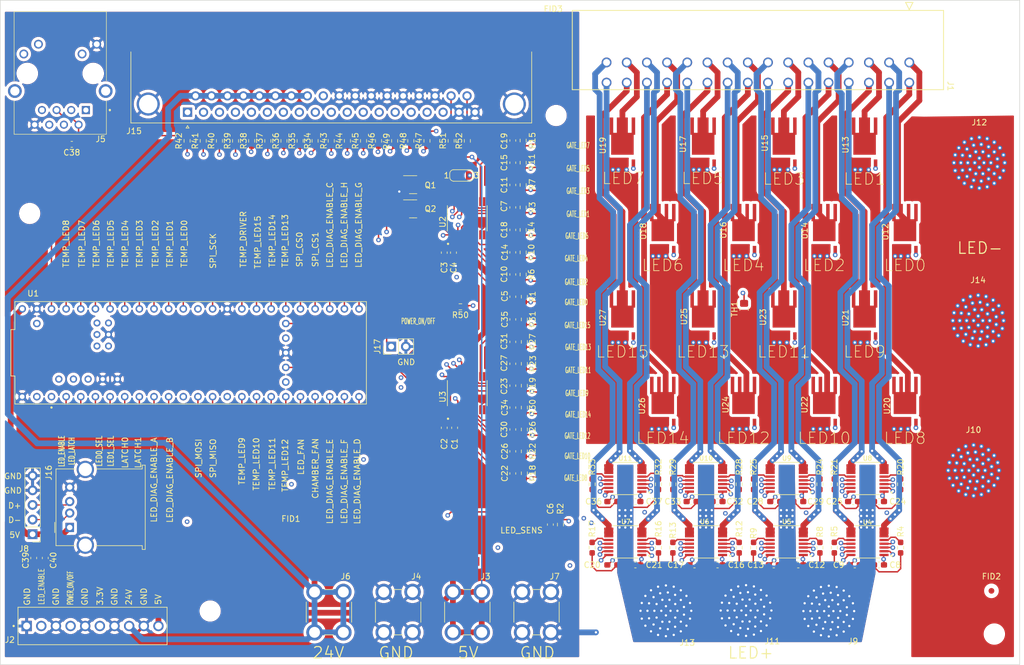
<source format=kicad_pcb>
(kicad_pcb (version 20221018) (generator pcbnew)
  (layers (0 "F.Cu" signal) (1 "In1.Cu" signal) (2 "In2.Cu" signal) (31 "B.Cu" signal) (34 "B.Paste" user) (35 "F.Paste" user) (36 "B.SilkS" user "B.Silkscreen") (37 "F.SilkS" user "F.Silkscreen") (38 "B.Mask" user) (39 "F.Mask" user) (44 "Edge.Cuts" user))
  (net 0 "")
  (net 1 "+3.3V")
  (net 2 "GND")
  (net 3 "/GATE_LED0")
  (net 4 "/GATE_LED1")
  (net 5 "/GATE_LED2")
  (net 6 "/GATE_LED3")
  (net 7 "/GATE_LED4")
  (net 8 "/GATE_LED5")
  (net 9 "/GATE_LED6")
  (net 10 "/GATE_LED7")
  (net 11 "/GATE_LED8")
  (net 12 "/GATE_LED9")
  (net 13 "/GATE_LED10")
  (net 14 "/GATE_LED11")
  (net 15 "/GATE_LED12")
  (net 16 "/GATE_LED13")
  (net 17 "/GATE_LED14")
  (net 18 "/GATE_LED15")
  (net 19 "+24V")
  (net 20 "/LED0-")
  (net 21 "/LED_SENS")
  (net 22 "/LED8-")
  (net 23 "/LED0+")
  (net 24 "/LED8+")
  (net 25 "/LED1-")
  (net 26 "/LED9-")
  (net 27 "/LED1+")
  (net 28 "/LED9+")
  (net 29 "/LED2-")
  (net 30 "/LED10-")
  (net 31 "/LED2+")
  (net 32 "/LED10+")
  (net 33 "/LED3-")
  (net 34 "/LED11-")
  (net 35 "/LED3+")
  (net 36 "/LED11+")
  (net 37 "/LED_ENABLE")
  (net 38 "/LED4-")
  (net 39 "/LED12-")
  (net 40 "/LED4+")
  (net 41 "/LED12+")
  (net 42 "/LED5-")
  (net 43 "/LED13-")
  (net 44 "/LED5+")
  (net 45 "/LED13+")
  (net 46 "/LED6-")
  (net 47 "/LED14-")
  (net 48 "/LED6+")
  (net 49 "/LED14+")
  (net 50 "/LED7-")
  (net 51 "/LED15-")
  (net 52 "/PowerON{slash}OFF")
  (net 53 "Net-(J5-RCT)")
  (net 55 "/LED7+")
  (net 59 "/ETH_TX+")
  (net 60 "/ETH_TX-")
  (net 61 "/ETH_RX+")
  (net 62 "/LED15+")
  (net 63 "/ETH_RX-")
  (net 65 "+5V")
  (net 67 "Net-(Q1-D)")
  (net 68 "/TEMP_LED0")
  (net 69 "/TEMP_LED1")
  (net 70 "/TEMP_LED2")
  (net 71 "/TEMP_LED3")
  (net 72 "/TEMP_LED4")
  (net 73 "/TEMP_LED5")
  (net 74 "/TEMP_LED6")
  (net 75 "/CS0")
  (net 76 "/MOSI")
  (net 77 "/MISO")
  (net 78 "/SCK")
  (net 79 "/ETH_LED")
  (net 80 "/TEMP_LED7")
  (net 81 "/TEMP_LED8")
  (net 82 "/TEMP_LED9")
  (net 83 "/TEMP_LED10")
  (net 84 "Net-(Q2-D)")
  (net 85 "/TEMP_LED11")
  (net 86 "/TEMP_LED12")
  (net 87 "Net-(JP1-C)")
  (net 88 "/CS1")
  (net 90 "/TEMP_LED13")
  (net 92 "/LATCH0")
  (net 93 "Net-(U4-ILIM1)")
  (net 94 "Net-(U4-ILIM2)")
  (net 95 "/LATCH1")
  (net 96 "Net-(U5-ILIM1)")
  (net 97 "Net-(U5-ILIM2)")
  (net 98 "/TEMP_LED14")
  (net 99 "Net-(U6-ILIM1)")
  (net 100 "Net-(U6-ILIM2)")
  (net 101 "Net-(U7-ILIM1)")
  (net 102 "Net-(U7-ILIM2)")
  (net 103 "Net-(U8-ILIM1)")
  (net 104 "Net-(U8-ILIM2)")
  (net 105 "Net-(U9-ILIM1)")
  (net 106 "Net-(U9-ILIM2)")
  (net 107 "Net-(U10-ILIM1)")
  (net 108 "Net-(U10-ILIM2)")
  (net 109 "Net-(U11-ILIM1)")
  (net 110 "Net-(U11-ILIM2)")
  (net 115 "/LED_DIAG_ENABLE_A")
  (net 116 "/LED_DIAG_ENABLE_B")
  (net 117 "/LED_DIAG_ENABLE_C")
  (net 118 "/LED_DIAG_ENABLE_D")
  (net 119 "/LED_DIAG_ENABLE_E")
  (net 120 "/LED_DIAG_ENABLE_F")
  (net 121 "/LED_DIAG_ENABLE_G")
  (net 122 "/LED_DIAG_ENABLE_H")
  (net 123 "/LED_LATCH")
  (net 124 "/LED0_SEL")
  (net 125 "/LED1_SEL")
  (net 126 "/TEMP_LED15")
  (net 127 "/USB_HOST_D-")
  (net 128 "/USB_HOST_D+")
  (net 131 "/LED_FAN")
  (net 132 "/CHAMBER_FAN")
  (net 133 "/TEMP_DRIVER")
  (footprint "Capacitor_SMD:C_0603_1608Metric_Pad1.08x0.95mm_HandSolder" (layer "F.Cu") (at 194 132 180)
    (fp_text reference "C16")
    (fp_text value "220n")
  )
  (footprint "Resistor_SMD:R_0603_1608Metric_Pad0.98x0.95mm_HandSolder" (layer "F.Cu") (at 116 58.4 90)
    (fp_text reference "R37")
    (fp_text value "10k")
  )
  (footprint "Capacitor_SMD:C_0603_1608Metric_Pad1.08x0.95mm_HandSolder" (layer "F.Cu") (at 75.4 130.8 90)
    (fp_text reference "C39")
    (fp_text value "10uF")
  )
  (footprint "custom_lib:TP420X150" (layer "F.Cu") (at 165 109.5)
    (fp_text reference "TP58" hide)
    (fp_text value "GATE_LED12")
  )
  (footprint "Resistor_SMD:R_0603_1608Metric_Pad0.98x0.95mm_HandSolder" (layer "F.Cu") (at 197.75 118 90)
    (fp_text reference "R28")
    (fp_text value "10k")
  )
  (footprint "Resistor_SMD:R_0603_1608Metric_Pad0.98x0.95mm_HandSolder" (layer "F.Cu") (at 107.6 58.4 90)
    (fp_text reference "R40")
    (fp_text value "10k")
  )
  (footprint "Resistor_SMD:R_0603_1608Metric_Pad0.98x0.95mm_HandSolder" (layer "F.Cu") (at 225.75 129 90)
    (fp_text reference "R4")
    (fp_text value "10k")
  )
  (footprint "Capacitor_SMD:C_0603_1608Metric_Pad1.08x0.95mm_HandSolder" (layer "F.Cu") (at 146.6 108.2 -90)
    (fp_text reference "C2")
    (fp_text value "100n")
  )
  (footprint "custom_lib:TP420X150" (layer "F.Cu") (at 93.61 107.18 -90)
    (fp_text reference "TP5" hide)
    (fp_text value "LATCH1")
  )
  (footprint "custom_lib:TP420X150" (layer "F.Cu") (at 91.21 107.18 -90)
    (fp_text reference "TP30" hide)
    (fp_text value "LATCH0")
  )
  (footprint "custom_lib:TP420X150" (layer "F.Cu") (at 119.01 107.18 -90)
    (fp_text reference "TP41" hide)
    (fp_text value "TEMP_LED12")
  )
  (footprint "custom_lib:PowerPAK SO-8DC" (layer "F.Cu") (at 184.5 104.5925 90)
    (fp_text reference "U26")
    (fp_text value "SIDR392DP-T1-GE3")
  )
  (footprint "Capacitor_SMD:C_0603_1608Metric_Pad1.08x0.95mm_HandSolder" (layer "F.Cu") (at 158.4875 81.5875 -90)
    (fp_text reference "C10")
    (fp_text value "100n")
  )
  (footprint "custom_lib:TP420X150" (layer "F.Cu") (at 165 102)
    (fp_text reference "TP55" hide)
    (fp_text value "GATE_LED9")
  )
  (footprint "Resistor_SMD:R_0603_1608Metric_Pad0.98x0.95mm_HandSolder" (layer "F.Cu") (at 211.75 118 90)
    (fp_text reference "R24")
    (fp_text value "10k")
  )
  (footprint "custom_lib:TP420X150" (layer "F.Cu") (at 165.25 59)
    (fp_text reference "TP53" hide)
    (fp_text value "GATE_LED7")
  )
  (footprint "custom_lib:TP420X150" (layer "F.Cu") (at 165.25 63)
    (fp_text reference "TP51" hide)
    (fp_text value "GATE_LED5")
  )
  (footprint "Capacitor_SMD:C_0603_1608Metric_Pad1.08x0.95mm_HandSolder" (layer "F.Cu") (at 158.4875 85.45 -90)
    (fp_text reference "C5")
    (fp_text value "100n")
  )
  (footprint "Fiducial:Fiducial_1mm_Dia_2.54mm_Outer_CopperTop" (layer "F.Cu") (at 165.5 38)
    (fp_text reference "FID3")
    (fp_text value "Fiducial")
  )
  (footprint "custom_lib:TP420X150" (layer "F.Cu") (at 81.01 82.98 -90)
    (fp_text reference "TP45" hide)
    (fp_text value "TEMP_LED8")
  )
  (footprint "custom_lib:TP420X150" (layer "F.Cu") (at 165 98)
    (fp_text reference "TP57" hide)
    (fp_text value "GATE_LED11")
  )
  (footprint "custom_lib:TP420X150" (layer "F.Cu") (at 101.41 82.98 -90)
    (fp_text reference "TP17" hide)
    (fp_text value "TEMP_LED0")
  )
  (footprint "custom_lib:TP420X150" (layer "F.Cu") (at 131.61 82.98 -90)
    (fp_text reference "TP14" hide)
    (fp_text value "LED_DIAG_ENABLE_G")
  )
  (footprint "custom_lib:TP420X150" (layer "F.Cu") (at 162.6 131.4 180)
    (fp_text reference "TP2" hide)
    (fp_text value "GND")
  )
  (footprint "MountingHole:MountingHole_3.2mm_M3" (layer "F.Cu") (at 242 38)
    (fp_text reference "H4" hide)
    (fp_text value "MountingHole")
  )
  (footprint "Connector_Dsub:DSUB-37_Female_Horizontal_P2.77x2.84mm_EdgePinOffset7.70mm_Housed_MountingHolesOffset9.12mm" (layer "F.Cu") (at 102.075 53.430331 180)
    (fp_text reference "J15")
    (fp_text value "Chamber_Control")
  )
  (footprint "Resistor_SMD:R_0603_1608Metric_Pad0.98x0.95mm_HandSolder" (layer "F.Cu") (at 200.25 118 90)
    (fp_text reference "R25")
    (fp_text value "10k")
  )
  (footprint "custom_lib:TP420X150" (layer "F.Cu") (at 129.21 82.98 -90)
    (fp_text reference "TP9" hide)
    (fp_text value "LED_DIAG_ENABLE_H")
  )
  (footprint "custom_lib:PowerPAK SO-8DC" (layer "F.Cu") (at 219.5 89.5925 90)
    (fp_text reference "U21")
    (fp_text value "SIDR392DP-T1-GE3")
  )
  (footprint "custom_lib:TP420X150" (layer "F.Cu") (at 98.81 107.18 -90)
    (fp_text reference "TP31" hide)
    (fp_text value "LED_DIAG_ENABLE_B")
  )
  (footprint "custom_lib:SOP65P640X120-17N" (layer "F.Cu") (at 206 128 180)
    (fp_text reference "U5")
    (fp_text value "TPS2HB50BQPWPRQ1")
  )
  (footprint "Capacitor_SMD:C_0603_1608Metric_Pad1.08x0.95mm_HandSolder" (layer "F.Cu") (at 158.4875 77.75 -90)
    (fp_text reference "C14")
    (fp_text value "100n")
  )
  (footprint "custom_lib:SOP65P640X120-17N" (layer "F.Cu") (at 178 128 180)
    (fp_text reference "U7" hide)
    (fp_text value "TPS2HB50BQPWPRQ1")
  )
  (footprint "Resistor_SMD:R_0603_1608Metric_Pad0.98x0.95mm_HandSolder" (layer "F.Cu") (at 183.75 118 90)
    (fp_text reference "R32")
    (fp_text value "10k")
  )
  (footprint "custom_lib:PowerPAK SO-8DC" (layer "F.Cu") (at 177.5 59.5925 90)
    (fp_text reference "U19")
    (fp_text value "SIDR392DP-T1-GE3")
  )
  (footprint "custom_lib:7466205R" (layer "F.Cu") (at 238.384649 115.559675)
    (fp_text reference "J10")
    (fp_text value "GND")
  )
  (footprint "custom_lib:7466205R" (layer "F.Cu") (at 213.3 140)
    (fp_text reference "J9")
    (fp_text value "24V")
  )
  (footprint "custom_lib:SOP65P640X120-17N" (layer "F.Cu") (at 178 117 180)
    (fp_text reference "U11")
    (fp_text value "TPS2HB50BQPWPRQ1")
  )
  (footprint "Fiducial:Fiducial_1mm_Dia_2.54mm_Outer_CopperTop" (layer "F.Cu") (at 120 126.5)
    (fp_text reference "FID1")
    (fp_text value "Fiducial")
  )
  (footprint "Capacitor_SMD:C_0603_1608Metric_Pad1.08x0.95mm_HandSolder" (layer "F.Cu") (at 208 121 180)
    (fp_text reference "C29")
    (fp_text value "4.7u")
  )
  (footprint "custom_lib:SOP65P640X120-17N" (layer "F.Cu") (at 220 128 180)
    (fp_text reference "U4")
    (fp_text value "TPS2HB50BQPWPRQ1")
  )
  (footprint "Capacitor_SMD:C_0603_1608Metric_Pad1.08x0.95mm_HandSolder" (layer "F.Cu") (at 217.8 132)
    (fp_text reference "C9")
    (fp_text value "4.7u")
  )
  (footprint "custom_lib:TP420X150" (layer "F.Cu") (at 136.61 89.58)
    (fp_text reference "TP4" hide)
    (fp_text value "PowerON/OFF")
  )
  (footprint "Capacitor_SMD:C_0603_1608Metric_Pad1.08x0.95mm_HandSolder" (layer "F.Cu") (at 158.4875 69.95 -90)
    (fp_text reference "C7")
    (fp_text value "100n")
  )
  (footprint "custom_lib:TP420X150" (layer "F.Cu") (at 161.8 122.8 90)
    (fp_text reference "TP16" hide)
    (fp_text value "LED_SENS")
  )
  (footprint "custom_lib:TP420X150" (layer "F.Cu") (at 241.6 127.6)
    (fp_text reference "TP28" hide)
    (fp_text value "GND")
  )
  (footprint "Capacitor_SMD:C_0603_1608Metric_Pad1.08x0.95mm_HandSolder" (layer "F.Cu") (at 82 59 180)
    (fp_text reference "C38")
    (fp_text value "100n")
  )
  (footprint "Resistor_SMD:R_0603_1608Metric_Pad0.98x0.95mm_HandSolder" (layer "F.Cu") (at 160.2875 77.75 -90)
    (fp_text reference "R10")
    (fp_text value "1k")
  )
  (footprint "Capacitor_SMD:C_0603_1608Metric_Pad1.08x0.95mm_HandSolder" (layer "F.Cu") (at 175.75 132)
    (fp_text reference "C20")
    (fp_text value "220n")
  )
  (footprint "custom_lib:TP420X150" (layer "F.Cu") (at 114.21 82.98 -90)
    (fp_text reference "TP38" hide)
    (fp_text value "TEMP_LED15")
  )
  (footprint "Resistor_SMD:R_0603_1608Metric_Pad0.98x0.95mm_HandSolder" (layer "F.Cu") (at 129.8 58.4 90)
    (fp_text reference "R44")
    (fp_text value "10k")
  )
  (footprint "custom_lib:KEYSTONE_7767" (layer "F.Cu") (at 138.6 140.2 180)
    (fp_text reference "J4")
    (fp_text value "GND")
  )
  (footprint "custom_lib:TP420X150" (layer "F.Cu") (at 114.01 107.18 -90)
    (fp_text reference "TP43" hide)
    (fp_text value "TEMP_LED10")
  )
  (footprint "custom_lib:TP420X150" (layer "F.Cu") (at 111.61 82.98 -90)
    (fp_text reference "TP37" hide)
    (fp_text value "TEMP_DRIVER")
  )
  (footprint "Resistor_SMD:R_0603_1608Metric_Pad0.98x0.95mm_HandSolder" (layer "F.Cu") (at 172.25 118 90)
    (fp_text reference "R33")
    (fp_text value "10k")
  )
  (footprint "custom_lib:TP420X150" (layer "F.Cu") (at 165 78.75)
    (fp_text reference "TP50" hide)
    (fp_text value "GATE_LED4")
  )
  (footprint "custom_lib:PowerPAK SO-8DC" (layer "F.Cu") (at 198.5 104.5925 90)
    (fp_text reference "U24")
    (fp_text value "SIDR392DP-T1-GE3")
  )
  (footprint "custom_lib:TP420X150" (layer "F.Cu") (at 96.41 82.98 -90)
    (fp_text reference "TP19" hide)
    (fp_text value "TEMP_LED2")
  )
  (footprint "custom_lib:TP420X150" (layer "F.Cu") (at 129.21 107.18 -90)
    (fp_text reference "TP11" hide)
    (fp_text value "LED_DIAG_ENABLE_F")
  )
  (footprint "custom_lib:PowerPAK SO-8DC" (layer "F.Cu") (at 191.5 59.5925 90)
    (fp_text reference "U17")
    (fp_text value "SIDR392DP-T1-GE3")
  )
  (footprint "Resistor_SMD:R_0603_1608Metric_Pad0.98x0.95mm_HandSolder" (layer "F.Cu") (at 160.4875 93.2875 -90)
    (fp_text reference "R27")
    (fp_text value "1k")
  )
  (footprint "custom_lib:PowerPAK SO-8DC" (layer "F.Cu") (at 212.5 104.5925 90)
    (fp_text reference "U22")
    (fp_text value "SIDR392DP-T1-GE3")
  )
  (footprint "Capacitor_SMD:C_0603_1608Metric_Pad1.08x0.95mm_HandSolder" (layer "F.Cu") (at 158.4875 112.2875 -90)
    (fp_text reference "C26")
    (fp_text value "100n")
  )
  (footprint "Resistor_SMD:R_0603_1608Metric_Pad0.98x0.95mm_HandSolder" (layer "F.Cu") (at 160.4875 104.6875 -90)
    (fp_text reference "R30")
    (fp_text value "1k")
  )
  (footprint "custom_lib:PowerPAK SO-8DC" (layer "F.Cu") (at 177.5 89.5925 90)
    (fp_text reference "U27")
    (fp_text value "SIDR392DP-T1-GE3")
  )
  (footprint "Capacitor_SMD:C_0603_1608Metric_Pad1.08x0.95mm_HandSolder" (layer "F.Cu") (at 190 132)
    (fp_text reference "C17")
    (fp_text value "4.7u")
  )
  (footprint "Capacitor_SMD:C_0603_1608Metric_Pad1.08x0.95mm_HandSolder" (layer "F.Cu") (at 158.4875 62.1875 -90)
    (fp_text reference "C15")
    (fp_text value "100n")
  )
  (footprint "custom_lib:7466205R" (layer "F.Cu") (at 239.184649 89.559675)
    (fp_text reference "J14")
    (fp_text value "GND")
  )
  (footprint "Resistor_SMD:R_0603_1608Metric_Pad0.98x0.95mm_HandSolder" (layer "F.Cu") (at 118.8 58.4 90)
    (fp_text reference "R36")
    (fp_text value "10k")
  )
  (footprint "Capacitor_SMD:C_0603_1608Metric_Pad1.08x0.95mm_HandSolder" (layer "F.Cu") (at 158.4875 116.125 -90)
    (fp_text reference "C22")
    (fp_text value "100n")
  )
  (footprint "Capacitor_SMD:C_0603_1608Metric_Pad1.08x0.95mm_HandSolder" (layer "F.Cu") (at 77.4 130.8 90)
    (fp_text reference "C40")
    (fp_text value "100n")
  )
  (footprint "custom_lib:TP420X150" (layer "F.Cu") (at 150.6 131.4 180)
    (fp_text reference "TP1" hide)
    (fp_text value "5V")
  )
  (footprint "Capacitor_SMD:C_0603_1608Metric_Pad1.08x0.95mm_HandSolder" (layer "F.Cu") (at 194 121 180)
    (fp_text reference "C32")
    (fp_text value "220n")
  )
  (footprint "custom_lib:TP420X150" (layer "F.Cu") (at 165.1 74.8)
    (fp_text reference "TP52" hide)
    (fp_text value "GATE_LED6")
  )
  (footprint "Capacitor_SMD:C_0603_1608Metric_Pad1.08x0.95mm_HandSolder" (layer "F.Cu") (at 217.5 121)
    (fp_text reference "C25")
    (fp_text value "4.7u")
  )
  (footprint "Resistor_SMD:R_0603_1608Metric_Pad0.98x0.95mm_HandSolder" (layer "F.Cu") (at 160.2875 73.85 -90)
    (fp_text reference "R14")
    (fp_text value "1k")
  )
  (footprint "Capacitor_SMD:C_0603_1608Metric_Pad1.08x0.95mm_HandSolder" (layer "F.Cu") (at 158.4875 73.85 -90)
    (fp_text reference "C18")
    (fp_text value "100n")
  )
  (footprint "Capacitor_SMD:C_0603_1608Metric_Pad1.08x0.95mm_HandSolder" (layer "F.Cu") (at 148.2 77.8 -90)
    (fp_text reference "C4")
    (fp_text value "10uF")
  )
  (footprint "custom_lib:TP420X150" (layer "F.Cu") (at 96.21 107.18 -90)
    (fp_text reference "TP6" hide)
    (fp_text value "LED_DIAG_ENABLE_A")
  )
  (footprint "custom_lib:TP420X150" (layer "F.Cu") (at 131.61 107.18 -90)
    (fp_text reference "TP32" hide)
    (fp_text value "LED_DIAG_ENABLE_D")
  )
  (footprint "custom_lib:TP420X150" (layer "F.Cu") (at 86.21 82.98 -90)
    (fp_text reference "TP23" hide)
    (fp_text value "TEMP_LED6")
  )
  (footprint "custom_lib:TP420X150" (layer "F.Cu") (at 165 82.75)
    (fp_text reference "TP48" hide)
    (fp_text value "GATE_LED2")
  )
  (footprint "custom_lib:TP420X150" (layer "F.Cu") (at 126.81 82.98 -90)
    (fp_text reference "TP94" hide)
    (fp_text value "LED_DIAG_ENABLE_H")
  )
  (footprint "custom_lib:7466205R" (layer "F.Cu") (at 239.4 62.2)
    (fp_text reference "J12")
    (fp_text value "GND")
  )
  (footprint "custom_lib:PowerPAK SO-8DC" (layer "F.Cu") (at 226.5 104.5925 90)
    (fp_text reference "U20")
    (fp_text value "SIDR392DP-T1-GE3")
  )
  (footprint "Resistor_SMD:R_0603_1608Metric_Pad0.98x0.95mm_HandSolder" (layer "F.Cu") (at 160.4875 116.0875 -90)
    (fp_text reference "R18")
    (fp_text value "1k")
  )
  (footprint "Resistor_SMD:R_0603_1608Metric_Pad0.98x0.95mm_HandSolder" (layer "F.Cu") (at 110.4 58.4 90)
    (fp_text reference "R39")
    (fp_text value "10k")
  )
  (footprint "custom_lib:TP420X150" (layer "F.Cu") (at 98.81 82.98 -90)
    (fp_text reference "TP18" hide)
    (fp_text value "TEMP_LED1")
  )
  (footprint "custom_lib:SOP65P640X120-17N" (layer "F.Cu") (at 192 128 180)
    (fp_text reference "U6")
    (fp_text value "TPS2HB50BQPWPRQ1")
  )
  (footprint "Resistor_SMD:R_0603_1608Metric_Pad0.98x0.95mm_HandSolder" (layer "F.Cu") (at 160.4875 112.2875 -90)
    (fp_text reference "R22")
    (fp_text value "1k")
  )
  (footprint "custom_lib:PowerPAK SO-8DC" (layer "F.Cu") (at 205.5 59.5925 90)
    (fp_text reference "U15")
    (fp_text value "SIDR392DP-T1-GE3")
  )
  (footprint "custom_lib:7466205R" (layer "F.Cu") (at 199 140)
    (fp_text reference "J11")
    (fp_text value "24V")
  )
  (footprint "custom_lib:TP420X150" (layer "F.Cu") (at 88.61 107.18 -90)
    (fp_text reference "TP3" hide)
    (fp_text value "LED1_SEL")
  )
  (footprint "custom_lib:SOP65P640X120-20N" (layer "F.Cu") (at 150.5875 71.835 90)
    (fp_text reference "U2")
    (fp_text value "MCP48FEB28T-20E/ST")
  )
  (footprint "custom_lib:TP420X150" (layer "F.Cu") (at 116.61 82.98 -90)
    (fp_text reference "TP39" hide)
    (fp_text value "TEMP_LED14")
  )
  (footprint "custom_lib:PowerPAK SO-8DC" (layer "F.Cu") (at 212.5 74.5925 90)
    (fp_text reference "U14")
    (fp_text value "SIDR392DP-T1-GE3")
  )
  (footprint "Capacitor_SMD:C_0603_1608Metric_Pad1.08x0.95mm_HandSolder" (layer "F.Cu") (at 179.75 121 180)
    (fp_text reference "C37")
    (fp_text value "4.7u")
  )
  (footprint "custom_lib:SOP65P640X120-20N" (layer "F.Cu") (at 150.5875 102.1875 90)
    (fp_text reference "U3")
    (fp_text value "MCP48FEB28T-20E/ST")
  )
  (footprint "Capacitor_SMD:C_0603_1608Metric_Pad1.08x0.95mm_HandSolder" (layer "F.Cu") (at 222 132 180)
    (fp_text reference "C8")
    (fp_text value "220n")
  )
  (footprint "MountingHole:MountingHole_3.2mm_M3" (layer "F.Cu") (at 74.7 71)
    (fp_text reference "H5" hide)
    (fp_text value "MountingHole")
  )
  (footprint "custom_lib:PowerPAK SO-8DC" (layer "F.Cu") (at 219.5 59.5925 90)
    (fp_text reference "U13")
    (fp_text value "SIDR392DP-T1-GE3")
  )
  (footprint "custom_lib:TP420X150" (layer "F.Cu") (at 165.25 67)
    (fp_text reference "TP49" hide)
    (fp_text value "GATE_LED3")
  )
  (footprint "Resistor_SMD:R_0603_1608Metric_Pad0.98x0.95mm_HandSolder" (layer "F.Cu") (at 214.25 118 90)
    (fp_text reference "R21")
    (fp_text value "10k")
  )
  (footprint "custom_lib:PowerPAK SO-8DC" (layer "F.Cu") (at 198.5 74.5925 90)
    (fp_text reference "U16")
    (fp_text value "SIDR392DP-T1-GE3")
  )
  (footprint "custom_lib:TP420X150" (layer "F.Cu") (at 88.61 82.98 -90)
    (fp_text reference "TP22" hide)
    (fp_text value "TEMP_LED5")
  )
  (footprint "custom_lib:TP420X150" (layer "F.Cu") (at 124.21 107.18 -90)
    (fp_text reference "TP8" hide)
    (fp_text value "CHAMBER_FAN")
  )
  (footprint "MountingHole:MountingHole_3.2mm_M3" (layer "F.Cu") (at 242 144)
    (fp_text reference "H2" hide)
    (fp_text value "MountingHole")
  )
  (footprint "Resistor_SMD:R_0603_1608Metric_Pad0.98x0.95mm_HandSolder" (layer "F.Cu") (at 166.75 125 -90)
    (fp_text reference "R2")
    (fp_text value "1k")
  )
  (footprint "Resistor_SMD:R_0603_1608Metric_Pad0.98x0.95mm_HandSolder" (layer "F.Cu") (at 135.2 58.4 90)
    (fp_text reference "R46")
    (fp_text value "10k")
  )
  (footprint "Capacitor_SMD:C_0603_1608Metric_Pad1.08x0.95mm_HandSolder" (layer "F.Cu") (at 204 121)
    (fp_text reference "C28")
    (fp_text value "220n")
  )
  (footprint "Connector_USB:USB_A_Molex_67643_Horizontal" (layer "F.Cu") (at 81.64 125.5 90)
    (fp_text reference "J16")
    (fp_text value "USB_A")
  )
  (footprint "Jumper:SolderJumper-3_P1.3mm_Open_RoundedPad1.0x1.5mm_NumberLabels" (layer "F.Cu") (at 149.6 64.4)
    (fp_text reference "JP1" hide)
    (fp_text value "Vref_select")
  )
  (footprint "Resistor_SMD:R_0603_1608Metric_Pad0.98x0.95mm_HandSolder" (layer "F.Cu") (at 186.25 118 90)
    (fp_text reference "R29")
    (fp_text value "10k")
  )
  (footprint "Capacitor_SMD:C_0603_1608Metric_Pad1.08x0.95mm_HandSolder" (layer "F.Cu") (at 158.4875 58.3375 -90)
    (fp_text reference "C19")
    (fp_text value "100n")
  )
  (footprint "custom_lib:TP420X150" (layer "F.Cu") (at 85.81 107.18 -90)
    (fp_text reference "TP13" hide)
    (fp_text value "LED0_SEL")
  )
  (footprint "Resistor_SMD:R_0603_1608Metric_Pad0.98x0.95mm_HandSolder" (layer "F.Cu") (at 102 58.4 90)
    (fp_text reference "R42")
    (fp_text value "10k")
  )
  (footprint "custom_lib:TP420X150" (layer "F.Cu") (at 81.01 107.18 -90)
    (fp_text reference "TP29" hide)
    (fp_text value "LED_ENABLE")
  )
  (footprint "custom_lib:TP420X150" (layer "F.Cu") (at 165 90.25)
    (fp_text reference "TP61" hide)
    (fp_text value "GATE_LED15")
  )
  (footprint "Capacitor_SMD:C_0603_1608Metric_Pad1.08x0.95mm_HandSolder" (layer "F.Cu") (at 158.4875 104.6875 -90)
    (fp_text reference "C34")
    (fp_text value "100n")
  )
  (footprint "custom_lib:SOP65P640X120-17N" (layer "F.Cu") (at 206 117 180)
    (fp_text reference "U9")
    (fp_text value "TPS2HB50BQPWPRQ1")
  )
  (footprint "Resistor_SMD:R_0603_1608Metric_Pad0.98x0.95mm_HandSolder" (layer "F.Cu") (at 147.8 58.4 90)
    (fp_text reference "R51")
    (fp_text value "10k")
  )
  (footprint "custom_lib:TP420X150" (layer "F.Cu") (at 119.01 82.98 -90)
    (fp_text reference "TP40" hide)
    (fp_text value "TEMP_LED13")
  )
  (footprint "custom_lib:PowerPAK SO-8DC" (layer "F.Cu") (at 184.5 74.5925 90)
    (fp_text reference "U18")
    (fp_text value "SIDR392DP-T1-GE3")
  )
  (footprint "custom_lib:J1B1211CCD" (layer "F.Cu") (at 80 46.6 180)
    (fp_text reference "J5")
    (fp_text value "J1B1211CCD")
  )
  (footprint "Capacitor_SMD:C_0603_1608Metric_Pad1.08x0.95mm_HandSolder" (layer "F.Cu") (at 146.6 77.8 -90)
    (fp_text reference "C3")
    (fp_text value "10uF")
  )
  (footprint "Resistor_SMD:R_0603_1608Metric_Pad0.98x0.95mm_HandSolder" (layer "F.Cu") (at 160.2875 66.05 -90)
    (fp_text reference "R7")
    (fp_text value "1k")
  )
  (footprint "Resistor_SMD:R_0603_1608Metric_Pad0.98x0.95mm_HandSolder" (layer "F.Cu") (at 186.25 129 90)
    (fp_text reference "R13")
    (fp_text value "10k")
  )
  (footprint "Resistor_SMD:R_0603_1608Metric_Pad0.98x0.95mm_HandSolder" (layer "F.Cu") (at 127 58.4 90)
    (fp_text reference "R43")
    (fp_text value "10k")
  )
  (footprint "Capacitor_SMD:C_0603_1608Metric_Pad1.08x0.95mm_HandSolder" (layer "F.Cu") (at 148.4 108.2 -90)
    (fp_text reference "C1")
    (fp_text value "100n")
  )
  (footprint "custom_lib:TP420X150" (layer "F.Cu") (at 165 105.75)
    (fp_text reference "TP60" hide)
    (fp_text value "GATE_LED14")
  )
  (footprint "custom_lib:TP420X150" (layer "F.Cu") (at 126.4 131 180)
    (fp_text reference "TP25" hide)
    (fp_text value "24V_FANS")
  )
  (footprint "Capacitor_SMD:C_0603_1608Metric_Pad1.08x0.95mm_HandSolder" (layer "F.Cu") (at 203.75 132)
    (fp_text reference "C13")
    (fp_text value "4.7u")
  )
  (footprint "custom_lib:MODULE_DEV-16771" (layer "F.Cu") (at 102.61 95.18)
    (fp_text reference "U1")
    (fp_text value "DEV-16771")
  )
  (footprint "Resistor_SMD:R_0603_1608Metric_Pad0.98x0.95mm_HandSolder" (layer "F.Cu") (at 124.2 58.4 90)
    (fp_text reference "R34")
    (fp_text value "10k")
  )
  (footprint "Resistor_SMD:R_0603_1608Metric_Pad0.98x0.95mm_HandSolder" (layer "F.Cu") (at 160.4875 97.0875 -90)
    (fp_text reference "R23")
    (fp_text value "1k")
  )
  (footprint "custom_lib:TP420X150" (layer "F.Cu") (at 116.61 107.18 -90)
    (fp_text reference "TP42" hide)
    (fp_text value "TEMP_LED11")
  )
  (footprint "Resistor_SMD:R_0603_1608Metric_Pad0.98x0.95mm_HandSolder" (layer "F.Cu") (at 150.6 58.4 90)
    (fp_text reference "R52")
    (fp_text value "10k")
  )
  (footprint "custom_lib:TP420X150" (layer "F.Cu") (at 126.81 107.18 -90)
    (fp_text reference "TP10" hide)
    (fp_text value "LED_DIAG_ENABLE_E")
  )
  (footprint "Resistor_SMD:R_0603_1608Metric_Pad0.98x0.95mm_HandSolder" (layer "F.Cu") (at 149.4 87.2 180)
    (fp_text reference "R50")
    (fp_text value "10k")
  )
  (footprint "Resistor_SMD:R_0805_2012Metric_Pad1.20x1.40mm_HandSolder" (layer "F.Cu") (at 198.6 87.6 90)
    (fp_text reference "TH1")
    (fp_text value "Thermistor_NTC")
  )
  (footprint "MountingHole:MountingHole_3.2mm_M3" (layer "F.Cu") (at 166 54)
    (fp_text reference "H1" hide)
    (fp_text value "MountingHole")
  )
  (footprint "custom_lib:TP420X150" (layer "F.Cu") (at 83.61 82.98 -90)
    (fp_text reference "TP24" hide)
    (fp_text value "TEMP_LED7")
  )
  (footprint "custom_lib:PowerPAK SO-8DC" (layer "F.Cu") (at 205.5 89.5925 90)
    (fp_text reference "U23")
    (fp_text value "SIDR392DP-T1-GE3")
  )
  (footprint "Resistor_SMD:R_0603_1608Metric_Pad0.98x0.95mm_HandSolder" (layer "F.Cu") (at 140.8 58.4 90)
    (fp_text reference "R48")
    (fp_text value "10k")
  )
  (footprint "Resistor_SMD:R_0603_1608Metric_Pad0.98x0.95mm_HandSolder" (layer "F.Cu") (at 160.2875 62.1875 -90)
    (fp_text reference "R11")
    (fp_text value "1k")
  )
  (footprint "Resistor_SMD:R_0603_1608Metric_Pad0.98x0.95mm_HandSolder" (layer "F.Cu") (at 160.4875 89.3875 -90)
    (fp_text reference "R31")
    (fp_text value "1k")
  )
  (footprint "Resistor_SMD:R_0603_1608Metric_Pad0.98x0.95mm_HandSolder" (layer "F.Cu") (at 121.6 58.4 90)
    (fp_text reference "R35")
    (fp_text value "10k")
  )
  (footprint "custom_lib:TP420X150" (layer "F.Cu") (at 165.25 71)
    (fp_text reference "TP47" hide)
    (fp_text value "GATE_LED1")
  )
  (footprint "Connector_PinHeader_2.54mm:PinHeader_1x02_P2.54mm_Vertical" (layer "F.Cu") (at 137.4 94.1 90)
    (fp_text reference "J17")
    (fp_text value "PowerON/OFF")
  )
  (footprint "Resistor_SMD:R_0603_1608Metric_Pad0.98x0.95mm_HandSolder" (layer "F.Cu") (at 160.2875 69.95 -90)
    (fp_text reference "R3")
    (fp_text value "1k")
  )
  (footprint "custom_lib:TP420X150" (layer "F.Cu") (at 106.41 82.98 -90)
    (fp_text reference "TP15" hide)
    (fp_text value "SCK")
  )
  (footprint "custom_lib:TP420X150" (layer "F.Cu") (at 165 86.25)
    (fp_text reference "TP46" hide)
    (fp_text value "GATE_LED0")
  )
  (footprint "custom_lib:CONN_713-1436&slash_037-000_WAG" (layer "F.Cu") (at 227.250004 44.785 180)
    (fp_text reference "J1")
    (fp_text value "LEDs")
  )
  (footprint "Resistor_SMD:R_0603_1608Metric_Pad0.98x0.95mm_HandSolder" (layer "F.Cu") (at 211.75 129 90)
    (fp_text reference "R8")
    (fp_text value "10k")
  )
  (footprint "custom_lib:KEYSTONE_7767" (layer "F.Cu") (at 162.6 140.2 180)
    (fp_text reference "J7")
    (fp_text value "GND")
  )
  (footprint "Resistor_SMD:R_0603_1608Metric_Pad0.98x0.95mm_HandSolder" (layer "F.Cu") (at 160.4875 100.8875 -90)
    (fp_text reference "R19")
    (fp_text value "1k")
  )
  (footprint "custom_lib:TP420X150" (layer "F.Cu") (at 121.61 107.18 -90)
    (fp_text reference "TP7" hide)
    (fp_text value "LED_FAN")
  )
  (footprint "Resistor_SMD:R_0603_1608Metric_Pad0.98x0.95mm_HandSolder" (layer "F.Cu") (at 200.25 129 90)
    (fp_text reference "R9")
    (fp_text value "10k")
  )
  (footprint "Package_TO_SOT_SMD:SOT-23" (layer "F.Cu") (at 141.2 70.2)
    (fp_text reference "Q2")
    (fp_text value "2N7002")
  )
  (footprint "Capacitor_SMD:C_0603_1608Metric_Pad1.08x0.95mm_HandSolder" (layer "F.Cu") (at 165 125 -90)
    (fp_text reference "C6")
    (fp_text value "10n")
  )
  (footprint "Capacitor_SMD:C_0603_1608Metric_Pad1.08x0.95mm_HandSolder" (layer "F.Cu") (at 158.4875 66.05 -90)
    (fp_text reference "C11")
    (fp_text value "100n")
  )
  (footprint "Resistor_SMD:R_0603_1608Metric_Pad0.98x0.95mm_HandSolder" (layer "F.Cu") (at 113.2 58.4 90)
    (fp_text reference "R38")
    (fp_text value "10k")
  )
  (footprint "Resistor_SMD:R_0603_1608Metric_Pad0.98x0.95mm_HandSolder" (layer "F.Cu") (at 160.4875 108.4875 -90)
    (fp_text reference "R26")
    (fp_text value "1k")
  )
  (footprint "custom_lib:TP420X150" (layer "F.Cu") (at 106.41 107.18 -90)
    (fp_text reference "TP35" hide)
    (fp_text value "MISO")
  )
  (footprint "Capacitor_SMD:C_0603_1608Metric_Pad1.08x0.95mm_HandSolder" (layer "F.Cu") (at 158.4875 93.2875 -90)
    (fp_text reference "C31")
    (fp_text value "100n")
  )
  (footprint "Resistor_SMD:R_0603_1608Metric_Pad0.98x0.95mm_HandSolder" (layer "F.Cu") (at 138 58.4 90)
    (fp_text reference "R49")
    (fp_text value "10k")
  )
  (footprint "Resistor_SMD:R_0603_1608Metric_Pad0.98x0.95mm_HandSolder" (layer "F.Cu") (at 183.75 129 90)
    (fp_text reference "R16")
    (fp_text value "10k")
  )
  (footprint "custom_lib:TP420X150" (layer "F.Cu") (at 206 142.8 -90)
    (fp_text reference "TP27" hide)
    (fp_text value "24V_LEDS")
  )
  (footprint "Resistor_SMD:R_0603_1608Metric_Pad0.98x0.95mm_HandSolder" (layer "F.Cu") (at 172.25 129 90)
    (fp_text reference "R17")
    (fp_text value "10k")
  )
  (footprint "Resistor_SMD:R_0603_1608Metric_Pad0.98x0.95mm_HandSolder" (layer "F.Cu") (at 214.25 129 90)
    (fp_text reference "R5")
    (fp_text value "10k")
  )
  (footprint "MountingHole:MountingHole_3.2mm_M3" (layer "F.Cu") (at 106 140)
    (fp_text reference "H3" hide)
    (fp_text value "MountingHole")
  )
  (footprint "Capacitor_SMD:C_0603_1608Metric_Pad1.08x0.95mm_HandSolder" (layer "F.Cu") (at 208 132 180)
    (fp_text reference "C12")
    (fp_text value "220n")
  )
  (footprint "Capacitor_SMD:C_0603_1608Metric_Pad1.08x0.95mm_HandSolder" (layer "F.Cu") (at 158.4875 108.4875 -90)
    (fp_text reference "C30")
    (fp_text value "100n")
  )
  (footprint "Resistor_SMD:R_0603_1608Metric_Pad0.98x0.95mm_HandSolder" (layer "F.Cu") (at 160.2875 81.5875 -90)
    (fp_text reference "R6")
    (fp_text value "1k")
  )
  (footprint "custom_lib:KEYSTONE_7767" (layer "F.Cu") (at 126.6 140.2 180)
    (fp_text reference "J6")
    (fp_text value "24V")
  )
  (footprint "custom_lib:TP420X150" (layer "F.Cu") (at 91.21 82.98 -90)
    (fp_text reference "TP21" hide)
    (fp_text value "TEMP_LED4")
  )
  (footprint "Resistor_SMD:R_0603_1608Metric_Pad0.98x0.95mm_HandSolder" (layer "F.Cu") (at 143.6 58.4 90)
    (fp_text reference "R47")
    (fp_text value "10k")
  )
  (footprint "Capacitor_SMD:C_0603_1608Metric_Pad1.08x0.95mm_HandSolder" (layer "F.Cu") (at 175.75 121)
    (fp_text reference "C36")
    (fp_text value "220n")
  )
  (footprint "Resistor_SMD:R_0603_1608Metric_Pad0.98x0.95mm_HandSolder" (layer "F.Cu") (at 104.8 58.4 90)
    (fp_text reference "R41")
    (fp_text value "10k")
  )
  (footprint "custom_lib:7466205R" (layer "F.Cu") (at 185 140)
    (fp_text reference "J13")
    (fp_text value "24V")
  )
  (footprint "custom_lib:TP420X150" (layer "F.Cu") (at 165 116.75)
    (fp_text reference "TP54" hide)
    (fp_text value "GATE_LED8")
  )
  (footprint "custom_lib:TP420X150" (layer "F.Cu") (at 104.01 107.18 -90)
    (fp_text reference "TP36" hide)
    (fp_text value "MOSI")
  )
  (footprint "custom_lib:TP420X150" (layer "F.Cu") (at 83.41 107.18 -90)
    (fp_text reference "TP12" hide)
    (fp_text value "LED_LATCH")
  )
  (footprint "Connector_PinHeader_2.54mm:PinHeader_1x05_P2.54mm_Vertical" (layer "F.Cu") (at 75.2 126.675 180)
    (fp_text reference "J8")
    (fp_text value "USB_HOST")
  )
  (footprint "custom_lib:TP420X150" (layer "F.Cu") (at 93.81 82.98 -90)
    (fp_text reference "TP20" hide)
    (fp_text value "TEMP_LED3")
  )
  (footprint "custom_lib:TP420X150" (layer "F.Cu") (at 121.61 82.98 -90)
    (fp_text reference "TP33" hide)
    (fp_text value "CS0")
  )
  (footprint "Capacitor_SMD:C_0603_1608Metric_Pad1.08x0.95mm_HandSolder" (layer "F.Cu") (at 158.4875 100.8875 -90)
    (fp_text reference "C23")
    (fp_text value "100n")
  )
  (footprint "custom_lib:PowerPAK SO-8DC" (layer "F.Cu") (at 191.5 89.5925 90)
    (fp_text reference "U25")
    (fp_text value "SIDR392DP-T1-GE3")
  )
  (footprint "Resistor_SMD:R_0603_1608Metric_Pad0.98x0.95mm_HandSolder" (layer "F.Cu") (at 160.2875 58.3375 -90)
    (fp_text reference "R15")
    (fp_text value "1k")
  )
  (footprint "Capacitor_SMD:C_0603_1608Metric_Pad1.08x0.95mm_HandSolder" (layer "F.Cu") (at 158.4875 97.0875 -90)
    (fp_text reference "C27")
    (fp_text value "100n")
  )
  (footprint "Resistor_SMD:R_0603_1608Metric_Pad0.98x0.95mm_HandSolder" (layer "F.Cu") (at 197.75 129 90)
    (fp_text reference "R12")
    (fp_text value "10k")
  )
  (footprint "Capacitor_SMD:C_0603_1608Metric_Pad1.08x0.95mm_HandSolder" (layer "F.Cu") (at 189.5 121)
    (fp_text reference "C33")
    (fp_text value "4.7u")
  )
  (footprint "Resistor_SMD:R_0603_1608Metric_Pad0.98x0.95mm_HandSolder" (layer "F.Cu") (at 160.4875 85.45 -90)
    (fp_text reference "R1")
    (fp_text value "1k")
  )
  (footprint "custom_lib:KEYSTONE_7767" (layer "F.Cu") (at 150.6 140.2 180)
    (fp_text reference "J3")
    (fp_text value "5V")
  )
  (footprint "custom_lib:TP420X150" (layer "F.Cu") (at 124.21 82.98 -90)
    (fp_text reference "TP34" hide)
    (fp_text value "CS1")
  )
  (footprint "Package_TO_SOT_SMD:SOT-23" (layer "F.Cu") (at 141.2 66)
    (fp_text reference "Q1")
    (fp_text value "2N7002")
  )
  (footprint "Fiducial:Fiducial_1mm_Dia_2.54mm_Outer_CopperTop" (layer "F.Cu") (at 241.5 136.5)
    (fp_text reference "FID2")
    (fp_text value "Fiducial")
  )
  (footprint "Resistor_SMD:R_0603_1608Metric_Pad0.98x0.95mm_HandSolder" (layer "F.Cu") (at 225.75 118 90)
    (fp_text reference "R20")
    (fp_text value "10k")
  )
  (footprint "Capacitor_SMD:C_0603_1608Metric_Pad1.08x0.95mm_HandSolder" (layer "F.Cu") (at 222 121 180)
    (fp_text reference "C24")
    (fp_text value "220n")
  )
  (footprint "Capacitor_SMD:C_0603_1608Metric_Pad1.08x0.95mm_HandSolder" (layer "F.Cu") (at 179.75 132 180)
    (fp_text reference "C21")
    (fp_text value "4.7u")
  )
  (footprint "custom_lib:TP420X150" (layer "F.Cu") (at 138.8 131.2)
    (fp_text reference "TP26" hide)
    (fp_text value "GND")
  )
  (footprint "Resistor_SMD:R_0603_1608Metric_Pad0.98x0.95mm_HandSolder" (layer "F.Cu") (at 132.6 58.4 90)
    (fp_text reference "R45")
    (fp_text value "10k")
  )
  (footprint "Capacitor_SMD:C_0603_1608Metric_Pad1.08x0.95mm_HandSolder" (layer "F.Cu") (at 158.4875 89.3875 -90)
    (fp_text reference "C35")
    (fp_text value "100n")
  )
  (footprint "custom_lib:SOP65P640X120-17N" (layer "F.Cu") (at 220 117 180)
    (fp_text reference "U8")
    (fp_text value "TPS2HB50BQPWPRQ1")
  )
  (footprint "custom_lib:PowerPAK SO-8DC" (layer "F.Cu") (at 226.5 74.5925 90)
    (fp_text reference "U12")
    (fp_text value "SIDR392DP-T1-GE3")
  )
  (footprint "custom_lib:SOP65P640X120-17N" (layer "F.Cu") (at 192 117 180)
    (fp_text reference "U10")
    (fp_text value "TPS2HB50BQPWPRQ1")
  )
  (footprint "custom_lib:TP420X150" (layer "F.Cu") (at 165 113)
    (fp_text reference "TP56" hide)
    (fp_text value "GATE_LED10")
  )
  (footprint "custom_lib:TP420X150" (layer "F.Cu") (at 111.41 107.18 -90)
    (fp_text reference "TP44" hide)
    (fp_text value "TEMP_LED9")
  )
  (footprint "custom_lib:TE_1-282834-0" (layer "F.Cu") (at 85.6 142.6)
    (fp_text reference "J2")
    (fp_text value "1-282834-0")
  )
  (footprint "custom_lib:TP420X150" (layer "F.Cu") (at 165 94.1)
    (fp_text reference "TP59" hide)
    (fp_text value "GATE_LED13")
  )
  (gr_rect (start 69.6 34) (end 246.4 149.3) (stroke (width 0.1)) (fill none) (layer "Edge.Cuts"))
  (gr_text "LED_ENABLE" (at 80.25 112.25 90) (layer "F.SilkS") (effects (font (size 1 0.6))))
  (gr_text "LED6" (at 184.5 80) (layer "F.SilkS") (effects (font (size 2 2) (thickness 0.125))))
  (gr_text "GATE_LED7" (at 169.8 59.2) (layer "F.SilkS") (effects (font (size 1 0.5) (thickness 0.125))))
  (gr_text "TEMP_DRIVER" (at 111.75 75.5 90) (layer "F.SilkS") (effects (font (size 1 1))))
  (gr_text "LED3" (at 205.5 65) (layer "F.SilkS") (effects (font (size 2 2) (thickness 0.125))))
  (gr_text "LED_DIAG_ENABLE_A" (at 96.25 117.25 90) (layer "F.SilkS") (effects (font (size 1 1))))
  (gr_text "GATE_LED14" (at 169.8 105.9) (layer "F.SilkS") (effects (font (size 1 0.5) (thickness 0.125))))
  (gr_text "SPI_CS1" (at 124.25 77.25 90) (layer "F.SilkS") (effects (font (size 1 1))))
  (gr_text "LED_DIAG_ENABLE_C" (at 126.75 73 90) (layer "F.SilkS") (effects (font (size 1 1))))
  (gr_text "LED+" (at 199.75 147.25) (layer "F.SilkS") (effects (font (size 2 2) (thickness 0.2))))
  (gr_text "GND" (at 138.25 147.25) (layer "F.SilkS") (effects (font (size 2 2) (thickness 0.2))))
  (gr_text "GND" (at 84.25 137.5 90) (layer "F.SilkS") (effects (font (size 1 1))))
  (gr_text "TEMP_LED12" (at 119 114.75 90) (layer "F.SilkS") (effects (font (size 1 1))))
  (gr_text "GATE_LED11" (at 169.8 98.2) (layer "F.SilkS") (effects (font (size 1 0.5) (thickness 0.125))))
  (gr_text "TEMP_LED3" (at 93.75 76.25 90) (layer "F.SilkS") (effects (font (size 1 1))))
  (gr_text "GND" (at 140 96.8) (layer "F.SilkS") (effects (font (size 1 1))))
  (gr_text "3.3V" (at 86.9 137.4 90) (layer "F.SilkS") (effects (font (size 1 1))))
  (gr_text "TEMP_LED4" (at 91.25 76.25 90) (layer "F.SilkS") (effects (font (size 1 1))))
  (gr_text "GATE_LED15" (at 169.7 90.4) (layer "F.SilkS") (effects (font (size 1 0.5) (thickness 0.125))))
  (gr_text "LED_DIAG_ENABLE_G" (at 131.75 73 90) (layer "F.SilkS") (effects (font (size 1 1))))
  (gr_text "LED0_SEL" (at 86.75 112.25 90) (layer "F.SilkS") (effects (font (size 1 0.75))))
  (gr_text "LED_DIAG_ENABLE_B" (at 99 117.25 90) (layer "F.SilkS") (effects (font (size 1 1))))
  (gr_text "TEMP_LED11" (at 116.75 114.5 90) (layer "F.SilkS") (effects (font (size 1 1))))
  (gr_text "GATE_LED2" (at 169.5 82.9) (layer "F.SilkS") (effects (font (size 1 0.5) (thickness 0.125))))
  (gr_text "TEMP_LED1" (at 99 76.25 90) (layer "F.SilkS") (effects (font (size 1 1))))
  (gr_text "POWER_ON/OFF" (at 81.75 136 90) (layer "F.SilkS") (effects (font (size 1 0.5) (thickness 0.125))))
  (gr_text "GATE_LED13" (at 169.8 94.2) (layer "F.SilkS") (effects (font (size 1 0.5) (thickness 0.125))))
  (gr_text "GATE_LED12" (at 169.7 109.6) (layer "F.SilkS") (effects (font (size 1 0.5) (thickness 0.125))))
  (gr_text "LED_DIAG_ENABLE_F" (at 129.25 117.5 90) (layer "F.SilkS") (effects (font (size 1 1))))
  (gr_text "TEMP_LED0" (at 101.5 76.25 90) (layer "F.SilkS") (effects (font (size 1 1))))
  (gr_text "GND" (at 89.4 137.5 90) (layer "F.SilkS") (effects (font (size 1 1))))
  (gr_text "5V" (at 72.1 126.8) (layer "F.SilkS") (effects (font (size 1 1))))
  (gr_text "TEMP_LED2" (at 96.5 76.25 90) (layer "F.SilkS") (effects (font (size 1 1))))
  (gr_text "GATE_LED10" (at 169.7 113.1) (layer "F.SilkS") (effects (font (size 1 0.5) (thickness 0.125))))
  (gr_text "GND" (at 74.25 137.5 90) (layer "F.SilkS") (effects (font (size 1 1))))
  (gr_text "D-" (at 72.1 124.2) (layer "F.SilkS") (effects (font (size 1 1))))
  (gr_text "LATCH1" (at 93.5 112.5 90) (layer "F.SilkS") (effects (font (size 1 1))))
  (gr_text "LED4" (at 198.5 80) (layer "F.SilkS") (effects (font (size 2 2) (thickness 0.125))))
  (gr_text "SPI_CS0" (at 121.5 77.25 90) (layer "F.SilkS") (effects (font (size 1 1))))
  (gr_text "TEMP_LED10" (at 114 114.5 90) (layer "F.SilkS") (effects (font (size 1 1))))
  (gr_text "LED13" (at 191.5 95) (layer "F.SilkS") (effects (font (size 2 2) (thickness 0.125))))
  (gr_text "GATE_LED8" (at 169.4 116.9) (layer "F.SilkS") (effects (font (size 1 0.5) (thickness 0.125))))
  (gr_text "LED2" (at 212.5 80) (layer "F.SilkS") (effects (font (size 2 2) (thickness 0.125))))
  (gr_text "LATCH0" (at 91.25 112.5 90) (layer "F.SilkS") (effects (font (size 1 1))))
  (gr_text "GATE_LED1" (at 169.8 71.1) (layer "F.SilkS") (effects (font (size 1 0.5) (thickness 0.125))))
  (gr_text "LED_DIAG_ENABLE_D" (at 131.5 117.5 90) (layer "F.SilkS") (effects (font (size 1 1))))
  (gr_text "GND" (at 94.5 137.5 90) (layer "F.SilkS") (effects (font (size 1 1))))
  (gr_text "SPI_MOSI" (at 104 113.5 90) (layer "F.SilkS") (effects (font (size 1 1))))
  (gr_text "LED12" (at 198.5 110) (layer "F.SilkS") (effects (font (size 2 2) (thickness 0.125))))
  (gr_text "LED1_SEL" (at 88.75 112.25 90) (layer "F.SilkS") (effects (font (size 1 0.75))))
  (gr_text "LED-" (at 239.5 77) (layer "F.SilkS") (effects (font (size 2 2) (thickness 0.2))))
  (gr_text "GATE_LED5" (at 169.8 63.2) (layer "F.SilkS") (effects (font (size 1 0.5) (thickness 0.125))))
  (gr_text "LED_DIAG_ENABLE_H" (at 129.25 73 90) (layer "F.SilkS") (effects (font (size 1 1))))
  (gr_text "GATE_LED3" (at 169.8 67.1) (layer "F.SilkS") (effects (font (size 1 0.5) (thickness 0.125))))
  (gr_text "LED_FAN" (at 121.75 113.25 90) (layer "F.SilkS") (effects (font (size 1 1))))
  (gr_text "GND" (at 71.8 116.6) (layer "F.SilkS") (effects (font (size 1 1))))
  (gr_text "GND" (at 71.8 119.1) (layer "F.SilkS") (effects (font (size 1 1))))
  (gr_text "24V" (at 91.9 137.6 90) (layer "F.SilkS") (effects (font (size 1 1))))
  (gr_text "LED_SENS" (at 160 126) (layer "F.SilkS") (effects (font (size 1 1))))
  (gr_text "LED7" (at 177.6 64.9) (layer "F.SilkS") (effects (font (size 2 2) (thickness 0.125))))
  (gr_text "LED1" (at 219.5 65) (layer "F.SilkS") (effects (font (size 2 2) (thickness 0.125))))
  (gr_text "TEMP_LED8" (at 81 76.25 90) (layer "F.SilkS") (effects (font (size 1 1))))
  (gr_text "GND" (at 79.25 137.5 90) (layer "F.SilkS") (effects (font (size 1 1))))
  (gr_text "TEMP_LED7" (at 83.75 76.25 90) (layer "F.SilkS") (effects (font (size 1 1))))
  (gr_text "LED11" (at 205.5 95) (layer "F.SilkS") (effects (font (size 2 2) (thickness 0.125))))
  (gr_text "LED9" (at 219.5 95) (layer "F.SilkS") (effects (font (size 2 2) (thickness 0.125))))
  (gr_text "SPI_MISO" (at 106.5 113.5 90) (layer "F.SilkS") (effects (font (size 1 1))))
  (gr_text "GND" (at 162.75 147.25) (layer "F.SilkS") (effects (font (size 2 2) (thickness 0.2))))
  (gr_text "GATE_LED9" (at 169.6 102.2) (layer "F.SilkS") (effects (font (size 1 0.5) (thickness 0.125))))
  (gr_text "LED_ENABLE" (at 76.75 135.75 90) (layer "F.SilkS") (effects (font (size 1 0.7) (thickness 0.125))))
  (gr_text "GATE_LED4" (at 169.5 78.8) (layer "F.SilkS") (effects (font (size 1 0.5) (thickness 0.125))))
  (gr_text "5V" (at 150.75 147.25) (layer "F.SilkS") (effects (font (size 2 2) (thickness 0.2))))
  (gr_text "GATE_LED6" (at 169.6 74.9) (layer "F.SilkS") (effects (font (size 1 0.5) (thickness 0.125))))
  (gr_text "LED15" (at 177.5 95) (layer "F.SilkS") (effects (font (size 2 2) (thickness 0.125))))
  (gr_text "LED_LATCH" (at 82 112.25 90) (layer "F.SilkS") (effects (font (size 1 0.6))))
  (gr_text "TEMP_LED14" (at 116.75 75.75 90) (layer "F.SilkS") (effects (font (size 1 1))))
  (gr_text "TEMP_LED15" (at 114.25 76 90) (layer "F.SilkS") (effects (font (size 1 1))))
  (gr_text "24V" (at 126.5 147.25) (layer "F.SilkS") (effects (font (size 2 2) (thickness 0.2))))
  (gr_text "TEMP_LED5" (at 88.75 76.25 90) (layer "F.SilkS") (effects (font (size 1 1))))
  (gr_text "LED5" (at 191.4 64.9) (layer "F.SilkS") (effects (font (size 2 2) (thickness 0.125))))
  (gr_text "SPI_SCK" (at 106.5 77.5 90) (layer "F.SilkS") (effects (font (size 1 1))))
  (gr_text "D+" (at 72.1 121.7) (layer "F.SilkS") (effects (font (size 1 1))))
  (gr_text "TEMP_LED9" (at 111.5 114 90) (layer "F.SilkS") (effects (font (size 1 1))))
  (gr_text "LED0" (at 226.5 80) (layer "F.SilkS") (effects (font (size 2 2) (thickness 0.125))))
  (gr_text "GATE_LED0" (at 169.5 86.4) (layer "F.SilkS") (effects (font (size 1 0.5) (thickness 0.125))))
  (gr_text "LED14" (at 184.5 110) (layer "F.SilkS") (effects (font (size 2 2) (thickness 0.125))))
  (gr_text "TEMP_LED6" (at 86.25 76.25 90) (layer "F.SilkS") (effects (font (size 1 1))))
  (gr_text "POWER_ON/OFF" (at 142.1 89.7) (layer "F.SilkS") (effects (font (size 1 0.5) (thickness 0.125))))
  (gr_text "LED_DIAG_ENABLE_E" (at 126.75 117.5 90) (layer "F.SilkS") (effects (font (size 1 1))))
  (gr_text "LED8" (at 226.5 110) (layer "F.SilkS") (effects (font (size 2 2) (thickness 0.125))))
  (gr_text "TEMP_LED13" (at 119 75.75 90) (layer "F.SilkS") (effects (font (size 1 1))))
  (gr_text "5V" (at 97 138 90) (layer "F.SilkS") (effects (font (size 1 1))))
  (gr_text "LED10" (at 212.5 110) (layer "F.SilkS") (effects (font (size 2 2) (thickness 0.125))))
  (gr_text "CHAMBER_FAN" (at 124.25 115.25 90) (layer "F.SilkS") (effects (font (size 1 1))))
  (segment (start 138.085 57.4025) (end 138 57.4875) (width 0.25) (layer "F.Cu") (net 1))
  (segment (start 140.855 57.4325) (end 140.8 57.4875) (width 0.25) (layer "F.Cu") (net 1))
  (segment (start 138.232168 97.72) (end 144.9 91.052168) (width 0.25) (layer "F.Cu") (net 1))
  (segment (start 145.2 56.7) (end 144.3875 56.7) (width 0.25) (layer "F.Cu") (net 1))
  (segment (start 144.3875 56.7) (end 143.6 57.4875) (width 0.25) (layer "F.Cu") (net 1))
  (segment (start 148.3125 107.25) (end 148.4 107.3375) (width 0.25) (layer "F.Cu") (net 1))
  (segment (start 146.6 106.087832) (end 146.6 107.3375) (width 0.25) (layer "F.Cu") (net 1))
  (segment (start 78.48 87.56) (end 78.48 74.92) (width 0.25) (layer "F.Cu") (net 1))
  (segment (start 144.9 78) (end 145.9625 76.9375) (width 0.25) (layer "F.Cu") (net 1))
  (segment (start 144.9 87.19) (end 144.9 78) (width 0.25) (layer "F.Cu") (net 1))
  (segment (start 119.12 97.72) (end 138.232168 97.72) (width 0.25) (layer "F.Cu") (net 1))
  (segment (start 78.48 74.92) (end 95.9125 57.4875) (width 0.25) (layer "F.Cu") (net 1))
  (segment (start 144.9 91.052168) (end 144.9 87.19) (width 0.25) (layer "F.Cu") (net 1))
  (segment (start 138.232168 97.72) (end 146.6 106.087832) (width 0.25) (layer "F.Cu") (net 1))
  (segment (start 127.005 57.4825) (end 127 57.4875) (width 0.25) (layer "F.Cu") (net 1))
  (segment (start 148.4875 87.2) (end 144.91 87.2) (width 0.25) (layer "F.Cu") (net 1))
  (segment (start 135.315 57.3725) (end 135.2 57.4875) (width 0.25) (layer "F.Cu") (net 1))
  (segment (start 95.9125 57.4875) (end 143.6 57.4875) (width 0.25) (layer "F.Cu") (net 1))
  (segment (start 148.3125 74.715) (end 148.3125 76.825) (width 0.25) (layer "F.Cu") (net 1))
  (segment (start 145.9625 76.9375) (end 146.6 76.9375) (width 0.25) (layer "F.Cu") (net 1))
  (segment (start 144.91 87.2) (end 144.9 87.19) (width 0.25) (layer "F.Cu") (net 1))
  (segment (start 150.9 64.4) (end 151 64.4) (width 0.25) (layer "F.Cu") (net 1))
  (segment (start 146.6 76.9375) (end 148.2 76.9375) (width 0.25) (layer "F.Cu") (net 1))
  (segment (start 148.4 107.3375) (end 146.6 107.3375) (width 0.25) (layer "F.Cu") (net 1))
  (segment (start 148.3125 76.825) (end 148.2 76.9375) (width 0.25) (layer "F.Cu") (net 1))
  (segment (start 148.3125 105.0675) (end 148.3125 107.25) (width 0.25) (layer "F.Cu") (net 1))
  (via (at 145.2 56.7) (size 0.8) (drill 0.4) (layers "F.Cu" "B.Cu") (net 1))
  (via (at 102 124.5) (size 0.8) (drill 0.4) (layers "F.Cu" "B.Cu") (net 1))
  (via (at 151 64.4) (size 0.8) (drill 0.4) (layers "F.Cu" "B.Cu") (net 1))
  (segment (start 194.8625 131.0625) (end 194.8 131) (width 0.25) (layer "F.Cu") (net 2))
  (segment (start 210.595 77.2625) (end 210.595 78.195) (width 0.25) (layer "F.Cu") (net 2))
  (segment (start 202.8875 132) (end 203 132) (width 0.25) (layer "F.Cu") (net 2))
  (segment (start 175.595 62.2625) (end 175.595 63.145506) (width 0.25) (layer "F.Cu") (net 2))
  (segment (start 227.135 108.265) (end 227 108.4) (width 0.25) (layer "F.Cu") (net 2))
  (segment (start 222.8625 131.0625) (end 222.8 131) (width 0.25) (layer "F.Cu") (net 2))
  (segment (start 190.865 62.2625) (end 190.865 63.335) (width 0.25) (layer "F.Cu") (net 2))
  (segment (start 206.135 62.2625) (end 206.135 63.335) (width 0.25) (layer "F.Cu") (net 2))
  (segment (start 199.135 77.2625) (end 199.135 78.265) (width 0.25) (layer "F.Cu") (net 2))
  (segment (start 188.6375 121) (end 188.759498 121) (width 0.25) (layer "F.Cu") (net 2))
  (segment (start 210.595 78.195) (end 210.8 78.4) (width 0.25) (layer "F.Cu") (net 2))
  (segment (start 180.6125 131.1875) (end 180.8 131) (width 0.25) (layer "F.Cu") (net 2))
  (segment (start 206.135 63.335) (end 206.2 63.4) (width 0.25) (layer "F.Cu") (net 2))
  (segment (start 180.6125 119.5325) (end 180.87 119.275) (width 0.25) (layer "F.Cu") (net 2))
  (segment (start 152.8625 105.0675) (end 152.8625 104.398026) (width 0.25) (layer "F.Cu") (net 2))
  (segment (start 140.2625 66.95) (end 139.05 66.95) (width 0.25) (layer "F.Cu") (net 2))
  (segment (start 192.135 62.2625) (end 192.135 63.335) (width 0.25) (layer "F.Cu") (net 2))
  (segment (start 216.6375 121) (end 216.759498 121) (width 0.25) (layer "F.Cu") (net 2))
  (segment (start 178.135 63.335) (end 178.2 63.4) (width 0.25) (layer "F.Cu") (net 2))
  (segment (start 176.865 93.335) (end 176.8 93.4) (width 0.25) (layer "F.Cu") (net 2))
  (segment (start 152.8625 104.398026) (end 153.435526 103.825) (width 0.25) (layer "F.Cu") (net 2))
  (segment (start 224.595 78.195) (end 224.8 78.4) (width 0.25) (layer "F.Cu") (net 2))
  (segment (start 180.87 130.93) (end 180.8 131) (width 0.25) (layer "F.Cu") (net 2))
  (segment (start 189.595 92.2625) (end 189.595 93.195) (width 0.25) (layer "F.Cu") (net 2))
  (segment (start 180.87 130.275) (end 180.87 130.93) (width 0.25) (layer "F.Cu") (net 2))
  (segment (start 203.2 121) (end 204 120.2) (width 0.25) (layer "F.Cu") (net 2))
  (segment (start 175.595 93.195) (end 175.8 93.4) (width 0.25) (layer "F.Cu") (net 2))
  (segment (start 213.135 78.265) (end 213 78.4) (width 0.25) (layer "F.Cu") (net 2))
  (segment (start 206.135 93.265) (end 206 93.4) (width 0.25) (layer "F.Cu") (net 2))
  (segment (start 222.87 119.275) (end 222.87 119.73) (width 0.25) (layer "F.Cu") (net 2))
  (segment (start 213.135 108.265) (end 213 108.4) (width 0.25) (layer "F.Cu") (net 2))
  (segment (start 176.865 92.2625) (end 176.865 93.335) (width 0.25) (layer "F.Cu") (net 2))
  (segment (start 194.87 130.93) (end 194.8 131) (width 0.25) (layer "F.Cu") (net 2))
  (segment (start 185.135 77.2625) (end 185.135 78.265) (width 0.25) (layer "F.Cu") (net 2))
  (segment (start 218.865 63.335) (end 218.8 63.4) (width 0.25) (layer "F.Cu") (net 2))
  (segment (start 210.595 108.395) (end 210.6 108.4) (width 0.25) (layer "F.Cu") (net 2))
  (segment (start 208.8625 132) (end 208.8625 131.0625) (width 0.25) (layer "F.Cu") (net 2))
  (segment (start 213.135 77.2625) (end 213.135 78.265) (width 0.25) (layer "F.Cu") (net 2))
  (segment (start 222.8625 120.2625) (end 222.6 120) (width 0.25) (layer "F.Cu") (net 2))
  (segment (start 139.05 66.95) (end 138.8 67.2) (width 0.25) (layer "F.Cu") (net 2))
  (segment (start 175 132) (end 175.8 131.2) (width 0.25) (layer "F.Cu") (net 2))
  (segment (start 203.595 92.2625) (end 203.595 93.195) (width 0.25) (layer "F.Cu") (net 2))
  (segment (start 204.865 63.335) (end 204.8 63.4) (width 0.25) (layer "F.Cu") (net 2))
  (segment (start 227.135 107.2625) (end 227.135 108.265) (width 0.25) (layer "F.Cu") (net 2))
  (segment (start 194.8625 132) (end 194.8625 131.0625) (width 0.25) (layer "F.Cu") (net 2))
  (segment (start 189.6 131.1) (end 189.6 131.5375) (width 0.25) (layer "F.Cu") (net 2))
  (segment (start 189.595 93.195) (end 189.8 93.4) (width 0.25) (layer "F.Cu") (net 2))
  (segment (start 182.595 108.395) (end 182.6 108.4) (width 0.25) (layer "F.Cu") (net 2))
  (segment (start 197.865 108.335) (end 197.8 108.4) (width 0.25) (layer "F.Cu") (net 2))
  (segment (start 194.87 130.275) (end 194.87 130.93) (width 0.25) (layer "F.Cu") (net 2))
  (segment (start 224.595 77.2625) (end 224.595 78.195) (width 0.25) (layer "F.Cu") (net 2))
  (segment (start 153.908026 73) (end 158.475 73) (width 0.25) (layer "F.Cu") (net 2))
  (segment (start 208.8625 121) (end 208.8625 120.2625) (width 0.25) (layer "F.Cu") (net 2))
  (segment (start 222.8625 121) (end 222.8625 120.2625) (width 0.25) (layer "F.Cu") (net 2))
  (segment (start 217.595 92.2625) (end 217.595 93.195) (width 0.25) (layer "F.Cu") (net 2))
  (segment (start 227.135 77.2625) (end 227.135 78.265) (width 0.25) (layer "F.Cu") (net 2))
  (segment (start 217 132) (end 217.8 131.2) (width 0.25) (layer "F.Cu") (net 2))
  (segment (start 203.1375 121) (end 203.2 121) (width 0.25) (layer "F.Cu") (net 2))
  (segment (start 211.865 107.2625) (end 211.865 108.335) (width 0.25) (layer "F.Cu") (net 2))
  (segment (start 197.865 77.2625) (end 197.865 78.335) (width 0.25) (layer "F.Cu") (net 2))
  (segment (start 194.8625 119.2825) (end 194.87 119.275) (width 0.25) (layer "F.Cu") (net 2))
  (segment (start 224.595 108.395) (end 224.6 108.4) (width 0.25) (layer "F.Cu") (net 2))
  (segment (start 218.865 62.2625) (end 218.865 63.335) (width 0.25) (layer "F.Cu") (net 2))
  (segment (start 175 121) (end 175.8 120.2) (width 0.25) (layer "F.Cu") (net 2))
  (segment (start 192.135 92.2625) (end 192.135 93.265) (width 0.25) (layer "F.Cu") (net 2))
  (segment (start 192.135 93.265) (end 192 93.4) (width 0.25) (layer "F.Cu") (net 2))
  (segment (start 197.865 78.335) (end 197.8 78.4) (width 0.25) (layer "F.Cu") (net 2))
  (segment (start 220.135 93.265) (end 220 93.4) (width 0.25) (layer "F.Cu") (net 2))
  (segment (start 220.135 62.2625) (end 220.135 63.335) (width 0.25) (layer "F.Cu") (net 2))
  (segment (start 222.8 130.345) (end 222.87 130.275) (width 0.25) (layer "F.Cu") (net 2))
  (segment (start 218.865 92.2625) (end 218.865 93.335) (width 0.25) (layer "F.Cu") (net 2))
  (segment (start 217.595 63.145506) (end 217.849494 63.4) (width 0.25) (layer "F.Cu") (net 2))
  (segment (start 208.87 119.275) (end 208.87 119.73) (width 0.25) (layer "F.Cu") (net 2))
  (segment (start 220.135 92.2625) (end 220.135 93.265) (width 0.25) (layer "F.Cu") (net 2))
  (segment (start 158.475 73) (end 158.4875 72.9875) (width 0.25) (layer "F.Cu") (net 2))
  (segment (start 190.865 92.2625) (end 190.865 93.335) (width 0.25) (layer "F.Cu") (net 2))
  (segment (start 185.135 78.265) (end 185 78.4) (width 0.25) (layer "F.Cu") (net 2))
  (segment (start 199.135 78.265) (end 199 78.4) (width 0.25) (layer "F.Cu") (net 2))
  (segment (start 208.8625 120.2625) (end 208.6 120) (width 0.25) (layer "F.Cu") (net 2))
  (segment (start 216.9375 132) (end 217 132) (width 0.25) (layer "F.Cu") (net 2))
  (segment (start 208.8625 131.0625) (end 208.8 131) (width 0.25) (layer "F.Cu") (net 2))
  (segment (start 227.135 78.265) (end 227 78.4) (width 0.25) (layer "F.Cu") (net 2))
  (segment (start 211.865 108.335) (end 211.8 108.4) (width 0.25) (layer "F.Cu") (net 2))
  (segment (start 225.865 78.335) (end 225.8 78.4) (width 0.25) (layer "F.Cu") (net 2))
  (segment (start 194.87 119.275) (end 194.87 119.903) (width 0.25) (layer "F.Cu") (net 2))
  (segment (start 152.8625 74.715) (end 152.8625 74.045526) (width 0.25) (layer "F.Cu") (net 2))
  (segment (start 183.865 77.2625) (end 183.865 78.335) (width 0.25) (layer "F.Cu") (net 2))
  (segment (start 180.6125 132) (end 180.6125 131.1875) (width 0.25) (layer "F.Cu") (net 2))
  (segment (start 225.865 108.335) (end 225.8 108.4) (width 0.25) (layer "F.Cu") (net 2))
  (segment (start 196.595 107.2625) (end 196.595 108.395) (width 0.25) (layer "F.Cu") (net 2))
  (segment (start 222.8 131) (end 222.8 130.345) (width 0.25) (layer "F.Cu") (net 2))
  (segment (start 182.595 77.2625) (end 182.595 78.195) (width 0.25) (layer "F.Cu") (net 2))
  (segment (start 183.865 78.335) (end 183.8 78.4) (width 0.25) (layer "F.Cu") (net 2))
  (segment (start 203.595 93.195) (end 203.8 93.4) (width 0.25) (layer "F.Cu") (net 2))
  (segment (start 153.435526 103.825) (end 158.4875 103.825) (width 0.25) (layer "F.Cu") (net 2))
  (segment (start 199.135 107.2625) (end 199.135 108.265) (width 0.25) (layer "F.Cu") (net 2))
  (segment (start 204.865 92.2625) (end 204.865 93.335) (width 0.25) (layer "F.Cu") (net 2))
  (segment (start 192.135 63.335) (end 192.2 63.4) (width 0.25) (layer "F.Cu") (net 2))
  (segment (start 198.6 88.6) (end 202.2625 92.2625) (width 0.25) (layer "F.Cu") (net 2))
  (segment (start 185.135 107.2625) (end 185.135 108.265) (width 0.25) (layer "F.Cu") (net 2))
  (segment (start 188.759498 121) (end 189.581725 120.177773) (width 0.25) (layer "F.Cu") (net 2))
  (segment (start 203.595 63.145506) (end 203.849494 63.4) (width 0.25) (layer "F.Cu") (net 2))
  (segment (start 196.595 77.2625) (end 196.595 78.195) (width 0.25) (layer "F.Cu") (net 2))
  (segment (start 196.595 108.395) (end 196.6 108.4) (width 0.25) (layer "F.Cu") (net 2))
  (segment (start 185.135 108.265) (end 185 108.4) (width 0.25) (layer "F.Cu") (net 2))
  (segment (start 203.595 62.2625) (end 203.595 63.145506) (width 0.25) (layer "F.Cu") (net 2))
  (segment (start 211.865 77.2625) (end 211.865 78.335) (width 0.25) (layer "F.Cu") (net 2))
  (segment (start 225.865 77.2625) (end 225.865 78.335) (width 0.25) (layer "F.Cu") (net 2))
  (segment (start 213.135 107.2625) (end 213.135 108.265) (width 0.25) (layer "F.Cu") (net 2))
  (segment (start 217.595 93.195) (end 217.8 93.4) (width 0.25) (layer "F.Cu") (net 2))
  (segment (start 206.135 92.2625) (end 206.135 93.265) (width 0.25) (layer "F.Cu") (net 2))
  (segment (start 203 132) (end 203.8 131.2) (width 0.25) (layer "F.Cu") (net 2))
  (segment (start 204.865 62.2625) (end 204.865 63.335) (width 0.25) (layer "F.Cu") (net 2))
  (segment (start 208.87 130.93) (end 208.8 131) (width 0.25) (layer "F.Cu") (net 2))
  (segment (start 225.865 107.2625) (end 225.865 108.335) (width 0.25) (layer "F.Cu") (net 2))
  (segment (start 189.6 131.5375) (end 189.1375 132) (width 0.25) (layer "F.Cu") (net 2))
  (segment (start 189.595 62.2625) (end 189.595 63.145506) (width 0.25) (layer "F.Cu") (net 2))
  (segment (start 194.87 119.903) (end 194.7105 120.0625) (width 0.25) (layer "F.Cu") (net 2))
  (segment (start 182.595 107.2625) (end 182.595 108.395) (width 0.25) (layer "F.Cu") (net 2))
  (segment (start 178.135 92.2625) (end 178.135 93.265) (width 0.25) (layer "F.Cu") (net 2))
  (segment (start 189.595 63.145506) (end 189.849494 63.4) (width 0.25) (layer "F.Cu") (net 2))
  (segment (start 224.595 107.2625) (end 224.595 108.395) (width 0.25) (layer "F.Cu") (net 2))
  (segment (start 190.865 93.335) (end 190.8 93.4) (width 0.25) (layer "F.Cu") (net 2))
  (segment (start 211.865 78.335) (end 211.8 78.4) (width 0.25) (layer "F.Cu") (net 2))
  (segment (start 178.135 93.265) (end 178 93.4) (width 0.25) (layer "F.Cu") (net 2))
  (segment (start 218.865 93.335) (end 218.8 93.4) (width 0.25) (layer "F.Cu") (net 2))
  (segment (start 175.595 92.2625) (end 175.595 93.195) (width 0.25) (layer "F.Cu") (net 2))
  (segment (start 176.865 62.2625) (end 176.865 63.335) (width 0.25) (layer "F.Cu") (net 2))
  (segment (start 197.865 107.2625) (end 197.865 108.335) (width 0.25) (layer "F.Cu") (net 2))
  (segment (start 175.595 63.145506) (end 175.849494 63.4) (width 0.25) (layer "F.Cu") (net 2))
  (segment (start 174.8875 121) (end 175 121) (width 0.25) (layer "F.Cu") (net 2))
  (segment (start 210.595 107.2625) (end 210.595 108.395) (width 0.25) (layer "F.Cu") (net 2))
  (segment (start 183.865 107.2625) (end 183.865 108.335) (width 0.25) (layer "F.Cu") (net 2))
  (segment (start 196.595 78.195) (end 196.8 78.4) (width 0.25) (layer "F.Cu") (net 2))
  (segment (start 202.2625 92.2625) (end 203.595 92.2625) (width 0.25) (layer "F.Cu") (net 2))
  (segment (start 178.135 62.2625) (end 178.135 63.335) (width 0.25) (layer "F.Cu") (net 2))
  (segment (start 148.2 78.6625) (end 148.2 79.7) (width 0.25) (layer "F.Cu") (net 2))
  (segment (start 208.87 119.73) (end 208.6 120) (width 0.25) (layer "F.Cu") (net 2))
  (segment (start 222.8625 132) (end 222.8625 131.0625) (width 0.25) (layer "F.Cu") (net 2))
  (segment (start 217.595 62.2625) (end 217.595 63.145506) (width 0.25) (layer "F.Cu") (net 2))
  (segment (start 176.865 63.335) (end 176.8 63.4) (width 0.25) (layer "F.Cu") (net 2))
  (segment (start 222.87 119.73) (end 222.6 120) (width 0.25) (layer "F.Cu") (net 2))
  (segment (start 174.8875 132) (end 175 132) (width 0.25) (layer "F.Cu") (net 2))
  (segment (start 194.8625 121) (end 194.8625 119.2825) (width 0.25) (layer "F.Cu") (net 2))
  (segment (start 180.6125 121) (end 180.6125 119.5325) (width 0.25) (layer "F.Cu") (net 2))
  (segment (start 204.865 93.335) (end 204.8 93.4) (width 0.25) (layer "F.Cu") (net 2))
  (segment (start 199.135 108.265) (end 199 108.4) (width 0.25) (layer "F.Cu") (net 2))
  (segment (start 190.865 63.335) (end 190.8 63.4) (width 0.25) (layer "F.Cu") (net 2))
  (segment (start 220.135 63.335) (end 220.2 63.4) (width 0.25) (layer "F.Cu") (net 2))
  (segment (start 183.865 108.335) (end 183.8 108.4) (width 0.25) (layer "F.Cu") (net 2))
  (segment (start 152.8625 74.045526) (end 153.908026 73) (width 0.25) (layer "F.Cu") (net 2))
  (segment (start 208.87 130.275) (end 208.87 130.93) (width 0.25) (layer "F.Cu") (net 2))
  (segment (start 182.595 78.195) (end 182.8 78.4) (width 0.25) (layer "F.Cu") (net 2))
  (segment (start 216.759498 121) (end 217.581725 120.177773) (width 0.25) (layer "F.Cu") (net 2))
  (segment (start 148.2 79.7) (end 148.6 80.1) (width 0.25) (layer "F.Cu") (net 2))
  (via (at 240.2 62.2) (size 0.8) (drill 0.4) (layers "F.Cu" "B.Cu") (net 2))
  (via (at 217.849494 63.4) (size 0.8) (drill 0.4) (layers "F.Cu" "B.Cu") (net 2))
  (via (at 189.581725 120.177773) (size 0.8) (drill 0.4) (layers "F.Cu" "B.Cu") (net 2))
  (via (at 240.4 115.6) (size 0.8) (drill 0.4) (layers "F.Cu" "B.Cu") (net 2))
  (via (at 238.211146 86.556619) (size 0.8) (drill 0.4) (layers "F.Cu" "B.Cu") (net 2))
  (via (at 238.211146 92.643381) (size 0.8) (drill 0.4) (layers "F.Cu" "B.Cu") (net 2))
  (via (at 237.581966 88.424429) (size 0.8) (drill 0.4) (layers "F.Cu" "B.Cu") (net 2))
  (via (at 236.476655 63.501557) (size 0.8) (drill 0.4) (layers "F.Cu" "B.Cu") (net 2))
  (via (at 218.8 93.4) (size 0.8) (drill 0.4) (layers "F.Cu" "B.Cu") (net 2))
  (via (at 213 108.4) (size 0.8) (drill 0.4) (layers "F.Cu" "B.Cu") (net 2))
  (via (at 242.759675 92.186255) (size 0.8) (drill 0.4) (layers "F.Cu" "B.Cu") (net 2))
  (via (at 218.8 63.4) (size 0.8) (drill 0.4) (layers "F.Cu" "B.Cu") (net 2))
  (via (at 183.8 108.4) (size 0.8) (drill 0.4) (layers "F.Cu" "B.Cu") (net 2))
  (via (at 210.6 108.4) (size 0.8) (drill 0.4) (layers "F.Cu" "B.Cu") (net 2))
  (via (at 237.058782 91.978063) (size 0.8) (drill 0.4) (layers "F.Cu" "B.Cu") (net 2))
  (via (at 225.8 78.4) (size 0.8) (drill 0.4) (layers "F.Cu" "B.Cu") (net 2))
  (via (at 239.2 90.4) (size 0.8) (drill 0.4) (layers "F.Cu" "B.Cu") (net 2))
  (via (at 183.8 78.4) (size 0.8) (drill 0.4) (layers "F.Cu" "B.Cu") (net 2))
  (via (at 237.781966 63.375571) (size 0.8) (drill 0.4) (layers "F.Cu" "B.Cu") (net 2))
  (via (at 238.734491 118.78247) (size 0.8) (drill 0.4) (layers "F.Cu" "B.Cu") (net 2))
  (via (at 180.6125 120.0125) (size 0.8) (drill 0.4) (layers "F.Cu" "B.Cu") (net 2))
  (via (at 189.6 131.1) (size 0.8) (drill 0.4) (layers "F.Cu" "B.Cu") (net 2))
  (via (at 236.813745 58.640325) (size 0.8) (drill 0.4) (layers "F.Cu" "B.Cu") (net 2))
  (via (at 241.959675 113.013745) (size 0.8) (drill 0.4) (layers "F.Cu" "B.Cu") (net 2))
  (via (at 240 112.828719) (size 0.8) (drill 0.4) (layers "F.Cu" "B.Cu") (net 2))
  (via (at 237.040325 119.784649) (size 0.8) (drill 0.4) (layers "F.Cu" "B.Cu") (net 2))
  (via (at 239.2 85.2) (size 0.8) (drill 0.4) (layers "F.Cu" "B.Cu") (net 2))
  (via (at 237.840325 85.415351) (size 0.8) (drill 0.4) (layers "F.Cu" "B.Cu") (net 2))
  (via (at 242.8 115.6) (size 0.8) (drill 0.4) (layers "F.Cu" "B.Cu") (net 2))
  (via (at 238.411146 65.243381) (size 0.8) (drill 0.4) (layers "F.Cu" "B.Cu") (net 2))
  (via (at 241.959675 118.186255) (size 0.8) (drill 0.4) (layers "F.Cu" "B.Cu") (net 2))
  (via (at 235 62.2) (size 0.8) (drill 0.4) (layers "F.Cu" "B.Cu") (net 2))
  (via (at 239.734491 59.01753) (size 0.8) (drill 0.4) (layers "F.Cu" "B.Cu") (net 2))
  (via (at 176.8 93.4) (size 0.8) (drill 0.4) (layers "F.Cu" "B.Cu") (net 2))
  (via (at 196.8 78.4) (size 0.8) (drill 0.4) (layers "F.Cu" "B.Cu") (net 2))
  (via (at 242.959675 59.613745) (size 0.8) (drill 0.4) (layers "F.Cu" "B.Cu") (net 2))
  (via (at 199 108.4) (size 0.8) (drill 0.4) (layers "F.Cu" "B.Cu") (net 2))
  (via (at 242.530072 61.534683) (size 0.8) (drill 0.4) (layers "F.Cu" "B.Cu") (net 2))
  (via (at 239.4 63) (size 0.8) (drill 0.4) (layers "F.Cu" "B.Cu") (net 2))
  (via (at 190.8 93.4) (size 0.8) (drill 0.4) (layers "F.Cu" "B.Cu") (net 2))
  (via (at 237.258782 64.578063) (size 0.8) (drill 0.4) (layers "F.Cu" "B.Cu") (net 2))
  (via (at 237.258782 59.821937) (size 0.8) (drill 0.4) (layers "F.Cu" "B.Cu") (net 2))
  (via (at 237.411146 118.643381) (size 0.8) (drill 0.4) (layers "F.Cu" "B.Cu") (net 2))
  (via (at 213 78.4) (size 0.8) (drill 0.4) (layers "F.Cu" "B.Cu") (net 2))
  (via (at 234.215351 114.240325) (size 0.8) (drill 0.4) (layers "F.Cu" "B.Cu") (net 2))
  (via (at 234.840325 113.013745) (size 0.8) (drill 0.4) (layers "F.Cu" "B.Cu") (net 2))
  (via (at 241.988854 64.080913) (size 0.8) (drill 0.4) (layers "F.Cu" "B.Cu") (net 2))
  (via (at 236.276655 90.901557) (size 0.8) (drill 0.4) (layers "F.Cu" "B.Cu") (net 2))
  (via (at 237.781966 61.024429) (size 0.8) (drill 0.4) (layers "F.Cu" "B.Cu") (net 2))
  (via (at 222.6 120) (size 0.8) (drill 0.4) (layers "F.Cu" "B.Cu") (net 2))
  (via (at 203.8 93.4) (size 0.8) (drill 0.4) (layers "F.Cu" "B.Cu") (net 2))
  (via (at 175.849494 63.4) (size 0.8) (drill 0.4) (layers "F.Cu" "B.Cu") (net 2))
  (via (at 240 118.371281) (size 0.8) (drill 0.4) (layers "F.Cu" "B.Cu") (net 2))
  (via (at 238.411146 59.156619) (size 0.8) (drill 0.4) (layers "F.Cu" "B.Cu") (net 2))
  (via (at 241.530072 114.934683) (size 0.8) (drill 0.4) (layers "F.Cu" "B.Cu") (net 2))
  (via (at 211.8 108.4) (size 0.8) (drill 0.4) (layers "F.Cu" "B.Cu") (net 2))
  (via (at 241.4 62.2) (size 0.8) (drill 0.4) (layers "F.Cu" "B.Cu") (net 2))
  (via (at 227 78.4) (size 0.8) (drill 0.4) (layers "F.Cu" "B.Cu") (net 2))
  (via (at 239.4 57.8) (size 0.8) (drill 0.4) (layers "F.Cu" "B.Cu") (net 2))
  (via (at 194.7105 120.0625) (size 0.8) (drill 0.4) (layers "F.Cu" "B.Cu") (net 2))
  (via (at 235.813745 112.040325) (size 0.8) (drill 0.4) (layers "F.Cu" "B.Cu") (net 2))
  (via (at 241 59.428719) (size 0.8) (drill 0.4) (layers "F.Cu" "B.Cu") (net 2))
  (via (at 239.2 88.8) (size 0.8) (drill 0.4) (layers "F.Cu" "B.Cu") (net 2))
  (via (at 185 78.4) (size 0.8) (drill 0.4) (layers "F.Cu" "B.Cu") (net 2))
  (via (at 235.015351 90.959675) (size 0.8) (drill 0.4) (layers "F.Cu" "B.Cu") (net 2))
  (via (at 199 78.4) (size 0.8) (drill 0.4) (layers "F.Cu" "B.Cu") (net 2))
  (via (at 238.040325 66.384649) (size 0.8) (drill 0.4) (layers "F.Cu" "B.Cu") (net 2))
  (via (at 178 93.4) (size 0.8) (drill 0.4) (layers "F.Cu" "B.Cu") (net 2))
  (via (at 175.8 120.2) (size 0.8) (drill 0.4) (layers "F.Cu" "B.Cu") (net 2))
  (via (at 243.384649 88.240325) (size 0.8) (drill 0.4) (layers "F.Cu" "B.Cu") (net 2))
  (via (at 222.8 131) (size 0.8) (drill 0.4) (layers "F.Cu" "B.Cu") (net 2))
  (via (at 242.584649 116.959675) (size 0.8) (drill 0.4) (layers "F.Cu" "B.Cu") (net 2))
  (via (at 238.6 62.2) (size 0.8) (drill 0.4) (layers "F.Cu" "B.Cu") (net 2))
  (via (at 235.640325 92.186255) (size 0.8) (drill 0.4) (layers "F.Cu" "B.Cu") (net 2))
  (via (at 182.6 108.4) (size 0.8) (drill 0.4) (layers "F.Cu" "B.Cu") (net 2))
  (via (at 238.040325 58.015351) (size 0.8) (drill 0.4) (layers "F.Cu" "B.Cu") (net 2))
  (via (at 220.2 63.4) (size 0.8) (drill 0.4) (layers "F.Cu" "B.Cu") (net 2))
  (via (at 238.4 116.4) (size 0.8) (drill 0.4) (layers "F.Cu" "B.Cu") (net 2))
  (via (at 243.584649 60.840325) (size 0.8) (drill 0.4) (layers "F.Cu" "B.Cu") (net 2))
  (via (at 236.4 115.6) (size 0.8) (drill 0.4) (layers "F.Cu" "B.Cu") (net 2))
  (via (at 192 93.4) (size 0.8) (drill 0.4) (layers "F.Cu" "B.Cu") (net 2))
  (via (at 242.530072 62.865317) (size 0.8) (drill 0.4) (layers "F.Cu" "B.Cu") (net 2))
  (via (at 240.559675 85.415351) (size 0.8) (drill 0.4) (layers "F.Cu" "B.Cu") (net 2))
  (via (at 190.8 63.4) (size 0.8) (drill 0.4) (layers "F.Cu" "B.Cu") (net 2))
  (via (at 217.581725 120.177773) (size 0.8) (drill 0.4) (layers "F.Cu" "B.Cu") (net 2))
  (via (at 240.988854 117.480913) (size 0.8) (drill 0.4) (layers "F.Cu" "B.Cu") (net 2))
  (via (at 241.988854 60.319087) (size 0.8) (drill 0.4) (layers "F.Cu" "B.Cu") (net 2))
  (via (at 234.215351 116.959675) (size 0.8) (drill 0.4) (layers "F.Cu" "B.Cu") (net 2))
  (via (at 234 115.6) (size 0.8) (drill 0.4) (layers "F.Cu" "B.Cu") (net 2))
  (via (at 224.6 108.4) (size 0.8) (drill 0.4) (layers "F.Cu" "B.Cu") (net 2))
  (via (at 236.258782 113.221937) (size 0.8) (drill 0.4) (layers "F.Cu" "B.Cu") (net 2))
  (via (at 225.8 108.4) (size 0.8) (drill 0.4) (layers "F.Cu" "B.Cu") (net 2))
  (via (at 235.840325 64.786255) (size 0.8) (drill 0.4) (layers "F.Cu" "B.Cu") (net 2))
  (via (at 238.4 89.6) (size 0.8) (drill 0.4) (layers "F.Cu" "B.Cu") (net 2))
  (via (at 243.6 89.6) (size 0.8) (drill 0.4) (layers "F.Cu" "B.Cu") (net 2))
  (via (at 239.818034 87.697887) (size 0.8) (drill 0.4) (layers "F.Cu" "B.Cu") (net 2))
  (via (at 178.2 63.4) (size 0.8) (drill 0.4) (layers "F.Cu" "B.Cu") (net 2))
  (via (at 220 93.4) (size 0.8) (drill 0.4) (layers "F.Cu" "B.Cu") (net 2))
  (via (at 241.986255 65.759675) (size 0.8) (drill 0.4) (layers "F.Cu" "B.Cu") (net 2))
  (via (at 240.818034 88.424429) (size 0.8) (drill 0.4) (layers "F.Cu" "B.Cu") (net 2))
  (via (at 238.781966 64.102113) (size 0.8) (drill 0.4) (layers "F.Cu" "B.Cu") (net 2))
  (via (at 206 93.4) (size 0.8) (drill 0.4) (layers "F.Cu" "B.Cu") (net 2))
  (via (at 194.8 131) (size 0.8) (drill 0.4) (layers "F.Cu" "B.Cu") (net 2))
  (via (at 239.534491 92.78247) (size 0.8) (drill 0.4) (layers "F.Cu" "B.Cu") (net 2))
  (via (at 243.8 62.2) (size 0.8) (drill 0.4) (layers "F.Cu" "B.Cu") (net 2))
  (via (at 238.4 120) (size 0.8) (drill 0.4) (layers "F.Cu" "B.Cu") (net 2))
  (via (at 203.8 131.2) (size 0.8) (drill 0.4) (layers "F.Cu" "B.Cu") (net 2))
  (via (at 238.4 114.8) (size 0.8) (drill 0.4) (layers "F.Cu" "B.Cu") (net 2))
  (via (at 175.8 93.4) (size 0.8) (drill 0.4) (layers "F.Cu" "B.Cu") (net 2))
  (via (at 175.8 131.2) (size 0.8) (drill 0.4) (layers "F.Cu" "B.Cu") (net 2))
  (via (at 241.788854 87.719087) (size 0.8) (drill 0.4) (layers "F.Cu" "B.Cu") (net 2))
  (via (at 234.840325 118.186255) (size 0.8) (drill 0.4) (layers "F.Cu" "B.Cu") (net 2))
  (via (at 211.8 78.4) (size 0.8) (drill 0.4) (layers "F.Cu" "B.Cu") (net 2))
  (via (at 204.8 63.4) (size 0.8) (drill 0.4) (layers "F.Cu" "B.Cu") (net 2))
  (via (at 224.8 78.4) (size 0.8) (drill 0.4) (layers "F.Cu" "B.Cu") (net 2))
  (via (at 238.781966 60.297887) (size 0.8) (drill 0.4) (layers "F.Cu" "B.Cu") (net 2))
  (via (at 243.584649 63.559675) (size 0.8) (drill 0.4) (layers "F.Cu" "B.Cu") (net 2))
  (via (at 239.4 66.6) (size 0.8) (drill 0.4) (layers "F.Cu" "B.Cu") (net 2))
  (via (at 235.640325 87.013745) (size 0.8) (drill 0.4) (layers "F.Cu" "B.Cu") (net 2))
  (via (at 236 89.6) (size 0.8) (drill 0.4) (layers "F.Cu" "B.Cu") (net 2))
  (via (at 236.258782 117.978063) (size 0.8) (drill 0.4) (layers "F.Cu" "B.Cu") (net 2))
  (via (at 240.986255 112.040325) (size 0.8) (drill 0.4) (layers "F.Cu" "B.Cu") (net 2))
  (via (at 237.411146 112.556619) (size 0.8) (drill 0.4) (layers "F.Cu" "B.Cu") (net 2))
  (via (at 235.2 115.6) (size 0.8) (drill 0.4) (layers "F.Cu" "B.Cu") (net 2))
  (via (at 239.734491 65.38247) (size 0.8) (drill 0.4) (layers "F.Cu" "B.Cu") (net 2))
  (via (at 240.559675 93.784649) (size 0.8) (drill 0.4) (layers "F.Cu" "B.Cu") (net 2))
  (via (at 182.8 78.4) (size 0.8) (drill 0.4) (layers "F.Cu" "B.Cu") (net 2))
  (via (at 239.759675 111.415351) (size 0.8) (drill 0.4) (layers "F.Cu" "B.Cu") (net 2))
  (via (at 180.8 131) (size 0.8) (drill 0.4) (layers "F.Cu" "B.Cu") (net 2))
  (via (at 217.8 131.2) (size 0.8) (drill 0.4) (layers "F.Cu" "B.Cu") (net 2))
  (via (at 242.330072 88.934683) (size 0.8) (drill 0.4) (layers "F.Cu" "B.Cu") (net 2))
  (via (at 208.6 120) (size 0.8) (drill 0.4) (layers "F.Cu" "B.Cu") (net 2))
  (via (at 236.2 62.2) (size 0.8) (drill 0.4) (layers "F.Cu" "B.Cu") (net 2))
  (via (at 239.018034 117.502113) (size 0.8) (drill 0.4) (layers "F.Cu" "B.Cu") (net 2))
  (via (at 227 108.4) (size 0.8) (drill 0.4) (layers "F.Cu" "B.Cu") (net 2))
  (via (at 240 89.6) (size 0.8) (drill 0.4) (layers "F.Cu" "B.Cu") (net 2))
  (via (at 237.058782 87.221937) (size 0.8) (drill 0.4) (layers "F.Cu" "B.Cu") (net 2))
  (via (at 242.759675 87.013745) (size 0.8) (drill 0.4) (layers "F.Cu" "B.Cu") (net 2))
  (via (at 204 120.2) (size 0.8) (drill 0.4) (layers "F.Cu" "B.Cu") (net 2))
  (via (at 237.040325 111.415351) (size 0.8) (drill 0.4) (layers "F.Cu" "B.Cu") (net 2))
  (via (at 242.959675 64.786255) (size 0.8) (drill 0.4) (layers "F.Cu" "B.Cu") (net 2))
  (via (at 240.759675 58.015351) (size 0.8) (drill 0.4) (layers "F.Cu" "B.Cu") (net 2))
  (via (at 240.988854 113.719087) (size 0.8) (drill 0.4) (layers "F.Cu" "B.Cu") (net 2))
  (via (at 196.6 108.4) (size 0.8) (drill 0.4) (layers "F.Cu" "B.Cu") (net 2))
  (via (at 148.6 80.1) (size 0.8) (drill 0.4) (layers "F.Cu" "B.Cu") (net 2))
  (via (at 237.6 115.6) (size 0.8) (drill 0.4) (layers "F.Cu" "B.Cu") (net 2))
  (via (at 241.2 89.6) (size 0.8) (drill 0.4) (layers "F.Cu" "B.Cu") (net 2))
  (via (at 241.786255 93.159675) (size 0.8) (drill 0.4) (layers "F.Cu" "B.Cu") (net 2))
  (via (at 241.018034 61.024429) (size 0.8) (drill 0.4) (layers "F.Cu" "B.Cu") (net 2))
  (via (at 189.8 93.4) (size 0.8) (drill 0.4) (layers "F.Cu" "B.Cu") (net 2))
  (via (at 238.734491 112.41753) (size 0.8) (drill 0.4) (layers "F.Cu" "B.Cu") (net 2))
  (via (at 239.534491 86.41753) (size 0.8) (drill 0.4) (layers "F.Cu" "B.Cu") (net 2))
  (via (at 241 64.971281) (size 0.8) (drill 0.4) (layers "F.Cu" "B.Cu") (net 2))
  (via (at 240.018034 60.297887) (size 0.8) (drill 0.4) (layers "F.Cu" "B.Cu") (net 2))
  (via (at 210.8 78.4) (size 0.8) (drill 0.4) (layers "F.Cu" "B.Cu") (net 2))
  (via (at 241.018034 63.375571) (size 0.8) (drill 0.4) (layers "F.Cu" "B.Cu") (net 2))
  (via (at 237.581966 90.775571) (size 0.8) (drill 0.4) (layers "F.Cu" "B.Cu") (net 2))
  (via (at 240.018034 114.424429) (size 0.8) (drill 0.4) (layers "F.Cu" "B.Cu") (net 2))
  (via (at 238.581966 87.697887) (size 0.8) (drill 0.4) (layers "F.Cu" "B.Cu") (net 2))
  (via (at 236.613745 93.159675) (size 0.8) (drill 0.4) (layers "F.Cu" "B.Cu") (net 2))
  (via (at 241.986255 58.640325) (size 0.8) (drill 0.4) (layers "F.Cu" "B.Cu") (net 2))
  (via (at 235.015351 88.240325) (size 0.8) (drill 0.4) (layers "F.Cu" "B.Cu") (net 2))
  (via (at 138.8 67.2) (size 0.8) (drill 0.4) (layers "F.Cu" "B.Cu") (net 2))
  (via (at 236.781966 116.775571) (size 0.8) (drill 0.4) (layers "F.Cu" "B.Cu") (net 2))
  (via (at 235.215351 60.840325) (size 0.8) (drill 0.4) (layers "F.Cu" "B.Cu") (net 2))
  (via (at 237.840325 93.784649) (size 0.8) (drill 0.4) (layers "F.Cu" "B.Cu") (net 2))
  (via (at 242.330072 90.265317) (size 0.8) (drill 0.4) (layers "F.Cu" "B.Cu") (net 2))
  (via (at 236.813745 65.759675) (size 0.8) (drill 0.4) (layers "F.Cu" "B.Cu") (net 2))
  (via (at 239.759675 119.784649) (size 0.8) (drill 0.4) (layers "F.Cu" "B.Cu") (net 2))
  (via (at 197.8 78.4) (size 0.8) (drill 0.4) (layers "F.Cu" "B.Cu") (net 2))
  (via (at 237.4 62.2) (size 0.8) (drill 0.4) (layers "F.Cu" "B.Cu") (net 2))
  (via (at 237.2 89.6) (size 0.8) (drill 0.4) (layers "F.Cu" "B.Cu") (net 2))
  (via (at 236.781966 114.424429) (size 0.8) (drill 0.4) (layers "F.Cu" "B.Cu") (net 2))
  (via (at 235.476655 114.298443) (size 0.8) (drill 0.4) (layers "F.Cu" "B.Cu") (net 2))
  (via (at 240.018034 64.102113) (size 0.8) (drill 0.4) (layers "F.Cu" "B.Cu") (net 2))
  (via (at 239.2 94) (size 0.8) (drill 0.4) (layers "F.Cu" "B.Cu") (net 2))
  (via (at 240.759675 66.384649) (size 0.8) (drill 0.4) (layers "F.Cu" "B.Cu") (net 2))
  (via (at 236.476655 60.898443) (size 0.8) (drill 0.4) (layers "F.Cu" "B.Cu") (net 2))
  (via (at 238.4 111.2) (size 0.8) (drill 0.4) (layers "F.Cu" "B.Cu") (net 2))
  (via (at 217.8 93.4) (size 0.8) (drill 0.4) (layers "F.Cu" "B.Cu") (net 2))
  (via (at 241.788854 91.480913) (size 0.8) (drill 0.4) (layers "F.Cu" "B.Cu") (net 2))
  (via (at 240.818034 90.775571) (size 0.8) (drill 0.4) (layers "F.Cu" "B.Cu") (net 2))
  (via (at 176.8 63.4) (size 0.8) (drill 0.4) (layers "F.Cu" "B.Cu") (net 2))
  (via (at 240.8 86.828719) (size 0.8) (drill 0.4) (layers "F.Cu" "B.Cu") (net 2))
  (via (at 236.276655 88.298443) (size 0.8) (drill 0.4) (layers "F.Cu" "B.Cu") (net 2))
  (via (at 241.530072 116.265317) (size 0.8) (drill 0.4) (layers "F.Cu" "B.Cu") (net 2))
  (via (at 243.384649 90.959675) (size 0.8) (drill 0.4) (layers "F.Cu" "B.Cu") (net 2))
  (via (at 239.818034 91.502113) (size 0.8) (drill 0.4) (layers "F.Cu" "B.Cu") (net 2))
  (via (at 240.8 92.371281) (size 0.8) (drill 0.4) (layers "F.Cu" "B.Cu") (net 2))
  (via (at 235.840325 59.613745) (size 0.8) (drill 0.4) (layers "F.Cu" "B.Cu") (net 2))
  (via (at 238.581966 91.502113) (size 0.8) (drill 0.4) (layers "F.Cu" "B.Cu") (net 2))
  (via (at 241.786255 86.040325) (size 0.8) (drill 0.4) (layers "F.Cu" "B.Cu") (net 2))
  (via (at 242.584649 114.240325) (size 0.8) (drill 0.4) (layers "F.Cu" "B.Cu") (net 2))
  (via (at 234.8 89.6) (size 0.8) (drill 0.4) (layers "F.Cu" "B.Cu") (net 2))
  (via (at 240.018034 116.775571) (size 0.8) (drill 0.4) (layers "F.Cu" "B.Cu") (net 2))
  (via (at 239.018034 113.697887) (size 0.8) (drill 0.4) (layers "F.Cu" "B.Cu") (net 2))
  (via (at 203.849494 63.4) (size 0.8) (drill 0.4) (layers "F.Cu" "B.Cu") (net 2))
  (via (at 237.781966 117.502113) (size 0.8) (drill 0.4) (layers "F.Cu" "B.Cu") (net 2))
  (via (at 192.2 63.4) (size 0.8) (drill 0.4) (layers "F.Cu" "B.Cu") (net 2))
  (via (at 236.613745 86.040325) (size 0.8) (drill 0.4) (layers "F.Cu" "B.Cu") (net 2))
  (via (at 185 108.4) (size 0.8) (drill 0.4) (layers "F.Cu" "B.Cu") (net 2))
  (via (at 189.849494 63.4) (size 0.8) (drill 0.4) (layers "F.Cu" "B.Cu") (net 2))
  (via (at 239.2 115.6) (size 0.8) (drill 0.4) (layers "F.Cu" "B.Cu") (net 2))
  (via (at 240.986255 119.159675) (size 0.8) (drill 0.4) (layers "F.Cu" "B.Cu") (net 2))
  (via (at 235.813745 119.159675) (size 0.8) (drill 0.4) (layers "F.Cu" "B.Cu") (net 2))
  (via (at 172.9 143.7) (size 0.8) (drill 0.4) (layers "F.Cu" "B.Cu") (net 2))
  (via (at 204.8 93.4) (size 0.8) (drill 0.4) (layers "F.Cu" "B.Cu") (net 2))
  (via (at 197.8 108.4) (size 0.8) (drill 0.4) (layers "F.Cu" "B.Cu") (net 2))
  (via (at 208.8 131) (size 0.8) (drill 0.4) (layers "F.Cu" "B.Cu") (net 2))
  (via (at 239.4 61.4) (size 0.8) (drill 0.4) (layers "F.Cu" "B.Cu") (net 2))
  (via (at 206.2 63.4) (size 0.8) (drill 0.4) (layers "F.Cu" "B.Cu") (net 2))
  (via (at 235.215351 63.559675) (size 0.8) (drill 0.4) (layers "F.Cu" "B.Cu") (net 2))
  (via (at 235.476655 116.901557) (size 0.8) (drill 0.4) (layers "F.Cu" "B.Cu") (net 2))
  (via (at 237.781966 113.697887) (size 0.8) (drill 0.4) (layers "F.Cu" "B.Cu") (net 2))
  (segment (start 165.1 143.705) (end 172.895 143.705) (width 1) (layer "B.Cu") (net 2))
  (segment (start 172.895 143.705) (end 172.9 143.7) (width 1) (layer "B.Cu") (net 2))
  (segment (start 157.4875 86.3875) (end 160.4625 86.3875) (width 0.25) (layer "F.Cu") (net 3))
  (segment (start 161.5875 86.3875) (end 161.725 86.25) (width 0.25) (layer "F.Cu") (net 3))
  (segment (start 161.725 86.25) (end 165 86.25) (width 0.25) (layer "F.Cu") (net 3))
  (segment (start 228.405 78.195) (end 228.4 78.2) (width 0.25) (layer "F.Cu") (net 3))
  (segment (start 228.405 77.2625) (end 228.405 78.195) (width 0.25) (layer "F.Cu") (net 3))
  (segment (start 161.5625 86.3625) (end 161.5875 86.3875) (width 0.25) (layer "F.Cu") (net 3))
  (segment (start 160.4625 86.3875) (end 160.4875 86.3625) (width 0.25) (layer "F.Cu") (net 3))
  (segment (start 150.2625 74.715) (end 150.2625 79.1625) (width 0.25) (layer "F.Cu") (net 3))
  (segment (start 150.2625 79.1625) (end 157.4875 86.3875) (width 0.25) (layer "F.Cu") (net 3))
  (segment (start 160.4875 86.3625) (end 161.5625 86.3625) (width 0.25) (layer "F.Cu") (net 3))
  (via (at 228.4 78.2) (size 0.8) (drill 0.4) (layers "F.Cu" "B.Cu") (net 3))
  (via (at 161.5875 86.3875) (size 0.8) (drill 0.4) (layers "F.Cu" "B.Cu") (net 3))
  (segment (start 151.951104 70.9875) (end 160.1625 70.9875) (width 0.25) (layer "F.Cu") (net 4))
  (segment (start 150.9125 68.955) (end 150.9125 69.948896) (width 0.25) (layer "F.Cu") (net 4))
  (segment (start 161.5875 70.8875) (end 161.7 71) (width 0.25) (layer "F.Cu") (net 4))
  (segment (start 221.405 62.2625) (end 221.405 63.195) (width 0.25) (layer "F.Cu") (net 4))
  (segment (start 161.5625 70.8625) (end 161.5875 70.8875) (width 0.25) (layer "F.Cu") (net 4))
  (segment (start 150.9125 69.948896) (end 151.951104 70.9875) (width 0.25) (layer "F.Cu") (net 4))
  (segment (start 160.2875 70.8625) (end 161.5625 70.8625) (width 0.25) (layer "F.Cu") (net 4))
  (segment (start 161.7 71) (end 165.25 71) (width 0.25) (layer "F.Cu") (net 4))
  (segment (start 160.1625 70.9875) (end 160.2875 70.8625) (width 0.25) (layer "F.Cu") (net 4))
  (segment (start 221.405 63.195) (end 221.4 63.2) (width 0.25) (layer "F.Cu") (net 4))
  (via (at 161.5875 70.8875) (size 0.8) (drill 0.4) (layers "F.Cu" "B.Cu") (net 4))
  (via (at 221.4 63.2) (size 0.8) (drill 0.4) (layers "F.Cu" "B.Cu") (net 4))
  (segment (start 214.405 77.2625) (end 214.405 78.195) (width 0.25) (layer "F.Cu") (net 5))
  (segment (start 161.75 82.75) (end 165 82.75) (width 0.25) (layer "F.Cu") (net 5))
  (segment (start 161.5875 82.5875) (end 161.75 82.75) (width 0.25) (layer "F.Cu") (net 5))
  (segment (start 161.5 82.5) (end 161.5875 82.5875) (width 0.25) (layer "F.Cu") (net 5))
  (segment (start 214.405 78.195) (end 214.4 78.2) (width 0.25) (layer "F.Cu") (net 5))
  (segment (start 150.9125 76.5125) (end 156.9 82.5) (width 0.25) (layer "F.Cu") (net 5))
  (segment (start 160.2875 82.5) (end 161.5 82.5) (width 0.25) (layer "F.Cu") (net 5))
  (segment (start 150.9125 74.715) (end 150.9125 76.5125) (width 0.25) (layer "F.Cu") (net 5))
  (segment (start 156.9 82.5) (end 160.2875 82.5) (width 0.25) (layer "F.Cu") (net 5))
  (via (at 161.5875 82.5875) (size 0.8) (drill 0.4) (layers "F.Cu" "B.Cu") (net 5))
  (via (at 214.4 78.2) (size 0.8) (drill 0.4) (layers "F.Cu" "B.Cu") (net 5))
  (segment (start 161.5125 66.9625) (end 161.5875 66.8875) (width 0.25) (layer "F.Cu") (net 6))
  (segment (start 158.4875 66.9125) (end 158.1625 66.9125) (width 0.25) (layer "F.Cu") (net 6))
  (segment (start 161.5875 66.8875) (end 161.7 67) (width 0.25) (layer "F.Cu") (net 6))
  (segment (start 151.5625 69.9625) (end 151.5625 68.955) (width 0.25) (layer "F.Cu") (net 6))
  (segment (start 207.405 62.2625) (end 207.405 63.195) (width 0.25) (layer "F.Cu") (net 6))
  (segment (start 207.405 63.195) (end 207.4 63.2) (width 0.25) (layer "F.Cu") (net 6))
  (segment (start 152.11 70.51) (end 151.5625 69.9625) (width 0.25) (layer "F.Cu") (net 6))
  (segment (start 160.2875 66.9625) (end 161.5125 66.9625) (width 0.25) (layer "F.Cu") (net 6))
  (segment (start 158.1625 66.9125) (end 154.565 70.51) (width 0.25) (layer "F.Cu") (net 6))
  (segment (start 161.7 67) (end 165.25 67) (width 0.25) (layer "F.Cu") (net 6))
  (segment (start 154.565 70.51) (end 152.11 70.51) (width 0.25) (layer "F.Cu") (net 6))
  (segment (start 160.2875 66.9625) (end 158.5375 66.9625) (width 0.25) (layer "F.Cu") (net 6))
  (via (at 161.5875 66.8875) (size 0.8) (drill 0.4) (layers "F.Cu" "B.Cu") (net 6))
  (via (at 207.4 63.2) (size 0.8) (drill 0.4) (layers "F.Cu" "B.Cu") (net 6))
  (segment (start 161.5625 78.6625) (end 161.5875 78.6875) (width 0.25) (layer "F.Cu") (net 7))
  (segment (start 153.9625 78.6625) (end 160.2875 78.6625) (width 0.25) (layer "F.Cu") (net 7))
  (segment (start 200.405 78.195) (end 200.4 78.2) (width 0.25) (layer "F.Cu") (net 7))
  (segment (start 151.5625 74.715) (end 151.5625 76.2625) (width 0.25) (layer "F.Cu") (net 7))
  (segment (start 200.405 77.2625) (end 200.405 78.195) (width 0.25) (layer "F.Cu") (net 7))
  (segment (start 161.65 78.75) (end 165 78.75) (width 0.25) (layer "F.Cu") (net 7))
  (segment (start 151.5625 76.2625) (end 153.9625 78.6625) (width 0.25) (layer "F.Cu") (net 7))
  (segment (start 160.2875 78.6625) (end 161.5625 78.6625) (width 0.25) (layer "F.Cu") (net 7))
  (segment (start 161.5875 78.6875) (end 161.65 78.75) (width 0.25) (layer "F.Cu") (net 7))
  (via (at 161.5875 78.6875) (size 0.8) (drill 0.4) (layers "F.Cu" "B.Cu") (net 7))
  (via (at 200.4 78.2) (size 0.8) (drill 0.4) (layers "F.Cu" "B.Cu") (net 7))
  (segment (start 154.2875 69.6875) (end 154.2875 66.4875) (width 0.25) (layer "F.Cu") (net 8))
  (segment (start 152.534889 70.06) (end 153.915 70.06) (width 0.25) (layer "F.Cu") (net 8))
  (segment (start 193.405 62.2625) (end 193.405 63.195) (width 0.25) (layer "F.Cu") (net 8))
  (segment (start 153.915 70.06) (end 154.2875 69.6875) (width 0.25) (layer "F.Cu") (net 8))
  (segment (start 160.2875 63.1) (end 161.5 63.1) (width 0.25) (layer "F.Cu") (net 8))
  (segment (start 161.5875 63.1875) (end 161.775 63) (width 0.25) (layer "F.Cu") (net 8))
  (segment (start 152.2125 69.737611) (end 152.534889 70.06) (width 0.25) (layer "F.Cu") (net 8))
  (segment (start 193.405 63.195) (end 193.4 63.2) (width 0.25) (layer "F.Cu") (net 8))
  (segment (start 152.2125 68.955) (end 152.2125 69.737611) (width 0.25) (layer "F.Cu") (net 8))
  (segment (start 161.5 63.1) (end 161.5875 63.1875) (width 0.25) (layer "F.Cu") (net 8))
  (segment (start 154.2875 66.4875) (end 157.675 63.1) (width 0.25) (layer "F.Cu") (net 8))
  (segment (start 157.675 63.1) (end 160.2875 63.1) (width 0.25) (layer "F.Cu") (net 8))
  (segment (start 161.775 63) (end 165.25 63) (width 0.25) (layer "F.Cu") (net 8))
  (via (at 193.4 63.2) (size 0.8) (drill 0.4) (layers "F.Cu" "B.Cu") (net 8))
  (via (at 161.5875 63.1875) (size 0.8) (drill 0.4) (layers "F.Cu" "B.Cu") (net 8))
  (segment (start 161.5625 74.7625) (end 161.5875 74.7875) (width 0.25) (layer "F.Cu") (net 9))
  (segment (start 155.3875 76.3875) (end 157.0125 74.7625) (width 0.25) (layer "F.Cu") (net 9))
  (segment (start 161.5875 74.7875) (end 161.6 74.8) (width 0.25) (layer "F.Cu") (net 9))
  (segment (start 152.2125 74.715) (end 152.2125 75.8125) (width 0.25) (layer "F.Cu") (net 9))
  (segment (start 160.2875 74.7625) (end 161.5625 74.7625) (width 0.25) (layer "F.Cu") (net 9))
  (segment (start 186.405 78.195) (end 186.4 78.2) (width 0.25) (layer "F.Cu") (net 9))
  (segment (start 152.7875 76.3875) (end 155.3875 76.3875) (width 0.25) (layer "F.Cu") (net 9))
  (segment (start 157.0125 74.7625) (end 160.2875 74.7625) (width 0.25) (layer "F.Cu") (net 9))
  (segment (start 152.2125 75.8125) (end 152.7875 76.3875) (width 0.25) (layer "F.Cu") (net 9))
  (segment (start 161.6 74.8) (end 165.1 74.8) (width 0.25) (layer "F.Cu") (net 9))
  (segment (start 186.405 77.2625) (end 186.405 78.195) (width 0.25) (layer "F.Cu") (net 9))
  (via (at 161.5875 74.7875) (size 0.8) (drill 0.4) (layers "F.Cu" "B.Cu") (net 9))
  (via (at 186.4 78.2) (size 0.8) (drill 0.4) (layers "F.Cu" "B.Cu") (net 9))
  (segment (start 156.125 59.25) (end 160.2875 59.25) (width 0.25) (layer "F.Cu") (net 10))
  (segment (start 152.8625 68.955) (end 152.8625 62.5125) (width 0.25) (layer "F.Cu") (net 10))
  (segment (start 160.2875 59.25) (end 161.55 59.25) (width 0.25) (layer "F.Cu") (net 10))
  (segment (start 161.875 59) (end 165.25 59) (width 0.25) (layer "F.Cu") (net 10))
  (segment (start 161.55 59.25) (end 161.5875 59.2875) (width 0.25) (layer "F.Cu") (net 10))
  (segment (start 152.8625 62.5125) (end 156.125 59.25) (width 0.25) (layer "F.Cu") (net 10))
  (segment (start 161.5875 59.2875) (end 161.875 59) (width 0.25) (layer "F.Cu") (net 10))
  (segment (start 179.405 63.195) (end 179.4 63.2) (width 0.25) (layer "F.Cu") (net 10))
  (segment (start 179.405 62.2625) (end 179.405 63.195) (width 0.25) (layer "F.Cu") (net 10))
  (via (at 179.4 63.2) (size 0.8) (drill 0.4) (layers "F.Cu" "B.Cu") (net 10))
  (via (at 161.5875 59.2875) (size 0.8) (drill 0.4) (layers "F.Cu" "B.Cu") (net 10))
  (segment (start 161.675 117) (end 161.6875 116.9875) (width 0.25) (layer "F.Cu") (net 11))
  (segment (start 228.405 108.195) (end 228.4 108.2) (width 0.25) (layer "F.Cu") (net 11))
  (segment (start 157 117) (end 160.4875 117) (width 0.25) (layer "F.Cu") (net 11))
  (segment (start 228.405 107.2625) (end 228.405 108.195) (width 0.25) (layer "F.Cu") (net 11))
  (segment (start 150.2625 105.0675) (end 150.2625 110.2625) (width 0.25) (layer "F.Cu") (net 11))
  (segment (start 160.4875 117) (end 161.675 117) (width 0.25) (layer "F.Cu") (net 11))
  (segment (start 161.6875 116.9875) (end 161.925 116.75) (width 0.25) (layer "F.Cu") (net 11))
  (segment (start 161.925 116.75) (end 165 116.75) (width 0.25) (layer "F.Cu") (net 11))
  (segment (start 150.2625 110.2625) (end 157 117) (width 0.25) (layer "F.Cu") (net 11))
  (via (at 161.6875 116.9875) (size 0.8) (drill 0.4) (layers "F.Cu" "B.Cu") (net 11))
  (via (at 228.4 108.2) (size 0.8) (drill 0.4) (layers "F.Cu" "B.Cu") (net 11))
  (segment (start 161.7875 101.8875) (end 161.9 102) (width 0.25) (layer "F.Cu") (net 12))
  (segment (start 221.405 92.2625) (end 221.405 93.395) (width 0.25) (layer "F.Cu") (net 12))
  (segment (start 221.405 93.395) (end 221.4 93.4) (width 0.25) (layer "F.Cu") (net 12))
  (segment (start 161.9 102) (end 165 102) (width 0.25) (layer "F.Cu") (net 12))
  (segment (start 160.4875 101.8) (end 161.7 101.8) (width 0.25) (layer "F.Cu") (net 12))
  (segment (start 150.9125 99.3075) (end 150.9125 100.1125) (width 0.25) (layer "F.Cu") (net 12))
  (segment (start 161.7 101.8) (end 161.7875 101.8875) (width 0.25) (layer "F.Cu") (net 12))
  (segment (start 152.6 101.8) (end 160.4875 101.8) (width 0.25) (layer "F.Cu") (net 12))
  (segment (start 150.9125 100.1125) (end 152.6 101.8) (width 0.25) (layer "F.Cu") (net 12))
  (via (at 161.7875 101.8875) (size 0.8) (drill 0.4) (layers "F.Cu" "B.Cu") (net 12))
  (via (at 221.4 93.4) (size 0.8) (drill 0.4) (layers "F.Cu" "B.Cu") (net 12))
  (segment (start 161.5875 113.1875) (end 161.775 113) (width 0.25) (layer "F.Cu") (net 13))
  (segment (start 150.9125 105.0675) (end 150.9125 105.9125) (width 0.25) (layer "F.Cu") (net 13))
  (segment (start 161.575 113.2) (end 161.5875 113.1875) (width 0.25) (layer "F.Cu") (net 13))
  (segment (start 160.4875 113.2) (end 161.575 113.2) (width 0.25) (layer "F.Cu") (net 13))
  (segment (start 214.405 107.2625) (end 214.405 108.195) (width 0.25) (layer "F.Cu") (net 13))
  (segment (start 158.2 113.2) (end 160.4875 113.2) (width 0.25) (layer "F.Cu") (net 13))
  (segment (start 214.405 108.195) (end 214.4 108.2) (width 0.25) (layer "F.Cu") (net 13))
  (segment (start 150.9125 105.9125) (end 158.2 113.2) (width 0.25) (layer "F.Cu") (net 13))
  (segment (start 161.775 113) (end 165 113) (width 0.25) (layer "F.Cu") (net 13))
  (via (at 161.5875 113.1875) (size 0.8) (drill 0.4) (layers "F.Cu" "B.Cu") (net 13))
  (via (at 214.4 108.2) (size 0.8) (drill 0.4) (layers "F.Cu" "B.Cu") (net 13))
  (segment (start 151.5625 99.3075) (end 151.5625 100.090111) (width 0.25) (layer "F.Cu") (net 14))
  (segment (start 152.409889 100.9375) (end 154.373896 100.9375) (width 0.25) (layer "F.Cu") (net 14))
  (segment (start 207.405 92.2625) (end 207.405 93.395) (width 0.25) (layer "F.Cu") (net 14))
  (segment (start 151.5625 100.090111) (end 152.409889 100.9375) (width 0.25) (layer "F.Cu") (net 14))
  (segment (start 157.311396 98) (end 160.4875 98) (width 0.25) (layer "F.Cu") (net 14))
  (segment (start 161.7 98) (end 165 98) (width 0.25) (layer "F.Cu") (net 14))
  (segment (start 160.4875 98) (end 161.675 98) (width 0.25) (layer "F.Cu") (net 14))
  (segment (start 161.6875 97.9875) (end 161.7 98) (width 0.25) (layer "F.Cu") (net 14))
  (segment (start 161.675 98) (end 161.6875 97.9875) (width 0.25) (layer "F.Cu") (net 14))
  (segment (start 207.405 93.395) (end 207.4 93.4) (width 0.25) (layer "F.Cu") (net 14))
  (segment (start 154.373896 100.9375) (end 157.311396 98) (width 0.25) (layer "F.Cu") (net 14))
  (via (at 207.4 93.4) (size 0.8) (drill 0.4) (layers "F.Cu" "B.Cu") (net 14))
  (via (at 161.6875 97.9875) (size 0.8) (drill 0.4) (layers "F.Cu" "B.Cu") (net 14))
  (segment (start 200.405 107.2625) (end 200.405 108.195) (width 0.25) (layer "F.Cu") (net 15))
  (segment (start 161.9 109.5) (end 165 109.5) (width 0.25) (layer "F.Cu") (net 15))
  (segment (start 155.1 109.4) (end 160.4875 109.4) (width 0.25) (layer "F.Cu") (net 15))
  (segment (start 151.5625 105.0675) (end 151.5625 105.8625) (width 0.25) (layer "F.Cu") (net 15))
  (segment (start 200.405 108.195) (end 200.4 108.2) (width 0.25) (layer "F.Cu") (net 15))
  (segment (start 151.5625 105.8625) (end 155.1 109.4) (width 0.25) (layer "F.Cu") (net 15))
  (segment (start 161.8875 109.4875) (end 161.9 109.5) (width 0.25) (layer "F.Cu") (net 15))
  (segment (start 161.8 109.4) (end 161.8875 109.4875) (width 0.25) (layer "F.Cu") (net 15))
  (segment (start 160.4875 109.4) (end 161.8 109.4) (width 0.25) (layer "F.Cu") (net 15))
  (via (at 161.8875 109.4875) (size 0.8) (drill 0.4) (layers "F.Cu" "B.Cu") (net 15))
  (via (at 200.4 108.2) (size 0.8) (drill 0.4) (layers "F.Cu" "B.Cu") (net 15))
  (segment (start 155.975 94.2) (end 160.4875 94.2) (width 0.25) (layer "F.Cu") (net 16))
  (segment (start 161.675 94.2) (end 161.6875 94.1875) (width 0.25) (layer "F.Cu") (net 16))
  (segment (start 193.405 93.395) (end 193.4 93.4) (width 0.25) (layer "F.Cu") (net 16))
  (segment (start 154.4875 95.6875) (end 155.975 94.2) (width 0.25) (layer "F.Cu") (net 16))
  (segment (start 152.2125 99.3075) (end 152.2125 100.090111) (width 0.25) (layer "F.Cu") (net 16))
  (segment (start 160.4875 94.2) (end 161.675 94.2) (width 0.25) (layer "F.Cu") (net 16))
  (segment (start 152.2125 100.090111) (end 152.609889 100.4875) (width 0.25) (layer "F.Cu") (net 16))
  (segment (start 154.4875 100.1875) (end 154.4875 95.6875) (width 0.25) (layer "F.Cu") (net 16))
  (segment (start 161.6875 94.1875) (end 161.775 94.1) (width 0.25) (layer "F.Cu") (net 16))
  (segment (start 152.609889 100.4875) (end 154.1875 100.4875) (width 0.25) (layer "F.Cu") (net 16))
  (segment (start 161.775 94.1) (end 165 94.1) (width 0.25) (layer "F.Cu") (net 16))
  (segment (start 154.1875 100.4875) (end 154.4875 100.1875) (width 0.25) (layer "F.Cu") (net 16))
  (segment (start 193.405 92.2625) (end 193.405 93.395) (width 0.25) (layer "F.Cu") (net 16))
  (via (at 161.6875 94.1875) (size 0.8) (drill 0.4) (layers "F.Cu" "B.Cu") (net 16))
  (via (at 193.4 93.4) (size 0.8) (drill 0.4) (layers "F.Cu" "B.Cu") (net 16))
  (segment (start 155.2875 106.8875) (end 156.575 105.6) (width 0.25) (layer "F.Cu") (net 17))
  (segment (start 153.249889 106.8875) (end 155.2875 106.8875) (width 0.25) (layer "F.Cu") (net 17))
  (segment (start 186.405 108.195) (end 186.4 108.2) (width 0.25) (layer "F.Cu") (net 17))
  (segment (start 161.7875 105.7875) (end 161.825 105.75) (width 0.25) (layer "F.Cu") (net 17))
  (segment (start 152.2125 105.0675) (end 152.2125 105.850111) (width 0.25) (layer "F.Cu") (net 17))
  (segment (start 161.6 105.6) (end 161.7875 105.7875) (width 0.25) (layer "F.Cu") (net 17))
  (segment (start 161.825 105.75) (end 165 105.75) (width 0.25) (layer "F.Cu") (net 17))
  (segment (start 160.4875 105.6) (end 161.6 105.6) (width 0.25) (layer "F.Cu") (net 17))
  (segment (start 152.2125 105.850111) (end 153.249889 106.8875) (width 0.25) (layer "F.Cu") (net 17))
  (segment (start 156.575 105.6) (end 160.4875 105.6) (width 0.25) (layer "F.Cu") (net 17))
  (segment (start 186.405 107.2625) (end 186.405 108.195) (width 0.25) (layer "F.Cu") (net 17))
  (via (at 161.7875 105.7875) (size 0.8) (drill 0.4) (layers "F.Cu" "B.Cu") (net 17))
  (via (at 186.4 108.2) (size 0.8) (drill 0.4) (layers "F.Cu" "B.Cu") (net 17))
  (segment (start 160.4875 90.3) (end 161.675 90.3) (width 0.25) (layer "F.Cu") (net 18))
  (segment (start 152.8625 99.3075) (end 152.8625 93.9125) (width 0.25) (layer "F.Cu") (net 18))
  (segment (start 152.8625 93.9125) (end 156.475 90.3) (width 0.25) (layer "F.Cu") (net 18))
  (segment (start 179.405 92.2625) (end 179.405 93.395) (width 0.25) (layer "F.Cu") (net 18))
  (segment (start 179.405 93.395) (end 179.4 93.4) (width 0.25) (layer "F.Cu") (net 18))
  (segment (start 161.725 90.25) (end 165 90.25) (width 0.25) (layer "F.Cu") (net 18))
  (segment (start 156.475 90.3) (end 160.4875 90.3) (width 0.25) (layer "F.Cu") (net 18))
  (segment (start 161.675 90.3) (end 161.6875 90.2875) (width 0.25) (layer "F.Cu") (net 18))
  (segment (start 161.6875 90.2875) (end 161.725 90.25) (width 0.25) (layer "F.Cu") (net 18))
  (via (at 161.6875 90.2875) (size 0.8) (drill 0.4) (layers "F.Cu" "B.Cu") (net 18))
  (via (at 179.4 93.4) (size 0.8) (drill 0.4) (layers "F.Cu" "B.Cu") (net 18))
  (segment (start 196.8 133.2) (end 197.75 132.25) (width 0.25) (layer "F.Cu") (net 19))
  (segment (start 186.25 120.65) (end 186.25 118.9125) (width 0.25) (layer "F.Cu") (net 19))
  (segment (start 201.4 133.2) (end 200.2 132) (width 0.25) (layer "F.Cu") (net 19))
  (segment (start 221.1375 132) (end 221.1375 132.3375) (width 0.25) (layer "F.Cu") (net 19))
  (segment (start 187.8 133.4) (end 186.2 131.8) (width 0.25) (layer "F.Cu") (net 19))
  (segment (start 214.25 118.9125) (end 214.25 120.25) (width 0.25) (layer "F.Cu") (net 19))
  (segment (start 214.25 120.25) (end 216.2 122.2) (width 0.25) (layer "F.Cu") (net 19))
  (segment (start 173.4 122) (end 172.25 120.85) (width 0.25) (layer "F.Cu") (net 19))
  (segment (start 218.6625 132) (end 218.6625 132.3375) (width 0.25) (layer "F.Cu") (net 19))
  (segment (start 172.25 132.25) (end 172.25 129.9125) (width 0.25) (layer "F.Cu") (net 19))
  (segment (start 200.25 120.45) (end 200.25 118.9125) (width 0.25) (layer "F.Cu") (net 19))
  (segment (start 193.8 133.2) (end 196.8 133.2) (width 0.25) (layer "F.Cu") (net 19))
  (segment (start 203.8 133.2) (end 201.4 133.2) (width 0.25) (layer "F.Cu") (net 19))
  (segment (start 202 122.2) (end 200.25 120.45) (width 0.25) (layer "F.Cu") (net 19))
  (segment (start 200.2 129.9625) (end 200.25 129.9125) (width 0.25) (layer "F.Cu") (net 19))
  (segment (start 179.8875 133) (end 182.6 133) (width 0.25) (layer "F.Cu") (net 19))
  (segment (start 176.6125 132) (end 175.6125 133) (width 0.25) (layer "F.Cu") (net 19))
  (segment (start 190.3625 121) (end 190.3625 121.2375) (width 0.25) (layer "F.Cu") (net 19))
  (segment (start 208.3375 133.2) (end 211 133.2) (width 0.25) (layer "F.Cu") (net 19))
  (segment (start 183.75 118.9125) (end 183.75 120.05) (width 0.25) (layer "F.Cu") (net 19))
  (segment (start 210 122.2) (end 211.75 120.45) (width 0.25) (layer "F.Cu") (net 19))
  (segment (start 186.2 129.9625) (end 186.25 129.9125) (width 0.25) (layer "F.Cu") (net 19))
  (segment (start 175.4 122) (end 173.4 122) (width 0.25) (layer "F.Cu") (net 19))
  (segment (start 124.1 133.3) (end 126.4 131) (width 1) (layer "F.Cu") (net 19))
  (segment (start 221.1375 121.3375) (end 222 122.2) (width 0.25) (layer "F.Cu") (net 19))
  (segment (start 193.1375 132.5375) (end 193.8 133.2) (width 0.25) (layer "F.Cu") (net 19))
  (segment (start 190.8625 132) (end 190.8625 132.5375) (width 0.25) (layer "F.Cu") (net 19))
  (segment (start 211.75 120.45) (end 211.75 118.9125) (width 0.25) (layer "F.Cu") (net 19))
  (segment (start 190 133.4) (end 187.8 133.4) (width 0.25) (layer "F.Cu") (net 19))
  (segment (start 197.75 132.25) (end 197.75 129.9125) (width 0.25) (layer "F.Cu") (net 19))
  (segment (start 221.1375 121) (end 221.1375 121.3375) (width 0.25) (layer "F.Cu") (net 19))
  (segment (start 211.75 132.45) (end 211.75 129.9125) (width 0.25) (layer "F.Cu") (net 19))
  (segment (start 207.1375 121) (end 207.2 121) (width 0.25) (layer "F.Cu") (net 19))
  (segment (start 218.3625 121.8375) (end 218.3625 121) (width 0.25) (layer "F.Cu") (net 19))
  (segment (start 181.8 122) (end 179.4 122) (width 0.25) (layer "F.Cu") (net 19))
  (segment (start 204.6125 132.3875) (end 203.8 133.2) (width 0.25) (layer "F.Cu") (net 19))
  (segment (start 214.25 131.85) (end 214.25 129.9125) (width 0.25) (layer "F.Cu") (net 19))
  (segment (start 221.1375 132.3375) (end 222 133.2) (width 0.25) (layer "F.Cu") (net 19))
  (segment (start 197.75 118.9125) (end 197.75 120.45) (width 0.25) (layer "F.Cu") (net 19))
  (segment (start 172.25 120.85) (end 172.25 118.9125) (width 0.25) (layer "F.Cu") (net 19))
  (segment (start 211 133.2) (end 211.75 132.45) (width 0.25) (layer "F.Cu") (net 19))
  (segment (start 178.8875 121.4875) (end 179.4 122) (width 0.25) (layer "F.Cu") (net 19))
  (segment (start 224.2 122.2) (end 225.75 120.65) (width 0.25) (layer "F.Cu") (net 19))
  (segment (start 178.8875 132) (end 179.8875 133) (width 0.25) (layer "F.Cu") (net 19))
  (segment (start 225.2 133.2) (end 225.75 132.65) (width 0.25) (layer "F.Cu") (net 19))
  (segment (start 225.75 120.65) (end 225.75 118.9125) (width 0.25) (layer "F.Cu") (net 19))
  (segment (start 204 122.2) (end 202 122.2) (width 0.25) (layer "F.Cu") (net 19))
  (segment (start 183.75 120.05) (end 181.8 122) (width 0.25) (layer "F.Cu") (net 19))
  (segment (start 225.75 132.65) (end 225.75 129.9125) (width 0.25) (layer "F.Cu") (net 19))
  (segment (start 193.1375 132) (end 193.1375 132.5375) (width 0.25) (layer "F.Cu") (net 19))
  (segment (start 196 122.2) (end 193.4 122.2) (width 0.25) (layer "F.Cu") (net 19))
  (segment (start 189.4 122.2) (end 187.8 122.2) (width 0.25) (layer "F.Cu") (net 19))
  (segment (start 200.2 132) (end 200.2 129.9625) (width 0.25) (layer "F.Cu") (net 19))
  (segment (start 173 133) (end 172.25 132.25) (width 0.25) (layer "F.Cu") (net 19))
  (segment (start 193.4 122.2) (end 193.1375 121.9375) (width 0.25) (layer "F.Cu") (net 19))
  (segment (start 176.6125 121) (end 176.4 121) (width 0.25) (layer "F.Cu") (net 19))
  (segment (start 197.75 120.45) (end 196 122.2) (width 0.25) (layer "F.Cu") (net 19))
  (segment (start 175.6125 133) (end 173 133) (width 0.25) (layer "F.Cu") (net 19))
  (segment (start 124.1 136.695) (end 124.1 133.3) (width 1) (layer "F.Cu") (net 19))
  (segment (start 183.75 131.85) (end 183.75 129.9125) (width 0.25) (layer "F.Cu") (net 19))
  (segment (start 186.2 131.8) (end 186.2 129.9625) (width 0.25) (layer "F.Cu") (net 19))
  (segment (start 193.1375 121.9375) (end 193.1375 121) (width 0.25) (layer "F.Cu") (net 19))
  (segment (start 204.8625 121) (end 204.8625 121.3375) (width 0.25) (layer "F.Cu") (net 19))
  (segment (start 182.6 133) (end 183.75 131.85) (width 0.25) (layer "F.Cu") (net 19))
  (segment (start 176.4 121) (end 175.4 122) (width 0.25) (layer "F.Cu") (net 19))
  (segment (start 222 122.2) (end 224.2 122.2) (width 0.25) (layer "F.Cu") (net 19))
  (segment (start 208.4 122.2) (end 210 122.2) (width 0.25) (layer "F.Cu") (net 19))
  (segment (start 204.6125 132) (end 204.6125 132.3875) (width 0.25) (layer "F.Cu") (net 19))
  (segment (start 204.8625 121.3375) (end 204 122.2) (width 0.25) (layer "F.Cu") (net 19))
  (segment (start 190.3625 121.2375) (end 189.4 122.2) (width 0.25) (layer "F.Cu") (net 19))
  (segment (start 178.8875 121) (end 178.8875 121.4875) (width 0.25) (layer "F.Cu") (net 19))
  (segment (start 215.6 133.2) (end 214.25 131.85) (width 0.25) (layer "F.Cu") (net 19))
  (segment (start 187.8 122.2) (end 186.25 120.65) (width 0.25) (layer "F.Cu") (net 19))
  (segment (start 216.2 122.2) (end 218 122.2) (width 0.25) (layer "F.Cu") (net 19))
  (segment (start 217.8 133.2) (end 215.6 133.2) (width 0.25) (layer "F.Cu") (net 19))
  (segment (start 222 133.2) (end 225.2 133.2) (width 0.25) (layer "F.Cu") (net 19))
  (segment (start 218.6625 132.3375) (end 217.8 133.2) (width 0.25) (layer "F.Cu") (net 19))
  (segment (start 190.8625 132.5375) (end 190 133.4) (width 0.25) (layer "F.Cu") (net 19))
  (segment (start 207.2 121) (end 208.4 122.2) (width 0.25) (layer "F.Cu") (net 19))
  (segment (start 218 122.2) (end 218.3625 121.8375) (width 0.25) (layer "F.Cu") (net 19))
  (segment (start 207.1375 132) (end 208.3375 133.2) (width 0.25) (layer "F.Cu") (net 19))
  (via (at 199.558359 138.013238) (size 0.8) (drill 0.4) (layers "F.Cu" "B.Cu") (net 19))
  (via (at 180.855676 138.605676) (size 0.8) (drill 0.4) (layers "F.Cu" "B.Cu") (net 19))
  (via (at 184.051471 136.92197) (size 0.8) (drill 0.4) (layers "F.Cu" "B.Cu") (net 19))
  (via (at 198.940325 140.715351) (size 0.8) (drill 0.4) (layers "F.Cu" "B.Cu") (net 19))
  (via (at 213.290325 140.815351) (size 0.8) (drill 0.4) (layers "F.Cu" "B.Cu") (net 19))
  (via (at 189.224974 138.605676) (size 0.8) (drill 0.4) (layers "F.Cu" "B.Cu") (net 19))
  (via (at 218.9 122.5) (size 0.8) (drill 0.4) (layers "F.Cu" "B.Cu") (net 19))
  (via (at 200.558359 138.73978) (size 0.8) (drill 0.4) (layers "F.Cu" "B.Cu") (net 19))
  (via (at 198.322291 138.013238) (size 0.8) (drill 0.4) (layers "F.Cu" "B.Cu") (net 19))
  (via (at 211.93065 135.830702) (size 0.8) (drill 0.4) (layers "F.Cu" "B.Cu") (net 19))
  (via (at 182.899107 137.587288) (size 0.8) (drill 0.4) (layers "F.Cu" "B.Cu") (net 19))
  (via (at 211.290325 140.015351) (size 0.8) (drill 0.4) (layers "F.Cu" "B.Cu") (net 19))
  (via (at 197.58065 135.730702) (size 0.8) (drill 0.4) (layers "F.Cu" "B.Cu") (net 19))
  (via (at 182.45407 136.405676) (size 0.8) (drill 0.4) (layers "F.Cu" "B.Cu") (net 19))
  (via (at 191 123.5) (size 0.8) (drill 0.4) (layers "F.Cu" "B.Cu") (net 19))
  (via (at 189.440325 139.965351) (size 0.8) (drill 0.4) (layers "F.Cu" "B.Cu") (net 19))
  (via (at 217.474974 138.655676) (size 0.8) (drill 0.4) (layers "F.Cu" "B.Cu") (net 19))
  (via (at 206 122.5) (size 0.8) (drill 0.4) (layers "F.Cu" "B.Cu") (net 19))
  (via (at 179 123.5) (size 0.8) (drill 0.4) (layers "F.Cu" "B.Cu") (net 19))
  (via (at 201.529179 141.796264) (size 0.8) (drill 0.4) (layers "F.Cu" "B.Cu") (net 19))
  (via (at 187.62658 136.405676) (size 0.8) (drill 0.4) (layers "F.Cu" "B.Cu") (net 19))
  (via (at 200.3 144.1) (size 0.8) (drill 0.4) (layers "F.Cu" "B.Cu") (net 19))
  (via (at 207 124.5) (size 0.8) (drill 0.4) (layers "F.Cu" "B.Cu") (net 19))
  (via (at 214.65 144.2) (size 0.8) (drill 0.4) (layers "F.Cu" "B.Cu") (net 19))
  (via (at 186.4 144.15) (size 0.8) (drill 0.4) (layers "F.Cu" "B.Cu") (net 19))
  (via (at 207 125.5) (size 0.8) (drill 0.4) (layers "F.Cu" "B.Cu") (net 19))
  (via (at 178 124.5) (size 0.8) (drill 0.4) (layers "F.Cu" "B.Cu") (net 19))
  (via (at 196.799107 137.537288) (size 0.8) (drill 0.4) (layers "F.Cu" "B.Cu") (net 19))
  (via (at 198.940325 135.515351) (size 0.8) (drill 0.4) (layers "F.Cu" "B.Cu") (net 19))
  (via (at 192 123.5) (size 0.8) (drill 0.4) (layers "F.Cu" "B.Cu") (net 19))
  (via (at 211.149107 142.393414) (size 0.8) (drill 0.4) (layers "F.Cu" "B.Cu") (net 19))
  (via (at 216.420397 140.680668) (size 0.8) (drill 0.4) (layers "F.Cu" "B.Cu") (net 19))
  (via (at 201.529179 138.034438) (size 0.8) (drill 0.4) (layers "F.Cu" "B.Cu") (net 19))
  (via (at 202.5 137.329096) (size 0.8) (drill 0.4) (layers "F.Cu" "B.Cu") (net 19))
  (via (at 196.35407 143.475026) (size 0.8) (drill 0.4) (layers "F.Cu" "B.Cu") (net 19))
  (via (at 195.38065 142.501606) (size 0.8) (drill 0.4) (layers "F.Cu" "B.Cu") (net 19))
  (via (at 213.624816 143.197821) (size 0.8) (drill 0.4) (layers "F.Cu" "B.Cu") (net 19))
  (via (at 201.52658 136.355676) (size 0.8) (drill 0.4) (layers "F.Cu" "B.Cu") (net 19))
  (via (at 214.890325 137.24407) (size 0.8) (drill 0.4) (layers "F.Cu" "B.Cu") (net 19))
  (via (at 186.658359 138.78978) (size 0.8) (drill 0.4) (layers "F.Cu" "B.Cu") (net 19))
  (via (at 211.672291 141.190922) (size 0.8) (drill 0.4) (layers "F.Cu" "B.Cu") (net 19))
  (via (at 216.420397 139.350034) (size 0.8) (drill 0.4) (layers "F.Cu" "B.Cu") (net 19))
  (via (at 188.170397 140.630668) (size 0.8) (drill 0.4) (layers "F.Cu" "B.Cu") (net 19))
  (via (at 212.301471 136.97197) (size 0.8) (drill 0.4) (layers "F.Cu" "B.Cu") (net 19))
  (via (at 196.01698 138.613794) (size 0.8) (drill 0.4) (layers "F.Cu" "B.Cu") (net 19))
  (via (at 181.840325 139.965351) (size 0.8) (drill 0.4) (layers "F.Cu" "B.Cu") (net 19))
  (via (at 199.274816 136.732881) (size 0.8) (drill 0.4) (layers "F.Cu" "B.Cu") (net 19))
  (via (at 185.658359 141.867464) (size 0.8) (drill 0.4) (layers "F.Cu" "B.Cu") (net 19))
  (via (at 216.85 137.429096) (size 0.8) (drill 0.4) (layers "F.Cu" "B.Cu") (net 19))
  (via (at 185.840325 139.965351) (size 0.8) (drill 0.4) (layers "F.Cu" "B.Cu") (net 19))
  (via (at 179 125.5) (size 0.8) (drill 0.4) (layers "F.Cu" "B.Cu") (net 19))
  (via (at 186.640325 142.736632) (size 0.8) (drill 0.4) (layers "F.Cu" "B.Cu") (net 19))
  (via (at 202.070397 140.580668) (size 0.8) (drill 0.4) (layers "F.Cu" "B.Cu") (net 19))
  (via (at 178 123.5) (size 0.8) (drill 0.4) (layers "F.Cu" "B.Cu") (net 19))
  (via (at 183.040325 139.965351) (size 0.8) (drill 0.4) (layers "F.Cu" "B.Cu") (net 19))
  (via (at 213.290325 139.215351) (size 0.8) (drill 0.4) (layers "F.Cu" "B.Cu") (net 19))
  (via (at 189.224974 141.325026) (size 0.8) (drill 0.4) (layers "F.Cu" "B.Cu") (net 19))
  (via (at 213.290325 144.415351) (size 0.8) (drill 0.4) (layers "F.Cu" "B.Cu") (net 19))
  (via (at 196.940325 139.915351) (size 0.8) (drill 0.4) (layers "F.Cu" "B.Cu") (net 19))
  (via (at 184.051471 143.008732) (size 0.8) (drill 0.4) (layers "F.Cu" "B.Cu") (net 19))
  (via (at 188.6 142.551606) (size 0.8) (drill 0.4) (layers "F.Cu" "B.Cu") (net 19))
  (via (at 212.301471 143.058732) (size 0.8) (drill 0.4) (layers "F.Cu" "B.Cu") (net 19))
  (via (at 187.62658 143.525026) (size 0.8) (drill 0.4) (layers "F.Cu" "B.Cu") (net 19))
  (via (at 203.124974 141.275026) (size 0.8) (drill 0.4) (layers "F.Cu" "B.Cu") (net 19))
  (via (at 220.9 123.5) (size 0.8) (drill 0.4) (layers "F.Cu" "B.Cu") (net 19))
  (via (at 200.540325 142.686632) (size 0.8) (drill 0.4) (layers "F.Cu" "B.Cu") (net 19))
  (via (at 206 124.5) (size 0.8) (drill 0.4) (layers "F.Cu" "B.Cu") (net 19))
  (via (at 183.68065 144.15) (size 0.8) (drill 0.4) (layers "F.Cu" "B.Cu") (net 19))
  (via (at 188.170397 139.300034) (size 0.8) (drill 0.4) (layers "F.Cu" "B.Cu") (net 19))
  (via (at 216.85 142.601606) (size 0.8) (drill 0.4) (layers "F.Cu" "B.Cu") (net 19))
  (via (at 215.879179 138.134438) (size 0.8) (drill 0.4) (layers "F.Cu" "B.Cu") (net 19))
  (via (at 182.11698 138.663794) (size 0.8) (drill 0.4) (layers "F.Cu" "B.Cu") (net 19))
  (via (at 185.040325 139.165351) (size 0.8) (drill 0.4) (layers "F.Cu" "B.Cu") (net 19))
  (via (at 181.48065 137.379096) (size 0.8) (drill 0.4) (layers "F.Cu" "B.Cu") (net 19))
  (via (at 193 123.5) (size 0.8) (drill 0.4) (layers "F.Cu" "B.Cu") (net 19))
  (via (at 218.9 125.5) (size 0.8) (drill 0.4) (layers "F.Cu" "B.Cu") (net 19))
  (via (at 179 122.5) (size 0.8) (drill 0.4) (layers "F.Cu" "B.Cu") (net 19))
  (via (at 217.690325 140.015351) (size 0.8) (drill 0.4) (layers "F.Cu" "B.Cu") (net 19))
  (via (at 211.672291 138.83978) (size 0.8) (drill 0.4) (layers "F.Cu" "B.Cu") (net 19))
  (via (at 196.01698 141.216908) (size 0.8) (drill 0.4) (layers "F.Cu" "B.Cu") (net 19))
  (via (at 198.940325 139.115351) (size 0.8) (drill 0.4) (layers "F.Cu" "B.Cu") (net 19))
  (via (at 213.908359 138.113238) (size 0.8) (drill 0.4) (layers "F.Cu" "B.Cu") (net 19))
  (via (at 220.9 122.5) (size 0.8) (drill 0.4) (layers "F.Cu" "B.Cu") (net 19))
  (via (at 183.422291 141.140922) (size 0.8) (drill 0.4) (layers "F.Cu" "B.Cu") (net 19))
  (via (at 185.658359 138.063238) (size 0.8) (drill 0.4) (layers "F.Cu" "B.Cu") (net 19))
  (via (at 206 123.5) (size 0.8) (drill 0.4) (layers "F.Cu" "B.Cu") (net 19))
  (via (at 205 124.5) (size 0.8) (drill 0.4) (layers "F.Cu" "B.Cu") (net 19))
  (via (at 196.35407 136.355676) (size 0.8) (drill 0.4) (layers "F.Cu" "B.Cu") (net 19))
  (via (at 206 125.5) (size 0.8) (drill 0.4) (layers "F.Cu" "B.Cu") (net 19))
  (via (at 195.38065 137.329096) (size 0.8) (drill 0.4) (layers "F.Cu" "B.Cu") (net 19))
  (via (at 217.474974 141.375026) (size 0.8) (drill 0.4) (layers "F.Cu" "B.Cu") (net 19))
  (via (at 185.040325 135.565351) (size 0.8) (drill 0.4) (layers "F.Cu" "B.Cu") (net 19))
  (via (at 191 125.5) (size 0.8) (drill 0.4) (layers "F.Cu" "B.Cu") (net 19))
  (via (at 180.640325 139.965351) (size 0.8) (drill 0.4) (layers "F.Cu" "B.Cu") (net 19))
  (via (at 214.890325 142.786632) (size 0.8) (drill 0.4) (layers "F.Cu" "B.Cu") (net 19))
  (via (at 197.58065 144.1) (size 0.8) (drill 0.4) (layers "F.Cu" "B.Cu") (net 19))
  (via (at 197.951471 142.958732) (size 0.8) (drill 0.4) (layers "F.Cu" "B.Cu") (net 19))
  (via (at 182.45407 143.525026) (size 0.8) (drill 0.4) (layers "F.Cu" "B.Cu") (net 19))
  (via (at 200.3 135.730702) (size 0.8) (drill 0.4) (layers "F.Cu" "B.Cu") (net 19))
  (via (at 201.52658 143.475026) (size 0.8) (drill 0.4) (layers "F.Cu" "B.Cu") (net 19))
  (via (at 192 122.5) (size 0.8) (drill 0.4) (layers "F.Cu" "B.Cu") (net 19))
  (via (at 210.36698 138.713794) (size 0.8) (drill 0.4) (layers "F.Cu" "B.Cu") (net 19))
  (via (at 207 123.5) (size 0.8) (drill 0.4) (layers "F.Cu" "B.Cu") (net 19))
  (via (at 194.540325 139.915351) (size 0.8) (drill 0.4) (layers "F.Cu" "B.Cu") (net 19))
  (via (at 218.9 124.5) (size 0.8) (drill 0.4) (layers "F.Cu" "B.Cu") (net 19))
  (via (at 205 125.5) (size 0.8) (drill 0.4) (layers "F.Cu" "B.Cu") (net 19))
  (via (at 220.9 124.5) (size 0.8) (drill 0.4) (layers "F.Cu" "B.Cu") (net 19))
  (via (at 215.879179 141.896264) (size 0.8) (drill 0.4) (layers "F.Cu" "B.Cu") (net 19))
  (via (at 214.090325 140.015351) (size 0.8) (drill 0.4) (layers "F.Cu" "B.Cu") (net 19))
  (via (at 214.908359 138.83978) (size 0.8) (drill 0.4) (layers "F.Cu" "B.Cu") (net 19))
  (via (at 212.490325 140.015351) (size 0.8) (drill 0.4) (layers "F.Cu" "B.Cu") (net 19))
  (via (at 183.422291 138.78978) (size 0.8) (drill 0.4) (layers "F.Cu" "B.Cu") (net 19))
  (via (at 220.9 125.5) (size 0.8) (drill 0.4) (layers "F.Cu" "B.Cu") (net 19))
  (via (at 215.87658 143.575026) (size 0.8) (drill 0.4) (layers "F.Cu" "B.Cu") (net 19))
  (via (at 191 124.5) (size 0.8) (drill 0.4) (layers "F.Cu" "B.Cu") (net 19))
  (via (at 185.040325 144.365351) (size 0.8) (drill 0.4) (layers "F.Cu" "B.Cu") (net 19))
  (via (at 196.799107 142.293414) (size 0.8) (drill 0.4) (layers "F.Cu" "B.Cu") (net 19))
  (via (at 194.755676 138.555676) (size 0.8) (drill 0.4) (layers "F.Cu" "B.Cu") (net 19))
  (via (at 219.9 124.5) (size 0.8) (drill 0.4) (layers "F.Cu" "B.Cu") (net 19))
  (via (at 203.124974 138.555676) (size 0.8) (drill 0.4) (layers "F.Cu" "B.Cu") (net 19))
  (via (at 200.940325 139.915351) (size 0.8) (drill 0.4) (layers "F.Cu" "B.Cu") (net 19))
  (via (at 205 122.5) (size 0.8) (drill 0.4) (layers "F.Cu" "B.Cu") (net 19))
  (via (at 192 124.5) (size 0.8) (drill 0.4) (layers "F.Cu" "B.Cu") (net 19))
  (via (at 181.48065 142.551606) (size 0.8) (drill 0.4) (layers "F.Cu" "B.Cu") (net 19))
  (via (at 184.422291 138.063238) (size 0.8) (drill 0.4) (layers "F.Cu" "B.Cu") (net 19))
  (via (at 209.73065 142.601606) (size 0.8) (drill 0.4) (layers "F.Cu" "B.Cu") (net 19))
  (via (at 177 123.5) (size 0.8) (drill 0.4) (layers "F.Cu" "B.Cu") (net 19))
  (via (at 213.908359 141.917464) (size 0.8) (drill 0.4) (layers "F.Cu" "B.Cu") (net 19))
  (via (at 177 122.5) (size 0.8) (drill 0.4) (layers "F.Cu" "B.Cu") (net 19))
  (via (at 193 125.5) (size 0.8) (drill 0.4) (layers "F.Cu" "B.Cu") (net 19))
  (via (at 187.629179 141.846264) (size 0.8) (drill 0.4) (layers "F.Cu" "B.Cu") (net 19))
  (via (at 177 125.5) (size 0.8) (drill 0.4) (layers "F.Cu" "B.Cu") (net 19))
  (via (at 213.624816 136.832881) (size 0.8) (drill 0.4) (layers "F.Cu" "B.Cu") (net 19))
  (via (at 199.558359 141.817464) (size 0.8) (drill 0.4) (layers "F.Cu" "B.Cu") (net 19))
  (via (at 218.9 123.5) (size 0.8) (drill 0.4) (layers "F.Cu" "B.Cu") (net 19))
  (via (at 185.374816 136.782881) (size 0.8) (drill 0.4) (layers "F.Cu" "B.Cu") (net 19))
  (via (at 194.755676 141.275026) (size 0.8) (drill 0.4) (layers "F.Cu" "B.Cu") (net 19))
  (via (at 188.6 137.379096) (size 0.8) (drill 0.4) (layers "F.Cu" "B.Cu") (net 19))
  (via (at 184.422291 141.867464) (size 0.8) (drill 0.4) (layers "F.Cu" "B.Cu") (net 19))
  (via (at 219.9 122.5) (size 0.8) (drill 0.4) (layers "F.Cu" "B.Cu") (net 19))
  (via (at 210.090325 140.015351) (size 0.8) (drill 0.4) (layers "F.Cu" "B.Cu") (net 19))
  (via (at 200.558359 141.090922) (size 0.8) (drill 0.4) (layers "F.Cu" "B.Cu") (net 19))
  (via (at 193 122.5) (size 0.8) (drill 0.4) (layers "F.Cu" "B.Cu") (net 19))
  (via (at 182.11698 141.266908) (size 0.8) (drill 0.4) (layers "F.Cu" "B.Cu") (net 19))
  (via (at 203.340325 139.915351) (size 0.8) (drill 0.4) (layers "F.Cu" "B.Cu") (net 19))
  (via (at 193 124.5) (size 0.8) (drill 0.4) (layers "F.Cu" "B.Cu") (net 19))
  (via (at 197.322291 141.090922) (size 0.8) (drill 0.4) (layers "F.Cu" "B.Cu") (net 19))
  (via (at 178 122.5) (size 0.8) (drill 0.4) (layers "F.Cu" "B.Cu") (net 19))
  (via (at 183.68065 135.780702) (size 0.8) (drill 0.4) (layers "F.Cu" "B.Cu") (net 19))
  (via (at 195.740325 139.915351) (size 0.8) (drill 0.4) (layers "F.Cu" "B.Cu") (net 19))
  (via (at 191 122.5) (size 0.8) (drill 0.4) (layers "F.Cu" "B.Cu") (net 19))
  (via (at 198.940325 144.315351) (size 0.8) (drill 0.4) (layers "F.Cu" "B.Cu") (net 19))
  (via (at 219.9 123.5) (size 0.8) (drill 0.4) (layers "F.Cu" "B.Cu") (net 19))
  (via (at 180.855676 141.325026) (size 0.8) (drill 0.4) (layers "F.Cu" "B.Cu") (net 19))
  (via (at 184.240325 139.965351) (size 0.8) (drill 0.4) (layers "F.Cu" "B.Cu") (net 19))
  (via (at 212.672291 138.113238) (size 0.8) (drill 0.4) (layers "F.Cu" "B.Cu") (net 19))
  (via (at 211.149107 137.637288) (size 0.8) (drill 0.4) (layers "F.Cu" "B.Cu") (net 19))
  (via (at 197.322291 138.73978) (size 0.8) (drill 0.4) (layers "F.Cu" "B.Cu") (net 19))
  (via (at 187.040325 139.965351) (size 0.8) (drill 0.4) (layers "F.Cu" "B.Cu") (net 19))
  (via (at 214.65 135.830702) (size 0.8) (drill 0.4) (layers "F.Cu" "B.Cu") (net 19))
  (via (at 212.672291 141.917464) (size 0.8) (drill 0.4) (layers "F.Cu" "B.Cu") (net 19))
  (via (at 202.5 142.501606) (size 0.8) (drill 0.4) (layers "F.Cu" "B.Cu") (net 19))
  (via (at 215.87658 136.455676) (size 0.8) (drill 0.4) (layers "F.Cu" "B.Cu") (net 19))
  (via (at 177 124.5) (size 0.8) (drill 0.4) (layers "F.Cu" "B.Cu") (net 19))
  (via (at 209.73065 137.429096) (size 0.8) (drill 0.4) (layers "F.Cu" "B.Cu") (net 19))
  (via (at 185.040325 140.765351) (size 0.8) (drill 0.4) (layers "F.Cu" "B.Cu") (net 19))
  (via (at 199.274816 143.097821) (size 0.8) (drill 0.4) (layers "F.Cu" "B.Cu") (net 19))
  (via (at 178 125.5) (size 0.8) (drill 0.4) (layers "F.Cu" "B.Cu") (net 19))
  (via (at 209.105676 141.375026) (size 0.8) (drill 0.4) (layers "F.Cu" "B.Cu") (net 19))
  (via (at 199.740325 139.915351) (size 0.8) (drill 0.4) (layers "F.Cu" "B.Cu") (net 19))
  (via (at 213.290325 135.615351) (size 0.8) (drill 0.4) (layers "F.Cu" "B.Cu") (net 19))
  (via (at 215.290325 140.015351) (size 0.8) (drill 0.4) (layers "F.Cu" "B.Cu") (net 19))
  (via (at 197.951471 136.87197) (size 0.8) (drill 0.4) (layers "F.Cu" "B.Cu") (net 19))
  (via (at 186.640325 137.19407) (size 0.8) (drill 0.4) (layers "F.Cu" "B.Cu") (net 19))
  (via (at 209.105676 138.655676) (size 0.8) (drill 0.4) (layers "F.Cu" "B.Cu") (net 19))
  (via (at 200.540325 137.14407) (size 0.8) (drill 0.4) (layers "F.Cu" "B.Cu") (net 19))
  (via (at 214.908359 141.190922) (size 0.8) (drill 0.4) (layers "F.Cu" "B.Cu") (net 19))
  (via (at 210.70407 143.575026) (size 0.8) (drill 0.4) (layers "F.Cu" "B.Cu") (net 19))
  (via (at 182.899107 142.343414) (size 0.8) (drill 0.4) (layers "F.Cu" "B.Cu") (net 19))
  (via (at 211.93065 144.2) (size 0.8) (drill 0.4) (layers "F.Cu" "B.Cu") (net 19))
  (via (at 198.140325 139.915351) (size 0.8) (drill 0.4) (layers "F.Cu" "B.Cu") (net 19))
  (via (at 198.322291 141.817464) (size 0.8) (drill 0.4) (layers "F.Cu" "B.Cu") (net 19))
  (via (at 210.70407 136.455676) (size 0.8) (drill 0.4) (layers "F.Cu" "B.Cu") (net 19))
  (via (at 210.36698 141.316908) (size 0.8) (drill 0.4) (layers "F.Cu" "B.Cu") (net 19))
  (via (at 192 125.5) (size 0.8) (drill 0.4) (layers "F.Cu" "B.Cu") (net 19))
  (via (at 186.658359 141.140922) (size 0.8) (drill 0.4) (layers "F.Cu" "B.Cu") (net 19))
  (via (at 219.9 125.5) (size 0.8) (drill 0.4) (layers "F.Cu" "B.Cu") (net 19))
  (via (at 179 124.5) (size 0.8) (drill 0.4) (layers "F.Cu" "B.Cu") (net 19))
  (via (at 208.890325 140.015351) (size 0.8) (drill 0.4) (layers "F.Cu" "B.Cu") (net 19))
  (via (at 205 123.5) (size 0.8) (drill 0.4) (layers "F.Cu" "B.Cu") (net 19))
  (via (at 186.4 135.780702) (size 0.8) (drill 0.4) (layers "F.Cu" "B.Cu") (net 19))
  (via (at 185.374816 143.147821) (size 0.8) (drill 0.4) (layers "F.Cu" "B.Cu") (net 19))
  (via (at 207 122.5) (size 0.8) (drill 0.4) (layers "F.Cu" "B.Cu") (net 19))
  (via (at 187.629179 138.084438) (size 0.8) (drill 0.4) (layers "F.Cu" "B.Cu") (net 19))
  (via (at 202.070397 139.250034) (size 0.8) (drill 0.4) (layers "F.Cu" "B.Cu") (net 19))
  (segment (start 122.85 50.590331) (end 103.46 50.590331) (width 1) (layer "B.Cu") (net 19))
  (segment (start 122.905 144.9) (end 124.1 143.705) (width 1) (layer "B.Cu") (net 19))
  (segment (start 98.7 52.8) (end 98.7 56.2) (width 1) (layer "B.Cu") (net 19))
  (segment (start 129.1 143.705) (end 124.1 143.705) (width 1) (layer "B.Cu") (net 19))
  (segment (start 98.9 57.6) (end 70.9 85.6) (width 1) (layer "B.Cu") (net 19))
  (segment (start 70.9 85.6) (end 70.9 105.8) (width 1) (layer "B.Cu") (net 19))
  (segment (start 95.9 110.8) (end 98.205 110.8) (width 1) (layer "B.Cu") (net 19))
  (segment (start 98.205 110.8) (end 124.1 136.695) (width 1) (layer "B.Cu") (net 19))
  (segment (start 70.9 105.8) (end 76 110.9) (width 1) (layer "B.Cu") (net 19))
  (segment (start 124.1 136.695) (end 129.1 136.695) (width 1) (layer "B.Cu") (net 19))
  (segment (start 94.25 144.9) (end 122.905 144.9) (width 1) (layer "B.Cu") (net 19))
  (segment (start 98.7 56.2) (end 98.9 56.4) (width 1) (layer "B.Cu") (net 19))
  (segment (start 76 110.9) (end 95.8 110.9) (width 1) (layer "B.Cu") (net 19))
  (segment (start 91.95 142.6) (end 94.25 144.9) (width 1) (layer "B.Cu") (net 19))
  (segment (start 103.46 50.590331) (end 100.909669 50.590331) (width 1) (layer "B.Cu") (net 19))
  (segment (start 124.1 136.695) (end 124.1 143.705) (width 1) (layer "B.Cu") (net 19))
  (segment (start 98.9 56.4) (end 98.9 57.6) (width 1) (layer "B.Cu") (net 19))
  (segment (start 129.1 136.695) (end 129.1 143.705) (width 1) (layer "B.Cu") (net 19))
  (segment (start 95.8 110.9) (end 95.9 110.8) (width 1) (layer "B.Cu") (net 19))
  (segment (start 100.909669 50.590331) (end 98.7 52.8) (width 1) (layer "B.Cu") (net 19))
  (segment (start 227.249996 44.785) (end 229 46.535004) (width 1) (layer "F.Cu") (net 20))
  (segment (start 225.3 70.8) (end 227 72.5) (width 1) (layer "F.Cu") (net 20))
  (segment (start 229 51.4) (end 225.3 55.1) (width 1) (layer "F.Cu") (net 20))
  (segment (start 227 72.5) (end 227 74.5925) (width 1) (layer "F.Cu") (net 20))
  (segment (start 229 46.535004) (end 229 51.4) (width 1) (layer "F.Cu") (net 20))
  (segment (start 225.3 55.1) (end 225.3 70.8) (width 1) (layer "F.Cu") (net 20))
  (segment (start 208.87 118.625) (end 209.768219 118.625) (width 0.25) (layer "F.Cu") (net 21))
  (segment (start 163.6625 122.8) (end 161.8 122.8) (width 0.25) (layer "F.Cu") (net 21))
  (segment (start 194.87 129.625) (end 196.025 129.625) (width 0.25) (layer "F.Cu") (net 21))
  (segment (start 195.544474 118.625) (end 196.4 119.480526) (width 0.25) (layer "F.Cu") (net 21))
  (segment (start 180.87 118.625) (end 181.825 118.625) (width 0.25) (layer "F.Cu") (net 21))
  (segment (start 194.87 118.625) (end 195.544474 118.625) (width 0.25) (layer "F.Cu") (net 21))
  (segment (start 182.2 119) (end 182.4 119.2) (width 0.25) (layer "F.Cu") (net 21))
  (segment (start 147.8 122.8) (end 161.8 122.8) (width 0.25) (layer "F.Cu") (net 21))
  (segment (start 168.2 124.4) (end 167.9375 124.1375) (width 0.25) (layer "F.Cu") (net 21))
  (segment (start 167.9375 124.1375) (end 165 124.1375) (width 0.25) (layer "F.Cu") (net 21))
  (segment (start 180.87 129.625) (end 181.825 129.625) (width 0.25) (layer "F.Cu") (net 21))
  (segment (start 196.025 129.625) (end 196.6 130.2) (width 0.25) (layer "F.Cu") (net 21))
  (segment (start 181.825 129.625) (end 182.6 130.4) (width 0.25) (layer "F.Cu") (net 21))
  (segment (start 181.825 118.625) (end 182.2 119) (width 0.25) (layer "F.Cu") (net 21))
  (segment (start 223.825 118.625) (end 224.4 119.2) (width 0.25) (layer "F.Cu") (net 21))
  (segment (start 165 124.1375) (end 163.6625 122.8) (width 0.25) (layer "F.Cu") (net 21))
  (segment (start 208.87 129.625) (end 209.825 129.625) (width 0.25) (layer "F.Cu") (net 21))
  (segment (start 209.768219 118.625) (end 210.4805 119.337281) (width 0.25) (layer "F.Cu") (net 21))
  (segment (start 209.825 129.625) (end 210.4 130.2) (width 0.25) (layer "F.Cu") (net 21))
  (segment (start 223.825 129.625) (end 224.4 130.2) (width 0.25) (layer "F.Cu") (net 21))
  (segment (start 147.2 123.4) (end 147.8 122.8) (width 0.25) (layer "F.Cu") (net 21))
  (segment (start 208.87 118.625) (end 209.544474 118.625) (width 0.25) (layer "F.Cu") (net 21))
  (segment (start 222.87 129.625) (end 223.825 129.625) (width 0.25) (layer "F.Cu") (net 21))
  (segment (start 222.87 118.625) (end 223.825 118.625) (width 0.25) (layer "F.Cu") (net 21))
  (via (at 196.6 130.2) (size 0.8) (drill 0.4) (layers "F.Cu" "B.Cu") (net 21))
  (via (at 224.4 119.2) (size 0.8) (drill 0.4) (layers "F.Cu" "B.Cu") (net 21))
  (via (at 196.3 119.7) (size 0.8) (drill 0.4) (layers "F.Cu" "B.Cu") (net 21))
  (via (at 182.6 130.4) (size 0.8) (drill 0.4) (layers "F.Cu" "B.Cu") (net 21))
  (via (at 210.4 130.2) (size 0.8) (drill 0.4) (layers "F.Cu" "B.Cu") (net 21))
  (via (at 182.4 119.2) (size 0.8) (drill 0.4) (layers "F.Cu" "B.Cu") (net 21))
  (via (at 210.4805 119.337281) (size 0.8) (drill 0.4) (layers "F.Cu" "B.Cu") (net 21))
  (via (at 224.4 130.2) (size 0.8) (drill 0.4) (layers "F.Cu" "B.Cu") (net 21))
  (via (at 168.2 124.4) (size 0.8) (drill 0.4) (layers "F.Cu" "B.Cu") (net 21))
  (via (at 147.2 123.4) (size 0.8) (drill 0.4) (layers "F.Cu" "B.Cu") (net 21))
  (segment (start 223.25 54.35) (end 227.249996 50.350004) (width 1) (layer "F.Cu") (net 22))
  (segment (start 227 98.7) (end 223.25 94.95) (width 1) (layer "F.Cu") (net 22))
  (segment (start 227.249996 50.350004) (end 227.249996 48.285001) (width 1) (layer "F.Cu") (net 22))
  (segment (start 223.25 94.95) (end 223.25 54.35) (width 1) (layer "F.Cu") (net 22))
  (segment (start 227 104.5925) (end 227 98.7) (width 1) (layer "F.Cu") (net 22))
  (segment (start 224.75 123.25) (end 225.5 122.5) (width 1) (layer "F.Cu") (net 23))
  (segment (start 224 124) (end 224.75 123.25) (width 1) (layer "F.Cu") (net 23))
  (segment (start 222.87 125.13) (end 224 124) (width 1) (layer "F.Cu") (net 23))
  (segment (start 222.87 126.125) (end 222.87 125.13) (width 1) (layer "F.Cu") (net 23))
  (via (at 224.75 123.25) (size 0.8) (drill 0.4) (layers "F.Cu" "B.Cu") (net 23))
  (via (at 224 124) (size 0.8) (drill 0.4) (layers "F.Cu" "B.Cu") (net 23))
  (via (at 225.5 122.5) (size 0.8) (drill 0.4) (layers "F.Cu" "B.Cu") (net 23))
  (segment (start 225.5 113.8) (end 225.5 122.5) (width 1) (layer "B.Cu") (net 23))
  (segment (start 225.4 49.6) (end 224.949995 50.050005) (width 1) (layer "B.Cu") (net 23))
  (segment (start 223.7 99.297056) (end 222 100.997056) (width 1) (layer "B.Cu") (net 23))
  (segment (start 223.749995 44.785) (end 225.5 46.535005) (width 1) (layer "B.Cu") (net 23))
  (segment (start 222 81.902944) (end 223.7 83.602944) (width 1) (layer "B.Cu") (net 23))
  (segment (start 225.5 49.6) (end 225.4 49.6) (width 1) (layer "B.Cu") (net 23))
  (segment (start 223.7 83.602944) (end 223.7 99.297056) (width 1) (layer "B.Cu") (net 23))
  (segment (start 224 124) (end 225.5 122.5) (width 1) (layer "B.Cu") (net 23))
  (segment (start 225.5 46.535005) (end 225.5 49.6) (width 1) (layer "B.Cu") (net 23))
  (segment (start 224.949995 70.547061) (end 222 73.497056) (width 1) (layer "B.Cu") (net 23))
  (segment (start 224.949995 50.050005) (end 224.949995 70.547061) (width 1) (layer "B.Cu") (net 23))
  (segment (start 222 110.3) (end 225.5 113.8) (width 1) (layer "B.Cu") (net 23))
  (segment (start 222 73.497056) (end 222 81.902944) (width 1) (layer "B.Cu") (net 23))
  (segment (start 222 100.997056) (end 222 110.3) (width 1) (layer "B.Cu") (net 23))
  (segment (start 222.87 115.375) (end 222.87 114.27) (width 1) (layer "F.Cu") (net 24))
  (segment (start 221.7 113.1) (end 220.8 112.2) (width 1) (layer "F.Cu") (net 24))
  (segment (start 222.87 114.27) (end 221.7 113.1) (width 1) (layer "F.Cu") (net 24))
  (via (at 222.55 113.95) (size 0.8) (drill 0.4) (layers "F.Cu" "B.Cu") (net 24))
  (via (at 221.7 113.1) (size 0.8) (drill 0.4) (layers "F.Cu" "B.Cu") (net 24))
  (via (at 220.8 112.2) (size 0.8) (drill 0.4) (layers "F.Cu" "B.Cu") (net 24))
  (segment (start 223.749995 70.050005) (end 223.749995 48.285001) (width 1) (layer "B.Cu") (net 24))
  (segment (start 222.5 98.8) (end 222.5 84.1) (width 1) (layer "B.Cu") (net 24))
  (segment (start 220.8 82.4) (end 220.8 73) (width 1) (layer "B.Cu") (net 24))
  (segment (start 220.8 112.2) (end 220.8 100.5) (width 1) (layer "B.Cu") (net 24))
  (segment (start 221.7 113.1) (end 220.8 112.2) (width 1) (layer "B.Cu") (net 24))
  (segment (start 221.7 113.1) (end 222.55 113.95) (width 1) (layer "B.Cu") (net 24))
  (segment (start 220.8 100.5) (end 222.5 98.8) (width 1) (layer "B.Cu") (net 24))
  (segment (start 222.5 84.1) (end 220.8 82.4) (width 1) (layer "B.Cu") (net 24))
  (segment (start 220.8 73) (end 223.749995 70.050005) (width 1) (layer "B.Cu") (net 24))
  (segment (start 222 46.535005) (end 222 50.75) (width 1) (layer "F.Cu") (net 25))
  (segment (start 219.5 53.25) (end 219.5 59.5925) (width 1) (layer "F.Cu") (net 25))
  (segment (start 220.249995 44.785) (end 222 46.535005) (width 1) (layer "F.Cu") (net 25))
  (segment (start 222 50.75) (end 219.5 53.25) (width 1) (layer "F.Cu") (net 25))
  (segment (start 215.75 54.25) (end 215.75 66.95) (width 1) (layer "F.Cu") (net 26))
  (segment (start 220.249995 49.750005) (end 215.75 54.25) (width 1) (layer "F.Cu") (net 26))
  (segment (start 220.249995 48.285001) (end 220.249995 49.750005) (width 1) (layer "F.Cu") (net 26))
  (segment (start 215.75 66.95) (end 219.5 70.7) (width 1) (layer "F.Cu") (net 26))
  (segment (start 219.5 70.7) (end 219.5 89.5925) (width 1) (layer "F.Cu") (net 26))
  (segment (start 217.13 126.125) (end 217.13 125.13) (width 1) (layer "F.Cu") (net 27))
  (segment (start 217.13 125.13) (end 216 124) (width 1) (layer "F.Cu") (net 27))
  (segment (start 216 124) (end 215.25 123.25) (width 1) (layer "F.Cu") (net 27))
  (segment (start 215.25 123.25) (end 214.6 122.6) (width 1) (layer "F.Cu") (net 27))
  (segment (start 214.6 122.6) (end 214.5 122.6) (width 1) (layer "F.Cu") (net 27))
  (via (at 215.25 123.25) (size 0.8) (drill 0.4) (layers "F.Cu" "B.Cu") (net 27))
  (via (at 216 124) (size 0.8) (drill 0.4) (layers "F.Cu" "B.Cu") (net 27))
  (via (at 214.5 122.5) (size 0.8) (drill 0.4) (layers "F.Cu" "B.Cu") (net 27))
  (segment (start 215.549994 50.249994) (end 215.549994 68.34705) (width 1) (layer "B.Cu") (net 27))
  (segment (start 214.5 114.1) (end 214.5 122.5) (width 1) (layer "B.Cu") (net 27))
  (segment (start 217.8 100.6) (end 217.8 110.8) (width 1) (layer "B.Cu") (net 27))
  (segment (start 217.9 82.1) (end 215.3 84.7) (width 1) (layer "B.Cu") (net 27))
  (segment (start 217.8 110.8) (end 214.5 114.1) (width 1) (layer "B.Cu") (net 27))
  (segment (start 215.3 84.7) (end 215.3 98.1) (width 1) (layer "B.Cu") (net 27))
  (segment (start 217.9 70.697056) (end 217.9 82.1) (width 1) (layer "B.Cu") (net 27))
  (segment (start 214.767497 49.467497) (end 215.549994 50.249994) (width 1) (layer "B.Cu") (net 27))
  (segment (start 215.549994 68.34705) (end 217.9 70.697056) (width 1) (layer "B.Cu") (net 27))
  (segment (start 215.3 98.1) (end 217.8 100.6) (width 1) (layer "B.Cu") (net 27))
  (segment (start 214.767497 46.767497) (end 214.767497 49.467497) (width 1) (layer "B.Cu") (net 27))
  (segment (start 216.749994 44.785) (end 214.767497 46.767497) (width 1) (layer "B.Cu") (net 27))
  (segment (start 216 124) (end 214.5 122.5) (width 1) (layer "B.Cu") (net 27))
  (segment (start 218.3 113.1) (end 219 112.4) (width 1) (layer "F.Cu") (net 28))
  (segment (start 217.13 114.27) (end 218.3 113.1) (width 1) (layer "F.Cu") (net 28))
  (segment (start 217.13 115.375) (end 217.13 114.27) (width 1) (layer "F.Cu") (net 28))
  (segment (start 219 112.4) (end 219 112.3) (width 1) (layer "F.Cu") (net 28))
  (via (at 218.3 113.1) (size 0.8) (drill 0.4) (layers "F.Cu" "B.Cu") (net 28))
  (via (at 219 112.3) (size 0.8) (drill 0.4) (layers "F.Cu" "B.Cu") (net 28))
  (via (at 217.55 113.85) (size 0.8) (drill 0.4) (layers "F.Cu" "B.Cu") (net 28))
  (segment (start 219.1 82.597056) (end 219.1 70.2) (width 1) (layer "B.Cu") (net 28))
  (segment (start 218.3 113.1) (end 219 112.4) (width 1) (layer "B.Cu") (net 28))
  (segment (start 216.5 97.6) (end 216.5 85.197056) (width 1) (layer "B.Cu") (net 28))
  (segment (start 218.3 113.1) (end 217.55 113.85) (width 1) (layer "B.Cu") (net 28))
  (segment (start 219.1 70.2) (end 216.749994 67.849994) (width 1) (layer "B.Cu") (net 28))
  (segment (start 219 112.4) (end 219 100.1) (width 1) (layer "B.Cu") (net 28))
  (segment (start 216.5 85.197056) (end 219.1 82.597056) (width 1) (layer "B.Cu") (net 28))
  (segment (start 216.749994 67.849994) (end 216.749994 48.285001) (width 1) (layer "B.Cu") (net 28))
  (segment (start 219 100.1) (end 216.5 97.6) (width 1) (layer "B.Cu") (net 28))
  (segment (start 211.3 55.1) (end 211.3 70.8) (width 1) (layer "F.Cu") (net 29))
  (segment (start 213.249996 44.785) (end 215 46.535004) (width 1) (layer "F.Cu") (net 29))
  (segment (start 213 72.5) (end 213 74.5925) (width 1) (layer "F.Cu") (net 29))
  (segment (start 215 51.4) (end 211.3 55.1) (width 1) (layer "F.Cu") (net 29))
  (segment (start 211.3 70.8) (end 213 72.5) (width 1) (layer "F.Cu") (net 29))
  (segment (start 215 46.535004) (end 215 51.4) (width 1) (layer "F.Cu") (net 29))
  (segment (start 213.249996 50.350004) (end 213.249996 48.285001) (width 1) (layer "F.Cu") (net 30))
  (segment (start 209.25 54.35) (end 213.249996 50.350004) (width 1) (layer "F.Cu") (net 30))
  (segment (start 213 104.5925) (end 213 98.7) (width 1) (layer "F.Cu") (net 30))
  (segment (start 213 98.7) (end 209.25 94.95) (width 1) (layer "F.Cu") (net 30))
  (segment (start 209.25 94.95) (end 209.25 54.35) (width 1) (layer "F.Cu") (net 30))
  (segment (start 208.87 125.13) (end 210 124) (width 1) (layer "F.Cu") (net 31))
  (segment (start 210 124) (end 210.75 123.25) (width 1) (layer "F.Cu") (net 31))
  (segment (start 208.87 126.125) (end 208.87 125.13) (width 1) (layer "F.Cu") (net 31))
  (segment (start 210.75 123.25) (end 211.5 122.5) (width 1) (layer "F.Cu") (net 31))
  (via (at 211.5 122.5) (size 0.8) (drill 0.4) (layers "F.Cu" "B.Cu") (net 31))
  (via (at 210.75 123.25) (size 0.8) (drill 0.4) (layers "F.Cu" "B.Cu") (net 31))
  (via (at 210 124) (size 0.8) (drill 0.4) (layers "F.Cu" "B.Cu") (net 31))
  (segment (start 211.5 46.535005) (end 211.5 49.6) (width 1) (layer "B.Cu") (net 31))
  (segment (start 211.5 113.8) (end 211.5 122.5) (width 1) (layer "B.Cu") (net 31))
  (segment (start 208 110.3) (end 211.5 113.8) (width 1) (layer "B.Cu") (net 31))
  (segment (start 208 73.497056) (end 208 81.902944) (width 1) (layer "B.Cu") (net 31))
  (segment (start 209.7 99.297056) (end 208 100.997056) (width 1) (layer "B.Cu") (net 31))
  (segment (start 211.4 49.6) (end 210.949995 50.050005) (width 1) (layer "B.Cu") (net 31))
  (segment (start 210.949995 70.547061) (end 208 73.497056) (width 1) (layer "B.Cu") (net 31))
  (segment (start 209.749995 44.785) (end 211.5 46.535005) (width 1) (layer "B.Cu") (net 31))
  (segment (start 210.949995 50.050005) (end 210.949995 70.547061) (width 1) (layer "B.Cu") (net 31))
  (segment (start 209.7 83.602944) (end 209.7 99.297056) (width 1) (layer "B.Cu") (net 31))
  (segment (start 210 124) (end 211.5 122.5) (width 1) (layer "B.Cu") (net 31))
  (segment (start 208 81.902944) (end 209.7 83.602944) (width 1) (layer "B.Cu") (net 31))
  (segment (start 208 100.997056) (end 208 110.3) (width 1) (layer "B.Cu") (net 31))
  (segment (start 211.5 49.6) (end 211.4 49.6) (width 1) (layer "B.Cu") (net 31))
  (segment (start 208.87 115.375) (end 208.87 114.27) (width 1) (layer "F.Cu") (net 32))
  (segment (start 207.7 113.1) (end 206.8 112.2) (width 1) (layer "F.Cu") (net 32))
  (segment (start 208.87 114.27) (end 207.7 113.1) (width 1) (layer "F.Cu") (net 32))
  (via (at 208.55 113.95) (size 0.8) (drill 0.4) (layers "F.Cu" "B.Cu") (net 32))
  (via (at 207.7 113.1) (size 0.8) (drill 0.4) (layers "F.Cu" "B.Cu") (net 32))
  (via (at 206.8 112.2) (size 0.8) (drill 0.4) (layers "F.Cu" "B.Cu") (net 32))
  (segment (start 208.5 84.1) (end 206.8 82.4) (width 1) (layer "B.Cu") (net 32))
  (segment (start 207.7 113.1) (end 206.8 112.2) (width 1) (layer "B.Cu") (net 32))
  (segment (start 209.749995 70.050005) (end 209.749995 48.285001) (width 1) (layer "B.Cu") (net 32))
  (segment (start 207.7 113.1) (end 208.55 113.95) (width 1) (layer "B.Cu") (net 32))
  (segment (start 206.8 112.2) (end 206.8 100.5) (width 1) (layer "B.Cu") (net 32))
  (segment (start 206.8 82.4) (end 206.8 73) (width 1) (layer "B.Cu") (net 32))
  (segment (start 208.5 98.8) (end 208.5 84.1) (width 1) (layer "B.Cu") (net 32))
  (segment (start 206.8 73) (end 209.749995 70.050005) (width 1) (layer "B.Cu") (net 32))
  (segment (start 206.8 100.5) (end 208.5 98.8) (width 1) (layer "B.Cu") (net 32))
  (segment (start 205.5 53.25) (end 205.5 59.5925) (width 1) (layer "F.Cu") (net 33))
  (segment (start 208 50.75) (end 205.5 53.25) (width 1) (layer "F.Cu") (net 33))
  (segment (start 208 46.535005) (end 208 50.75) (width 1) (layer "F.Cu") (net 33))
  (segment (start 206.249995 44.785) (end 208 46.535005) (width 1) (layer "F.Cu") (net 33))
  (segment (start 201.75 54.25) (end 201.75 66.95) (width 1) (layer "F.Cu") (net 34))
  (segment (start 206.249995 48.285001) (end 206.249995 49.750005) (width 1) (layer "F.Cu") (net 34))
  (segment (start 205.5 70.7) (end 205.5 89.5925) (width 1) (layer "F.Cu") (net 34))
  (segment (start 201.75 66.95) (end 205.5 70.7) (width 1) (layer "F.Cu") (net 34))
  (segment (start 206.249995 49.750005) (end 201.75 54.25) (width 1) (layer "F.Cu") (net 34))
  (segment (start 200.6 122.6) (end 200.5 122.6) (width 1) (layer "F.Cu") (net 35))
  (segment (start 201.25 123.25) (end 200.6 122.6) (width 1) (layer "F.Cu") (net 35))
  (segment (start 203.13 126.125) (end 203.13 125.13) (width 1) (layer "F.Cu") (net 35))
  (segment (start 202 124) (end 201.25 123.25) (width 1) (layer "F.Cu") (net 35))
  (segment (start 203.13 125.13) (end 202 124) (width 1) (layer "F.Cu") (net 35))
  (via (at 202 124) (size 0.8) (drill 0.4) (layers "F.Cu" "B.Cu") (net 35))
  (via (at 201.25 123.25) (size 0.8) (drill 0.4) (layers "F.Cu" "B.Cu") (net 35))
  (via (at 200.5 122.5) (size 0.8) (drill 0.4) (layers "F.Cu" "B.Cu") (net 35))
  (segment (start 201.3 84.7) (end 201.3 98.1) (width 1) (layer "B.Cu") (net 35))
  (segment (start 203.8 110.8) (end 200.5 114.1) (width 1) (layer "B.Cu") (net 35))
  (segment (start 201.549994 68.34705) (end 203.9 70.697056) (width 1) (layer "B.Cu") (net 35))
  (segment (start 200.5 114.1) (end 200.5 122.5) (width 1) (layer "B.Cu") (net 35))
  (segment (start 200.767497 49.467497) (end 201.549994 50.249994) (width 1) (layer "B.Cu") (net 35))
  (segment (start 203.8 100.6) (end 203.8 110.8) (width 1) (layer "B.Cu") (net 35))
  (segment (start 202 124) (end 200.5 122.5) (width 1) (layer "B.Cu") (net 35))
  (segment (start 201.3 98.1) (end 203.8 100.6) (width 1) (layer "B.Cu") (net 35))
  (segment (start 203.9 82.1) (end 201.3 84.7) (width 1) (layer "B.Cu") (net 35))
  (segment (start 203.9 70.697056) (end 203.9 82.1) (width 1) (layer "B.Cu") (net 35))
  (segment (start 202.749994 44.785) (end 200.767497 46.767497) (width 1) (layer "B.Cu") (net 35))
  (segment (start 201.549994 50.249994) (end 201.549994 68.34705) (width 1) (layer "B.Cu") (net 35))
  (segment (start 200.767497 46.767497) (end 200.767497 49.467497) (width 1) (layer "B.Cu") (net 35))
  (segment (start 203.13 115.375) (end 203.13 114.27) (width 1) (layer "F.Cu") (net 36))
  (segment (start 204.3 113.1) (end 205 112.4) (width 1) (layer "F.Cu") (net 36))
  (segment (start 203.13 114.27) (end 204.3 113.1) (width 1) (layer "F.Cu") (net 36))
  (segment (start 205 112.4) (end 205 112.3) (width 1) (layer "F.Cu") (net 36))
  (via (at 203.55 113.85) (size 0.8) (drill 0.4) (layers "F.Cu" "B.Cu") (net 36))
  (via (at 204.3 113.1) (size 0.8) (drill 0.4) (layers "F.Cu" "B.Cu") (net 36))
  (via (at 205 112.3) (size 0.8) (drill 0.4) (layers "F.Cu" "B.Cu") (net 36))
  (segment (start 202.5 97.6) (end 202.5 85.197056) (width 1) (layer "B.Cu") (net 36))
  (segment (start 205.1 70.2) (end 202.749994 67.849994) (width 1) (layer "B.Cu") (net 36))
  (segment (start 202.5 85.197056) (end 205.1 82.597056) (width 1) (layer "B.Cu") (net 36))
  (segment (start 204.3 113.1) (end 203.55 113.85) (width 1) (layer "B.Cu") (net 36))
  (segment (start 205.1 82.597056) (end 205.1 70.2) (width 1) (layer "B.Cu") (net 36))
  (segment (start 202.749994 67.849994) (end 202.749994 48.285001) (width 1) (layer "B.Cu") (net 36))
  (segment (start 205 100.1) (end 202.5 97.6) (width 1) (layer "B.Cu") (net 36))
  (segment (start 204.3 113.1) (end 205 112.4) (width 1) (layer "B.Cu") (net 36))
  (segment (start 205 112.4) (end 205 100.1) (width 1) (layer "B.Cu") (net 36))
  (segment (start 175.13 117.325) (end 173.8245 117.325) (width 0.25) (layer "F.Cu") (net 37))
  (segment (start 187.6805 128.325) (end 187.6 128.2445) (width 0.25) (layer "F.Cu") (net 37))
  (segment (start 203.13 117.325) (end 201.725 117.325) (width 0.25) (layer "F.Cu") (net 37))
  (segment (start 215.525 128.325) (end 215.4 128.2) (width 0.25) (layer "F.Cu") (net 37))
  (segment (start 175.13 128.325) (end 173.725 128.325) (width 0.25) (layer "F.Cu") (net 37))
  (segment (start 180.87 117.325) (end 182.3255 117.325) (width 0.25) (layer "F.Cu") (net 37))
  (segment (start 194.87 128.325) (end 196.475 128.325) (width 0.25) (layer "F.Cu") (net 37))
  (segment (start 189.13 128.325) (end 187.6805 128.325) (width 0.25) (layer "F.Cu") (net 37))
  (segment (start 210.275 117.325) (end 210.4 117.2) (width 0.25) (layer "F.Cu") (net 37))
  (segment (start 173.8245 117.325) (end 173.8245 117.3245) (width 0.25) (layer "F.Cu") (net 37))
  (segment (start 208.87 117.325) (end 210.275 117.325) (width 0.25) (layer "F.Cu") (net 37))
  (segment (start 173.8245 117.3245) (end 173.5 117) (width 0.25) (layer "F.Cu") (net 37))
  (segment (start 222.87 117.325) (end 224.275 117.325) (width 0.25) (layer "F.Cu") (net 37))
  (segment (start 224.275 117.325) (end 224.4 117.2) (width 0.25) (layer "F.Cu") (net 37))
  (segment (start 182.2555 117.325) (end 182.4805 117.1) (width 0.25) (layer "F.Cu") (net 37))
  (segment (start 81.01 102.81) (end 81.02 102.8) (width 0.25) (layer "F.Cu") (net 37))
  (segment (start 189.13 117.325) (end 187.6445 117.325) (width 0.25) (layer "F.Cu") (net 37))
  (segment (start 81.01 107.18) (end 81.01 102.81) (width 0.25) (layer "F.Cu") (net 37))
  (segment (start 196.325 117.325) (end 196.4 117.4) (width 0.25) (layer "F.Cu") (net 37))
  (segment (start 187.6445 117.325) (end 187.5195 117.2) (width 0.25) (layer "F.Cu") (net 37))
  (segment (start 201.725 128.325) (end 201.6 128.2) (width 0.25) (layer "F.Cu") (net 37))
  (segment (start 210.475 128.325) (end 210.6 128.2) (width 0.25) (layer "F.Cu") (net 37))
  (segment (start 203.13 128.325) (end 201.725 128.325) (width 0.25) (layer "F.Cu") (net 37))
  (segment (start 180.87 128.325) (end 182.475 128.325) (width 0.25) (layer "F.Cu") (net 37))
  (segment (start 182.475 128.325) (end 182.6 128.2) (width 0.25) (layer "F.Cu") (net 37))
  (segment (start 217.13 117.325) (end 215.725 117.325) (width 0.25) (layer "F.Cu") (net 37))
  (segment (start 201.725 117.325) (end 201.6 117.2) (width 0.25) (layer "F.Cu") (net 37))
  (segment (start 173.725 128.325) (end 173.6 128.2) (width 0.25) (layer "F.Cu") (net 37))
  (segment (start 224.075 128.325) (end 224.4 128) (width 0.25) (layer "F.Cu") (net 37))
  (segment (start 196.475 128.325) (end 196.6 128.2) (width 0.25) (layer "F.Cu") (net 37))
  (segment (start 194.87 117.325) (end 196.325 117.325) (width 0.25) (layer "F.Cu") (net 37))
  (segment (start 215.725 117.325) (end 215.6 117.2) (width 0.25) (layer "F.Cu") (net 37))
  (segment (start 222.87 128.325) (end 224.075 128.325) (width 0.25) (layer "F.Cu") (net 37))
  (segment (start 180.87 117.325) (end 182.2555 117.325) (width 0.25) (layer "F.Cu") (net 37))
  (segment (start 208.87 128.325) (end 210.475 128.325) (width 0.25) (layer "F.Cu") (net 37))
  (segment (start 217.13 128.325) (end 215.525 128.325) (width 0.25) (layer "F.Cu") (net 37))
  (via (at 173.6 117) (size 0.8) (drill 0.4) (layers "F.Cu" "B.Cu") (net 37))
  (via (at 168.4 132.1) (size 0.8) (drill 0.4) (layers "F.Cu" "B.Cu") (net 37))
  (via (at 187.5195 117.2) (size 0.8) (drill 0.4) (layers "F.Cu" "B.Cu") (net 37))
  (via (at 210.6 128.2) (size 0.8) (drill 0.4) (layers "F.Cu" "B.Cu") (net 37))
  (via (at 201.6 117.2) (size 0.8) (drill 0.4) (layers "F.Cu" "B.Cu") (net 37))
  (via (at 196.6 128.2) (size 0.8) (drill 0.4) (layers "F.Cu" "B.Cu") (net 37))
  (via (at 215.4 128.2) (size 0.8) (drill 0.4) (layers "F.Cu" "B.Cu") (net 37))
  (via (at 173.6 128.2) (size 0.8) (drill 0.4) (layers "F.Cu" "B.Cu") (net 37))
  (via (at 201.6 128.2) (size 0.8) (drill 0.4) (layers "F.Cu" "B.Cu") (net 37))
  (via (at 224.4 128) (size 0.8) (drill 0.4) (layers "F.Cu" "B.Cu") (net 37))
  (via (at 215.6 117.2) (size 0.8) (drill 0.4) (layers "F.Cu" "B.Cu") (net 37))
  (via (at 210.4 117.2) (size 0.8) (drill 0.4) (layers "F.Cu" "B.Cu") (net 37))
  (via (at 182.4805 117.1) (size 0.8) (drill 0.4) (layers "F.Cu" "B.Cu") (net 37))
  (via (at 187.6 128.2445) (size 0.8) (drill 0.4) (layers "F.Cu" "B.Cu") (net 37))
  (via (at 182.6 128.2) (size 0.8) (drill 0.4) (layers "F.Cu" "B.Cu") (net 37))
  (via (at 224.4 117.2) (size 0.8) (drill 0.4) (layers "F.Cu" "B.Cu") (net 37))
  (via (at 196.4 117.4) (size 0.8) (drill 0.4) (layers "F.Cu" "B.Cu") (net 37))
  (segment (start 199 72.5) (end 199 74.5925) (width 1) (layer "F.Cu") (net 38))
  (segment (start 201 51.4) (end 197.3 55.1) (width 1) (layer "F.Cu") (net 38))
  (segment (start 197.3 70.8) (end 199 72.5) (width 1) (layer "F.Cu") (net 38))
  (segment (start 201 46.535004) (end 201 51.4) (width 1) (layer "F.Cu") (net 38))
  (segment (start 197.3 55.1) (end 197.3 70.8) (width 1) (layer "F.Cu") (net 38))
  (segment (start 199.249996 44.785) (end 201 46.535004) (width 1) (layer "F.Cu") (net 38))
  (segment (start 199.249996 50.350004) (end 199.249996 48.285001) (width 1) (layer "F.Cu") (net 39))
  (segment (start 195.25 54.35) (end 199.249996 50.350004) (width 1) (layer "F.Cu") (net 39))
  (segment (start 199 104.5925) (end 199 98.7) (width 1) (layer "F.Cu") (net 39))
  (segment (start 199 98.7) (end 195.25 94.95) (width 1) (layer "F.Cu") (net 39))
  (segment (start 195.25 94.95) (end 195.25 54.35) (width 1) (layer "F.Cu") (net 39))
  (segment (start 194.87 125.13) (end 196 124) (width 1) (layer "F.Cu") (net 40))
  (segment (start 196.75 123.25) (end 197.5 122.5) (width 1) (layer "F.Cu") (net 40))
  (segment (start 194.87 126.125) (end 194.87 125.13) (width 1) (layer "F.Cu") (net 40))
  (segment (start 196 124) (end 196.75 123.25) (width 1) (layer "F.Cu") (net 40))
  (via (at 196 124) (size 0.8) (drill 0.4) (layers "F.Cu" "B.Cu") (net 40))
  (via (at 196.75 123.25) (size 0.8) (drill 0.4) (layers "F.Cu" "B.Cu") (net 40))
  (via (at 197.5 122.5) (size 0.8) (drill 0.4) (layers "F.Cu" "B.Cu") (net 40))
  (segment (start 195.7 83.602944) (end 195.7 99.297056) (width 1) (layer "B.Cu") (net 40))
  (segment (start 196.949995 70.547061) (end 194 73.497056) (width 1) (layer "B.Cu") (net 40))
  (segment (start 197.4 49.6) (end 196.949995 50.050005) (width 1) (layer "B.Cu") (net 40))
  (segment (start 197.5 113.8) (end 197.5 122.5) (width 1) (layer "B.Cu") (net 40))
  (segment (start 194 100.997056) (end 194 110.3) (width 1) (layer "B.Cu") (net 40))
  (segment (start 197.5 49.6) (end 197.4 49.6) (width 1) (layer "B.Cu") (net 40))
  (segment (start 195.7 99.297056) (end 194 100.997056) (width 1) (layer "B.Cu") (net 40))
  (segment (start 194 73.497056) (end 194 81.902944) (width 1) (layer "B.Cu") (net 40))
  (segment (start 196.949995 50.050005) (end 196.949995 70.547061) (width 1) (layer "B.Cu") (net 40))
  (segment (start 194 81.902944) (end 195.7 83.602944) (width 1) (layer "B.Cu") (net 40))
  (segment (start 197.5 46.535005) (end 197.5 49.6) (width 1) (layer "B.Cu") (net 40))
  (segment (start 194 110.3) (end 197.5 113.8) (width 1) (layer "B.Cu") (net 40))
  (segment (start 196 124) (end 197.5 122.5) (width 1) (layer "B.Cu") (net 40))
  (segment (start 195.749995 44.785) (end 197.5 46.535005) (width 1) (layer "B.Cu") (net 40))
  (segment (start 194.87 115.375) (end 194.87 114.27) (width 1) (layer "F.Cu") (net 41))
  (segment (start 193.7 113.1) (end 192.8 112.2) (width 1) (layer "F.Cu") (net 41))
  (segment (start 194.87 114.27) (end 193.7 113.1) (width 1) (layer "F.Cu") (net 41))
  (via (at 192.8 112.2) (size 0.8) (drill 0.4) (layers "F.Cu" "B.Cu") (net 41))
  (via (at 194.55 113.95) (size 0.8) (drill 0.4) (layers "F.Cu" "B.Cu") (net 41))
  (via (at 193.7 113.1) (size 0.8) (drill 0.4) (layers "F.Cu" "B.Cu") (net 41))
  (segment (start 194.5 98.8) (end 194.5 84.1) (width 1) (layer "B.Cu") (net 41))
  (segment (start 192.8 82.4) (end 192.8 73) (width 1) (layer "B.Cu") (net 41))
  (segment (start 192.8 112.2) (end 192.8 100.5) (width 1) (layer "B.Cu") (net 41))
  (segment (start 195.749995 70.050005) (end 195.749995 48.285001) (width 1) (layer "B.Cu") (net 41))
  (segment (start 192.8 73) (end 195.749995 70.050005) (width 1) (layer "B.Cu") (net 41))
  (segment (start 192.8 100.5) (end 194.5 98.8) (width 1) (layer "B.Cu") (net 41))
  (segment (start 193.7 113.1) (end 194.55 113.95) (width 1) (layer "B.Cu") (net 41))
  (segment (start 194.5 84.1) (end 192.8 82.4) (width 1) (layer "B.Cu") (net 41))
  (segment (start 193.7 113.1) (end 192.8 112.2) (width 1) (layer "B.Cu") (net 41))
  (segment (start 194 46.535005) (end 194 50.75) (width 1) (layer "F.Cu") (net 42))
  (segment (start 191.5 53.25) (end 191.5 59.5925) (width 1) (layer "F.Cu") (net 42))
  (segment (start 192.249995 44.785) (end 194 46.535005) (width 1) (layer "F.Cu") (net 42))
  (segment (start 194 50.75) (end 191.5 53.25) (width 1) (layer "F.Cu") (net 42))
  (segment (start 187.75 54.25) (end 187.75 66.95) (width 1) (layer "F.Cu") (net 43))
  (segment (start 192.249995 49.750005) (end 187.75 54.25) (width 1) (layer "F.Cu") (net 43))
  (segment (start 191.5 70.7) (end 191.5 89.5925) (width 1) (layer "F.Cu") (net 43))
  (segment (start 187.75 66.95) (end 191.5 70.7) (width 1) (layer "F.Cu") (net 43))
  (segment (start 192.249995 48.285001) (end 192.249995 49.750005) (width 1) (layer "F.Cu") (net 43))
  (segment (start 188 124) (end 187.25 123.25) (width 1) (layer "F.Cu") (net 44))
  (segment (start 189.13 125.13) (end 188 124) (width 1) (layer "F.Cu") (net 44))
  (segment (start 186.6 122.6) (end 186.5 122.6) (width 1) (layer "F.Cu") (net 44))
  (segment (start 189.13 126.125) (end 189.13 125.13) (width 1) (layer "F.Cu") (net 44))
  (segment (start 187.25 123.25) (end 186.6 122.6) (width 1) (layer "F.Cu") (net 44))
  (via (at 187.25 123.25) (size 0.8) (drill 0.4) (layers "F.Cu" "B.Cu") (net 44))
  (via (at 188 124) (size 0.8) (drill 0.4) (layers "F.Cu" "B.Cu") (net 44))
  (via (at 186.5 122.5) (size 0.8) (drill 0.4) (layers "F.Cu" "B.Cu") (net 44))
  (segment (start 188.749994 44.785) (end 186.767497 46.767497) (width 1) (layer "B.Cu") (net 44))
  (segment (start 188 124) (end 186.5 122.5) (width 1) (layer "B.Cu") (net 44))
  (segment (start 187.3 84.7) (end 187.3 98.1) (width 1) (layer "B.Cu") (net 44))
  (segment (start 186.5 114.1) (end 186.5 122.5) (width 1) (layer "B.Cu") (net 44))
  (segment (start 189.9 82.1) (end 187.3 84.7) (width 1) (layer "B.Cu") (net 44))
  (segment (start 186.767497 49.467497) (end 187.549994 50.249994) (width 1) (layer "B.Cu") (net 44))
  (segment (start 186.767497 46.767497) (end 186.767497 49.467497) (width 1) (layer "B.Cu") (net 44))
  (segment (start 187.549994 68.34705) (end 189.9 70.697056) (width 1) (layer "B.Cu") (net 44))
  (segment (start 189.8 100.6) (end 189.8 110.8) (width 1) (layer "B.Cu") (net 44))
  (segment (start 187.549994 50.249994) (end 187.549994 68.34705) (width 1) (layer "B.Cu") (net 44))
  (segment (start 189.9 70.697056) (end 189.9 82.1) (width 1) (layer "B.Cu") (net 44))
  (segment (start 187.3 98.1) (end 189.8 100.6) (width 1) (layer "B.Cu") (net 44))
  (segment (start 189.8 110.8) (end 186.5 114.1) (width 1) (layer "B.Cu") (net 44))
  (segment (start 191 112.4) (end 191 112.3) (width 1) (layer "F.Cu") (net 45))
  (segment (start 189.13 115.375) (end 189.13 114.27) (width 1) (layer "F.Cu") (net 45))
  (segment (start 189.13 114.27) (end 190.3 113.1) (width 1) (layer "F.Cu") (net 45))
  (segment (start 190.3 113.1) (end 191 112.4) (width 1) (layer "F.Cu") (net 45))
  (via (at 191 112.3) (size 0.8) (drill 0.4) (layers "F.Cu" "B.Cu") (net 45))
  (via (at 190.3 113.1) (size 0.8) (drill 0.4) (layers "F.Cu" "B.Cu") (net 45))
  (via (at 189.55 113.85) (size 0.8) (drill 0.4) (layers "F.Cu" "B.Cu") (net 45))
  (segment (start 190.3 113.1) (end 189.55 113.85) (width 1) (layer "B.Cu") (net 45))
  (segment (start 191.1 82.597056) (end 191.1 70.2) (width 1) (layer "B.Cu") (net 45))
  (segment (start 191.1 70.2) (end 188.749994 67.849994) (width 1) (layer "B.Cu") (net 45))
  (segment (start 188.749994 67.849994) (end 188.749994 48.285001) (width 1) (layer "B.Cu") (net 45))
  (segment (start 190.3 113.1) (end 191 112.4) (width 1) (layer "B.Cu") (net 45))
  (segment (start 191 112.4) (end 191 100.1) (width 1) (layer "B.Cu") (net 45))
  (segment (start 188.5 97.6) (end 188.5 85.197056) (width 1) (layer "B.Cu") (net 45))
  (segment (start 191 100.1) (end 188.5 97.6) (width 1) (layer "B.Cu") (net 45))
  (segment (start 188.5 85.197056) (end 191.1 82.597056) (width 1) (layer "B.Cu") (net 45))
  (segment (start 183.3 55.1) (end 183.3 70.8) (width 1) (layer "F.Cu") (net 46))
  (segment (start 187 46.535004) (end 187 51.4) (width 1) (layer "F.Cu") (net 46))
  (segment (start 185 72.5) (end 185 74.5925) (width 1) (layer "F.Cu") (net 46))
  (segment (start 183.3 70.8) (end 185 72.5) (width 1) (layer "F.Cu") (net 46))
  (segment (start 187 51.4) (end 183.3 55.1) (width 1) (layer "F.Cu") (net 46))
  (segment (start 185.249996 44.785) (end 187 46.535004) (width 1) (layer "F.Cu") (net 46))
  (segment (start 185.249996 50.350004) (end 185.249996 48.285001) (width 1) (layer "F.Cu") (net 47))
  (segment (start 181.25 94.95) (end 181.25 54.35) (width 1) (layer "F.Cu") (net 47))
  (segment (start 185 98.7) (end 181.25 94.95) (width 1) (layer "F.Cu") (net 47))
  (segment (start 181.25 54.35) (end 185.249996 50.350004) (width 1) (layer "F.Cu") (net 47))
  (segment (start 185 104.5925) (end 185 98.7) (width 1) (layer "F.Cu") (net 47))
  (segment (start 180.87 126.125) (end 180.87 125.13) (width 1) (layer "F.Cu") (net 48))
  (segment (start 182.75 123.25) (end 183.5 122.5) (width 1) (layer "F.Cu") (net 48))
  (segment (start 180.87 125.13) (end 182 124) (width 1) (layer "F.Cu") (net 48))
  (segment (start 182 124) (end 182.75 123.25) (width 1) (layer "F.Cu") (net 48))
  (via (at 183.5 122.5) (size 0.8) (drill 0.4) (layers "F.Cu" "B.Cu") (net 48))
  (via (at 182.75 123.25) (size 0.8) (drill 0.4) (layers "F.Cu" "B.Cu") (net 48))
  (via (at 182 124) (size 0.8) (drill 0.4) (layers "F.Cu" "B.Cu") (net 48))
  (segment (start 183.4 49.6) (end 182.949995 50.050005) (width 1) (layer "B.Cu") (net 48))
  (segment (start 180 81.902944) (end 181.7 83.602944) (width 1) (layer "B.Cu") (net 48))
  (segment (start 183.5 46.535005) (end 183.5 49.6) (width 1) (layer "B.Cu") (net 48))
  (segment (start 183.5 49.6) (end 183.4 49.6) (width 1) (layer "B.Cu") (net 48))
  (segment (start 180 100.997056) (end 180 110.3) (width 1) (layer "B.Cu") (net 48))
  (segment (start 181.7 83.602944) (end 181.7 99.297056) (width 1) (layer "B.Cu") (net 48))
  (segment (start 180 110.3) (end 183.5 113.8) (width 1) (layer "B.Cu") (net 48))
  (segment (start 183.5 113.8) (end 183.5 122.5) (width 1) (layer "B.Cu") (net 48))
  (segment (start 181.749995 44.785) (end 183.5 46.535005) (width 1) (layer "B.Cu") (net 48))
  (segment (start 180 73.497056) (end 180 81.902944) (width 1) (layer "B.Cu") (net 48))
  (segment (start 182 124) (end 183.5 122.5) (width 1) (layer "B.Cu") (net 48))
  (segment (start 182.949995 70.547061) (end 180 73.497056) (width 1) (layer "B.Cu") (net 48))
  (segment (start 182.949995 50.050005) (end 182.949995 70.547061) (width 1) (layer "B.Cu") (net 48))
  (segment (start 181.7 99.297056) (end 180 100.997056) (width 1) (layer "B.Cu") (net 48))
  (segment (start 180.87 114.27) (end 179.7 113.1) (width 1) (layer "F.Cu") (net 49))
  (segment (start 180.87 115.375) (end 180.87 114.27) (width 1) (layer "F.Cu") (net 49))
  (segment (start 179.7 113.1) (end 178.8 112.2) (width 1) (layer "F.Cu") (net 49))
  (via (at 179.7 113.1) (size 0.8) (drill 0.4) (layers "F.Cu" "B.Cu") (net 49))
  (via (at 178.8 112.2) (size 0.8) (drill 0.4) (layers "F.Cu" "B.Cu") (net 49))
  (via (at 180.55 113.95) (size 0.8) (drill 0.4) (layers "F.Cu" "B.Cu") (net 49))
  (segment (start 178.8 73) (end 181.749995 70.050005) (width 1) (layer "B.Cu") (net 49))
  (segment (start 180.5 98.8) (end 180.5 84.1) (width 1) (layer "B.Cu") (net 49))
  (segment (start 178.8 82.4) (end 178.8 73) (width 1) (layer "B.Cu") (net 49))
  (segment (start 178.8 100.5) (end 180.5 98.8) (width 1) (layer "B.Cu") (net 49))
  (segment (start 178.8 112.2) (end 178.8 100.5) (width 1) (layer "B.Cu") (net 49))
  (segment (start 179.7 113.1) (end 180.55 113.95) (width 1) (layer "B.Cu") (net 49))
  (segment (start 179.7 113.1) (end 178.8 112.2) (width 1) (layer "B.Cu") (net 49))
  (segment (start 180.5 84.1) (end 178.8 82.4) (width 1) (layer "B.Cu") (net 49))
  (segment (start 181.749995 70.050005) (end 181.749995 48.285001) (width 1) (layer "B.Cu") (net 49))
  (segment (start 178.249995 44.785) (end 180 46.535005) (width 1) (layer "F.Cu") (net 50))
  (segment (start 180 50.75) (end 177.5 53.25) (width 1) (layer "F.Cu") (net 50))
  (segment (start 180 46.535005) (end 180 50.75) (width 1) (layer "F.Cu") (net 50))
  (segment (start 177.5 53.25) (end 177.5 59.5925) (width 1) (layer "F.Cu") (net 50))
  (segment (start 173.75 66.95) (end 177.5 70.7) (width 1) (layer "F.Cu") (net 51))
  (segment (start 178.249995 49.750005) (end 173.75 54.25) (width 1) (layer "F.Cu") (net 51))
  (segment (start 173.75 54.25) (end 173.75 66.95) (width 1) (layer "F.Cu") (net 51))
  (segment (start 177.5 70.7) (end 177.5 89.5925) (width 1) (layer "F.Cu") (net 51))
  (segment (start 178.249995 48.285001) (end 178.249995 49.750005) (width 1) (layer "F.Cu") (net 51))
  (segment (start 119.12 90.1) (end 136.09 90.1) (width 0.25) (layer "F.Cu") (net 52))
  (segment (start 136.61 89.58) (end 136.61 93.31) (width 0.25) (layer "F.Cu") (net 52))
  (segment (start 136.61 93.31) (end 137.4 94.1) (width 0.25) (layer "F.Cu") (net 52))
  (segment (start 136.09 90.1) (end 136.61 89.58) (width 0.25) (layer "F.Cu") (net 52))
  (via (at 120.1 118) (size 0.8) (drill 0.4) (layers "F.Cu" "B.Cu") (net 52))
  (segment (start 79.365 53.05) (end 80.415 54.1) (width 0.25) (layer "F.Cu") (net 53))
  (segment (start 82.085 54.5) (end 83.175 55.59) (width 0.25) (layer "F.Cu") (net 53))
  (segment (start 80.415 54.1) (end 81.1 54.1) (width 0.25) (layer "F.Cu") (net 53))
  (segment (start 82.8625 59) (end 83.175 58.6875) (width 0.25) (layer "F.Cu") (net 53))
  (segment (start 81.5 54.5) (end 82.085 54.5) (width 0.25) (layer "F.Cu") (net 53))
  (segment (start 83.175 58.6875) (end 83.175 55.59) (width 0.25) (layer "F.Cu") (net 53))
  (segment (start 81.1 54.1) (end 81.5 54.5) (width 0.25) (layer "F.Cu") (net 53))
  (segment (start 175.13 126.125) (end 175.13 125.13) (width 1) (layer "F.Cu") (net 55))
  (segment (start 173.25 123.25) (end 172.6 122.6) (width 1) (layer "F.Cu") (net 55))
  (segment (start 172.6 122.6) (end 172.5 122.6) (width 1) (layer "F.Cu") (net 55))
  (segment (start 175.13 125.13) (end 174 124) (width 1) (layer "F.Cu") (net 55))
  (segment (start 174 124) (end 173.25 123.25) (width 1) (layer "F.Cu") (net 55))
  (via (at 173.25 123.25) (size 0.8) (drill 0.4) (layers "F.Cu" "B.Cu") (net 55))
  (via (at 172.5 122.5) (size 0.8) (drill 0.4) (layers "F.Cu" "B.Cu") (net 55))
  (via (at 174 124) (size 0.8) (drill 0.4) (layers "F.Cu" "B.Cu") (net 55))
  (segment (start 175.8 100.6) (end 175.8 110.8) (width 1) (layer "B.Cu") (net 55))
  (segment (start 173.549994 50.249994) (end 173.549994 68.34705) (width 1) (layer "B.Cu") (net 55))
  (segment (start 174.749994 44.785) (end 172.767497 46.767497) (width 1) (layer "B.Cu") (net 55))
  (segment (start 173.3 98.1) (end 175.8 100.6) (width 1) (layer "B.Cu") (net 55))
  (segment (start 172.5 114.1) (end 172.5 122.5) (width 1) (layer "B.Cu") (net 55))
  (segment (start 173.549994 68.34705) (end 175.9 70.697056) (width 1) (layer "B.Cu") (net 55))
  (segment (start 175.9 70.697056) (end 175.9 82.1) (width 1) (layer "B.Cu") (net 55))
  (segment (start 174 124) (end 172.5 122.5) (width 1) (layer "B.Cu") (net 55))
  (segment (start 175.8 110.8) (end 172.5 114.1) (width 1) (layer "B.Cu") (net 55))
  (segment (start 173.3 84.7) (end 173.3 98.1) (width 1) (layer "B.Cu") (net 55))
  (segment (start 175.9 82.1) (end 173.3 84.7) (width 1) (layer "B.Cu") (net 55))
  (segment (start 172.767497 46.767497) (end 172.767497 49.467497) (width 1) (layer "B.Cu") (net 55))
  (segment (start 172.767497 49.467497) (end 173.549994 50.249994) (width 1) (layer "B.Cu") (net 55))
  (segment (start 176.3 113.1) (end 177 112.4) (width 1) (layer "F.Cu") (net 62))
  (segment (start 177 112.4) (end 177 112.3) (width 1) (layer "F.Cu") (net 62))
  (segment (start 175.13 115.375) (end 175.13 114.27) (width 1) (layer "F.Cu") (net 62))
  (segment (start 175.13 114.27) (end 176.3 113.1) (width 1) (layer "F.Cu") (net 62))
  (via (at 177 112.3) (size 0.8) (drill 0.4) (layers "F.Cu" "B.Cu") (net 62))
  (via (at 175.55 113.85) (size 0.8) (drill 0.4) (layers "F.Cu" "B.Cu") (net 62))
  (via (at 176.3 113.1) (size 0.8) (drill 0.4) (layers "F.Cu" "B.Cu") (net 62))
  (segment (start 177.1 82.597056) (end 177.1 70.2) (width 1) (layer "B.Cu") (net 62))
  (segment (start 174.749994 67.849994) (end 174.749994 48.285001) (width 1) (layer "B.Cu") (net 62))
  (segment (start 174.5 85.197056) (end 177.1 82.597056) (width 1) (layer "B.Cu") (net 62))
  (segment (start 177 100.1) (end 174.5 97.6) (width 1) (layer "B.Cu") (net 62))
  (segment (start 176.3 113.1) (end 177 112.4) (width 1) (layer "B.Cu") (net 62))
  (segment (start 174.5 97.6) (end 174.5 85.197056) (width 1) (layer "B.Cu") (net 62))
  (segment (start 177 112.4) (end 177 100.1) (width 1) (layer "B.Cu") (net 62))
  (segment (start 177.1 70.2) (end 174.749994 67.849994) (width 1) (layer "B.Cu") (net 62))
  (segment (start 176.3 113.1) (end 175.55 113.85) (width 1) (layer "B.Cu") (net 62))
  (segment (start 80.465 129.935) (end 80.465 126.675) (width 1) (layer "F.Cu") (net 65))
  (segment (start 92.2 133.8) (end 111.9 133.8) (width 1) (layer "F.Cu") (net 65))
  (segment (start 153.1 143.705) (end 148.1 143.705) (width 1) (layer "F.Cu") (net 65))
  (segment (start 147.8 59.3125) (end 147.8 61.8) (width 0.25) (layer "F.Cu") (net 65))
  (segment (start 75.4 129.9375) (end 80.4625 129.9375) (width 1) (layer "F.Cu") (net 65))
  (segment (start 147.8 61.8) (end 147.8 63.9) (width 0.25) (layer "F.Cu") (net 65))
  (segment (start 83.2 133.8) (end 80.465 131.065) (width 1) (layer "F.Cu") (net 65))
  (segment (start 148.4 61.2) (end 147.8 61.8) (width 0.25) (layer "F.Cu") (net 65))
  (segment (start 80.465 131.065) (end 80.465 129.935) (width 1) (layer "F.Cu") (net 65))
  (segment (start 144.495 140.3) (end 148.1 136.695) (width 1) (layer "F.Cu") (net 65))
  (segment (start 80.465 126.675) (end 81.64 125.5) (width 1) (layer "F.Cu") (net 65))
  (segment (start 147.8 63.9) (end 148.3 64.4) (width 0.25) (layer "F.Cu") (net 65))
  (segment (start 118.4 140.3) (end 144.495 140.3) (width 1) (layer "F.Cu") (net 65))
  (segment (start 148.1 136.695) (end 148.1 133.9) (width 1) (layer "F.Cu") (net 65))
  (segment (start 71.4 89.56) (end 73.4 87.56) (width 1) (layer "F.Cu") (net 65))
  (segment (start 148.1 136.695) (end 148.1 143.705) (width 1) (layer "F.Cu") (net 65))
  (segment (start 111.9 133.8) (end 118.4 140.3) (width 1) (layer "F.Cu") (net 65))
  (segment (start 151.4 61.2) (end 148.4 61.2) (width 0.25) (layer "F.Cu") (net 65))
  (segment (start 71.4 123.8) (end 71.4 89.56) (width 1) (layer "F.Cu") (net 65))
  (segment (start 97.03 142.6) (end 97.03 138.63) (width 1) (layer "F.Cu") (net 65))
  (segment (start 153.1 136.695) (end 153.1 143.705) (width 1) (layer "F.Cu") (net 65))
  (segment (start 97.03 138.63) (end 92.2 133.8) (width 1) (layer "F.Cu") (net 65))
  (segment (start 92.2 133.8) (end 83.2 133.8) (width 1) (layer "F.Cu") (net 65))
  (segment (start 148.1 136.695) (end 153.1 136.695) (width 1) (layer "F.Cu") (net 65))
  (segment (start 80.4625 129.9375) (end 80.465 129.935) (width 1) (layer "F.Cu") (net 65))
  (segment (start 148.1 133.9) (end 150.6 131.4) (width 1) (layer "F.Cu") (net 65))
  (segment (start 75.2 126.675) (end 80.465 126.675) (width 1) (layer "F.Cu") (net 65))
  (segment (start 74.275 126.675) (end 71.4 123.8) (width 1) (layer "F.Cu") (net 65))
  (segment (start 147.8 59.3125) (end 150.6 59.3125) (width 0.25) (layer "F.Cu") (net 65))
  (segment (start 75.2 126.675) (end 74.275 126.675) (width 1) (layer "F.Cu") (net 65))
  (via (at 151.4 61.2) (size 0.8) (drill 0.4) (layers "F.Cu" "B.Cu") (net 65))
  (segment (start 153.1 62.9) (end 151.4 61.2) (width 0.25) (layer "B.Cu") (net 65))
  (segment (start 153.1 136.695) (end 153.1 62.9) (width 0.25) (layer "B.Cu") (net 65))
  (segment (start 145.9125 57.4875) (end 147.8 57.4875) (width 0.25) (layer "F.Cu") (net 67))
  (segment (start 147.8 57.4875) (end 147.78 57.4675) (width 0.25) (layer "F.Cu") (net 67))
  (segment (start 145 63.6) (end 145 58.4) (width 0.25) (layer "F.Cu") (net 67))
  (segment (start 145 58.4) (end 145.9125 57.4875) (width 0.25) (layer "F.Cu") (net 67))
  (segment (start 147.78 57.4675) (end 147.78 50.590331) (width 0.25) (layer "F.Cu") (net 67))
  (segment (start 142.6 66) (end 145 63.6) (width 0.25) (layer "F.Cu") (net 67))
  (segment (start 142.1375 66) (end 142.6 66) (width 0.25) (layer "F.Cu") (net 67))
  (segment (start 124.2 59.8) (end 123.5 60.5) (width 0.25) (layer "F.Cu") (net 68))
  (segment (start 124.2 59.3125) (end 124.2 59.8) (width 0.25) (layer "F.Cu") (net 68))
  (segment (start 101.34 83.05) (end 101.41 82.98) (width 0.25) (layer "F.Cu") (net 68))
  (segment (start 101.34 87.56) (end 101.34 83.05) (width 0.25) (layer "F.Cu") (net 68))
  (via (at 123.5 60.5) (size 0.8) (drill 0.4) (layers "F.Cu" "B.Cu") (net 68))
  (segment (start 121.6 60.4) (end 121.465 60.535) (width 0.25) (layer "F.Cu") (net 69))
  (segment (start 98.8 87.56) (end 98.8 82.99) (width 0.25) (layer "F.Cu") (net 69))
  (segment (start 98.8 82.99) (end 98.81 82.98) (width 0.25) (layer "F.Cu") (net 69))
  (segment (start 121.6 59.3125) (end 121.6 60.4) (width 0.25) (layer "F.Cu") (net 69))
  (via (at 121.465 60.535) (size 0.8) (drill 0.4) (layers "F.Cu" "B.Cu") (net 69))
  (segment (start 118.8 60.4) (end 118.695 60.505) (width 0.25) (layer "F.Cu") (net 70))
  (segment (start 96.26 83.13) (end 96.41 82.98) (width 0.25) (layer "F.Cu") (net 70))
  (segment (start 118.8 59.3125) (end 118.8 60.4) (width 0.25) (layer "F.Cu") (net 70))
  (segment (start 96.26 87.56) (end 96.26 83.13) (width 0.25) (layer "F.Cu") (net 70))
  (via (at 118.695 60.505) (size 0.8) (drill 0.4) (layers "F.Cu" "B.Cu") (net 70))
  (segment (start 116 59.3125) (end 116 60.6) (width 0.25) (layer "F.Cu") (net 71))
  (segment (start 93.72 87.56) (end 93.72 83.07) (width 0.25) (layer "F.Cu") (net 71))
  (segment (start 116 60.6) (end 115.925 60.675) (width 0.25) (layer "F.Cu") (net 71))
  (segment (start 93.72 83.07) (end 93.81 82.98) (width 0.25) (layer "F.Cu") (net 71))
  (via (at 115.925 60.675) (size 0.8) (drill 0.4) (layers "F.Cu" "B.Cu") (net 71))
  (segment (start 91.18 83.01) (end 91.21 82.98) (width 0.25) (layer "F.Cu") (net 72))
  (segment (start 113.2 59.3125) (end 113.2 60.2) (width 0.25) (layer "F.Cu") (net 72))
  (segment (start 113.2 60.2) (end 113.1 60.3) (width 0.25) (layer "F.Cu") (net 72))
  (segment (start 91.18 87.56) (end 91.18 83.01) (width 0.25) (layer "F.Cu") (net 72))
  (via (at 113.1 60.3) (size 0.8) (drill 0.4) (layers "F.Cu" "B.Cu") (net 72))
  (segment (start 88.64 87.56) (end 88.64 83.01) (width 0.25) (layer "F.Cu") (net 73))
  (segment (start 110.4 59.3125) (end 110.4 60.77) (width 0.25) (layer "F.Cu") (net 73))
  (segment (start 110.4 60.77) (end 110.385 60.785) (width 0.25) (layer "F.Cu") (net 73))
  (segment (start 88.64 83.01) (end 88.61 82.98) (width 0.25) (layer "F.Cu") (net 73))
  (via (at 110.385 60.785) (size 0.8) (drill 0.4) (layers "F.Cu" "B.Cu") (net 73))
  (segment (start 86.1 83.09) (end 86.21 82.98) (width 0.25) (layer "F.Cu") (net 74))
  (segment (start 107.6 60.77) (end 107.615 60.785) (width 0.25) (layer "F.Cu") (net 74))
  (segment (start 86.1 87.56) (end 86.1 83.09) (width 0.25) (layer "F.Cu") (net 74))
  (segment (start 107.6 59.3125) (end 107.6 60.77) (width 0.25) (layer "F.Cu") (net 74))
  (via (at 107.615 60.785) (size 0.8) (drill 0.4) (layers "F.Cu" "B.Cu") (net 74))
  (segment (start 148.9625 74.715) (end 148.9625 73.0375) (width 0.25) (layer "F.Cu") (net 75))
  (segment (start 121.66 83.03) (end 121.61 82.98) (width 0.25) (layer "F.Cu") (net 75))
  (segment (start 148.9625 73.0375) (end 149 73) (width 0.25) (layer "F.Cu") (net 75))
  (segment (start 121.66 87.56) (end 121.66 83.03) (width 0.25) (layer "F.Cu") (net 75))
  (via (at 149 73) (size 0.8) (drill 0.4) (layers "F.Cu" "B.Cu") (net 75))
  (segment (start 148.3125 68.955) (end 148.3125 70.2875) (width 0.25) (layer "F.Cu") (net 76))
  (segment (start 148.3125 99.3075) (end 148.3125 98.5125) (width 0.25) (layer "F.Cu") (net 76))
  (segment (start 103.88 102.8) (end 103.88 107.05) (width 0.25) (layer "F.Cu") (net 76))
  (segment (start 148.3125 98.5125) (end 147 97.2) (width 0.25) (layer "F.Cu") (net 76))
  (segment (start 148.3125 70.2875) (end 148 70.6) (width 0.25) (layer "F.Cu") (net 76))
  (segment (start 103.88 107.05) (end 104.01 107.18) (width 0.25) (layer "F.Cu") (net 76))
  (via (at 147 97.2) (size 0.8) (drill 0.4) (layers "F.Cu" "B.Cu") (net 76))
  (via (at 148 70.6) (size 0.8) (drill 0.4) (layers "F.Cu" "B.Cu") (net 76))
  (segment (start 149.6125 96.8125) (end 149.2 96.4) (width 0.25) (layer "F.Cu") (net 77))
  (segment (start 149.6125 68.955) (end 149.6125 71.1875) (width 0.25) (layer "F.Cu") (net 77))
  (segment (start 149.6125 71.1875) (end 149.2 71.6) (width 0.25) (layer "F.Cu") (net 77))
  (segment (start 149.6125 99.3075) (end 149.6125 96.8125) (width 0.25) (layer "F.Cu") (net 77))
  (segment (start 106.42 107.17) (end 106.41 107.18) (width 0.25) (layer "F.Cu") (net 77))
  (segment (start 106.42 102.8) (end 106.42 107.17) (width 0.25) (layer "F.Cu") (net 77))
  (via (at 149.2 71.6) (size 0.8) (drill 0.4) (layers "F.Cu" "B.Cu") (net 77))
  (via (at 149.2 96.4) (size 0.8) (drill 0.4) (layers "F.Cu" "B.Cu") (net 77))
  (segment (start 148.9625 68.955) (end 148.9625 70.6375) (width 0.25) (layer "F.Cu") (net 78))
  (segment (start 106.42 82.99) (end 106.41 82.98) (width 0.25) (layer "F.Cu") (net 78))
  (segment (start 148.9625 99.3075) (end 148.9625 97.7625) (width 0.25) (layer "F.Cu") (net 78))
  (segment (start 148.9625 97.7625) (end 148.2 97) (width 0.25) (layer "F.Cu") (net 78))
  (segment (start 106.42 87.56) (end 106.42 82.99) (width 0.25) (layer "F.Cu") (net 78))
  (segment (start 148.9625 70.6375) (end 148 71.6) (width 0.25) (layer "F.Cu") (net 78))
  (via (at 148 71.6) (size 0.8) (drill 0.4) (layers "F.Cu" "B.Cu") (net 78))
  (via (at 148.2 97) (size 0.8) (drill 0.4) (layers "F.Cu" "B.Cu") (net 78))
  (via (at 148.75 82.05) (size 0.8) (drill 0.4) (layers "F.Cu" "B.Cu") (net 78))
  (segment (start 83.56 83.03) (end 83.61 82.98) (width 0.25) (layer "F.Cu") (net 80))
  (segment (start 104.8 60.71) (end 104.845 60.755) (width 0.25) (layer "F.Cu") (net 80))
  (segment (start 83.56 87.56) (end 83.56 83.03) (width 0.25) (layer "F.Cu") (net 80))
  (segment (start 104.8 59.3125) (end 104.8 60.71) (width 0.25) (layer "F.Cu") (net 80))
  (via (at 104.845 60.755) (size 0.8) (drill 0.4) (layers "F.Cu" "B.Cu") (net 80))
  (segment (start 81.02 82.99) (end 81.01 82.98) (width 0.25) (layer "F.Cu") (net 81))
  (segment (start 102 60.65) (end 102.075 60.725) (width 0.25) (layer "F.Cu") (net 81))
  (segment (start 102 59.3125) (end 102 60.65) (width 0.25) (layer "F.Cu") (net 81))
  (segment (start 81.02 87.56) (end 81.02 82.99) (width 0.25) (layer "F.Cu") (net 81))
  (via (at 102.075 60.725) (size 0.8) (drill 0.4) (layers "F.Cu" "B.Cu") (net 81))
  (segment (start 111.5 107.09) (end 111.41 107.18) (width 0.25) (layer "F.Cu") (net 82))
  (segment (start 111.5 102.8) (end 111.5 107.09) (width 0.25) (layer "F.Cu") (net 82))
  (segment (start 127 60.59) (end 127.005 60.595) (width 0.25) (layer "F.Cu") (net 82))
  (segment (start 127 59.3125) (end 127 60.59) (width 0.25) (layer "F.Cu") (net 82))
  (via (at 127.005 60.595) (size 0.8) (drill 0.4) (layers "F.Cu" "B.Cu") (net 82))
  (segment (start 129.8 59.3125) (end 129.8 60.55) (width 0.25) (layer "F.Cu") (net 83))
  (segment (start 114.04 102.8) (end 114.04 107.15) (width 0.25) (layer "F.Cu") (net 83))
  (segment (start 114.04 107.15) (end 114.01 107.18) (width 0.25) (layer "F.Cu") (net 83))
  (segment (start 129.8 60.55) (end 129.775 60.575) (width 0.25) (layer "F.Cu") (net 83))
  (via (at 129.775 60.575) (size 0.8) (drill 0.4) (layers "F.Cu" "B.Cu") (net 83))
  (segment (start 146.2 58.4) (end 149.6875 58.4) (width 0.25) (layer "F.Cu") (net 84))
  (segment (start 142.1375 70.2) (end 142.1375 68.2625) (width 0.25) (layer "F.Cu") (net 84))
  (segment (start 145.6 64.8) (end 145.6 59) (width 0.25) (layer "F.Cu") (net 84))
  (segment (start 149.6875 58.4) (end 150.6 57.4875) (width 0.25) (layer "F.Cu") (net 84))
  (segment (start 150.55 57.4375) (end 150.6 57.4875) (width 0.25) (layer "F.Cu") (net 84))
  (segment (start 145.6 59) (end 146.2 58.4) (width 0.25) (layer "F.Cu") (net 84))
  (segment (start 142.1375 68.2625) (end 145.6 64.8) (width 0.25) (layer "F.Cu") (net 84))
  (segment (start 150.55 50.590331) (end 150.55 57.4375) (width 0.25) (layer "F.Cu") (net 84))
  (segment (start 132.6 59.3125) (end 132.6 60.49) (width 0.25) (layer "F.Cu") (net 85))
  (segment (start 132.6 60.49) (end 132.545 60.545) (width 0.25) (layer "F.Cu") (net 85))
  (segment (start 116.58 102.8) (end 116.58 107.15) (width 0.25) (layer "F.Cu") (net 85))
  (segment (start 116.58 107.15) (end 116.61 107.18) (width 0.25) (layer "F.Cu") (net 85))
  (via (at 132.545 60.545) (size 0.8) (drill 0.4) (layers "F.Cu" "B.Cu") (net 85))
  (segment (start 119.12 102.8) (end 119.12 107.07) (width 0.25) (layer "F.Cu") (net 86))
  (segment (start 119.12 107.07) (end 119.01 107.18) (width 0.25) (layer "F.Cu") (net 86))
  (segment (start 135.2 60.2) (end 135.1 60.3) (width 0.25) (layer "F.Cu") (net 86))
  (segment (start 135.2 59.3125) (end 135.2 60.2) (width 0.25) (layer "F.Cu") (net 86))
  (via (at 135.1 60.3) (size 0.8) (drill 0.4) (layers "F.Cu" "B.Cu") (net 86))
  (segment (start 149.6125 74.715) (end 149.6125 80.6125) (width 0.25) (layer "F.Cu") (net 87))
  (segment (start 149.7 104.98) (end 149.7 102) (width 0.25) (layer "F.Cu") (net 87))
  (segment (start 149.6125 80.6125) (end 152.6 83.6) (width 0.25) (layer "F.Cu") (net 87))
  (segment (start 149.6125 105.0675) (end 149.7 104.98) (width 0.25) (layer "F.Cu") (net 87))
  (segment (start 149.6125 73.3875) (end 150.2625 72.7375) (width 0.25) (layer "F.Cu") (net 87))
  (segment (start 150.2625 67.0625) (end 149.6 66.4) (width 0.25) (layer "F.Cu") (net 87))
  (segment (start 150.2625 72.7375) (end 150.2625 68.955) (width 0.25) (layer "F.Cu") (net 87))
  (segment (start 152.6 91) (end 152.6 83.6) (width 0.25) (layer "F.Cu") (net 87))
  (segment (start 149.6125 74.715) (end 149.6125 73.3875) (width 0.25) (layer "F.Cu") (net 87))
  (segment (start 150.2625 93.3375) (end 152.6 91) (width 0.25) (layer "F.Cu") (net 87))
  (segment (start 150.2625 101.4375) (end 150.2625 99.3075) (width 0.25) (layer "F.Cu") (net 87))
  (segment (start 150.2625 99.3075) (end 150.2625 93.3375) (width 0.25) (layer "F.Cu") (net 87))
  (segment (start 149.6 66.4) (end 149.6 64.4) (width 0.25) (layer "F.Cu") (net 87))
  (segment (start 150.2625 68.955) (end 150.2625 67.0625) (width 0.25) (layer "F.Cu") (net 87))
  (segment (start 149.7 102) (end 150.2625 101.4375) (width 0.25) (layer "F.Cu") (net 87))
  (segment (start 124.2 87.56) (end 124.2 82.99) (width 0.25) (layer "F.Cu") (net 88))
  (segment (start 148.9625 103.5625) (end 148.5 103.1) (width 0.25) (layer "F.Cu") (net 88))
  (segment (start 148.9625 105.0675) (end 148.9625 103.5625) (width 0.25) (layer "F.Cu") (net 88))
  (segment (start 124.2 82.99) (end 124.21 82.98) (width 0.25) (layer "F.Cu") (net 88))
  (via (at 148.5 103.1) (size 0.8) (drill 0.4) (layers "F.Cu" "B.Cu") (net 88))
  (segment (start 119.12 87.56) (end 119.12 83.09) (width 0.25) (layer "F.Cu") (net 90))
  (segment (start 119.12 83.09) (end 119.01 82.98) (width 0.25) (layer "F.Cu") (net 90))
  (segment (start 143.6 59.3125) (end 143.6 59.6) (width 0.25) (layer "F.Cu") (net 90))
  (segment (start 143.6 59.6) (end 143 60.2) (width 0.25) (layer "F.Cu") (net 90))
  (via (at 143 60.2) (size 0.8) (drill 0.4) (layers "F.Cu" "B.Cu") (net 90))
  (segment (start 147.6625 74.715) (end 146.485 74.715) (width 0.25) (layer "F.Cu") (net 92))
  (segment (start 146.8 73.8525) (end 147.6625 74.715) (width 0.25) (layer "F.Cu") (net 92))
  (segment (start 91.18 102.8) (end 91.18 107.15) (width 0.25) (layer "F.Cu") (net 92))
  (segment (start 146.8 70.4) (end 146.8 73.8525) (width 0.25) (layer "F.Cu") (net 92))
  (segment (start 147.6625 68.955) (end 147.6625 69.5375) (width 0.25) (layer "F.Cu") (net 92))
  (segment (start 147.6625 69.5375) (end 146.8 70.4) (width 0.25) (layer "F.Cu") (net 92))
  (segment (start 146.485 74.715) (end 146.4 74.8) (width 0.25) (layer "F.Cu") (net 92))
  (segment (start 91.18 107.15) (end 91.21 107.18) (width 0.25) (layer "F.Cu") (net 92))
  (via (at 146.4 74.8) (size 0.8) (drill 0.4) (layers "F.Cu" "B.Cu") (net 92))
  (segment (start 223.5795 127.675) (end 224.0545 127.2) (width 0.25) (layer "F.Cu") (net 93))
  (segment (start 222.87 127.675) (end 223.5795 127.675) (width 0.25) (layer "F.Cu") (net 93))
  (segment (start 224.0545 127.2) (end 224.8625 127.2) (width 0.25) (layer "F.Cu") (net 93))
  (segment (start 224.8625 127.2) (end 225.75 128.0875) (width 0.25) (layer "F.Cu") (net 93))
  (segment (start 214.3125 128.0875) (end 215 127.4) (width 0.25) (layer "F.Cu") (net 94))
  (segment (start 215.8 127.4) (end 216.075 127.675) (width 0.25) (layer "F.Cu") (net 94))
  (segment (start 214.25 128.0875) (end 214.3125 128.0875) (width 0.25) (layer "F.Cu") (net 94))
  (segment (start 216.075 127.675) (end 217.13 127.675) (width 0.25) (layer "F.Cu") (net 94))
  (segment (start 215 127.4) (end 215.8 127.4) (width 0.25) (layer "F.Cu") (net 94))
  (segment (start 146.5075 99.3075) (end 146.2 99) (width 0.25) (layer "F.Cu") (net 95))
  (segment (start 93.72 107.07) (end 93.61 107.18) (width 0.25) (layer "F.Cu") (net 95))
  (segment (start 147.6625 105.0675) (end 147.6625 99.3075) (width 0.25) (layer "F.Cu") (net 95))
  (segment (start 93.72 102.8) (end 93.72 107.07) (width 0.25) (layer "F.Cu") (net 95))
  (segment (start 147.6625 99.3075) (end 146.5075 99.3075) (width 0.25) (layer "F.Cu") (net 95))
  (via (at 146.2 99) (size 0.8) (drill 0.4) (layers "F.Cu" "B.Cu") (net 95))
  (segment (start 210 127.4) (end 211.0625 127.4) (width 0.25) (layer "F.Cu") (net 96))
  (segment (start 211.0625 127.4) (end 211.75 128.0875) (width 0.25) (layer "F.Cu") (net 96))
  (segment (start 208.87 127.675) (end 209.725 127.675) (width 0.25) (layer "F.Cu") (net 96))
  (segment (start 209.725 127.675) (end 210 127.4) (width 0.25) (layer "F.Cu") (net 96))
  (segment (start 202.275 127.675) (end 203.13 127.675) (width 0.25) (layer "F.Cu") (net 97))
  (segment (start 200.3125 128.0875) (end 201 127.4) (width 0.25) (layer "F.Cu") (net 97))
  (segment (start 201 127.4) (end 202 127.4) (width 0.25) (layer "F.Cu") (net 97))
  (segment (start 200.25 128.0875) (end 200.3125 128.0875) (width 0.25) (layer "F.Cu") (net 97))
  (segment (start 202 127.4) (end 202.275 127.675) (width 0.25) (layer "F.Cu") (net 97))
  (segment (start 140.8 59.3125) (end 140.8 59.4) (width 0.25) (layer "F.Cu") (net 98))
  (segment (start 116.58 87.56) (end 116.58 83.01) (width 0.25) (layer "F.Cu") (net 98))
  (segment (start 140.8 59.4) (end 140.1 60.1) (width 0.25) (layer "F.Cu") (net 98))
  (segment (start 116.58 83.01) (end 116.61 82.98) (width 0.25) (layer "F.Cu") (net 98))
  (via (at 140.1 60.1) (size 0.8) (drill 0.4) (layers "F.Cu" "B.Cu") (net 98))
  (segment (start 194.87 127.675) (end 195.925 127.675) (width 0.25) (layer "F.Cu") (net 99))
  (segment (start 195.925 127.675) (end 196.2 127.4) (width 0.25) (layer "F.Cu") (net 99))
  (segment (start 196.2 127.4) (end 197.0625 127.4) (width 0.25) (layer "F.Cu") (net 99))
  (segment (start 197.0625 127.4) (end 197.75 128.0875) (width 0.25) (layer "F.Cu") (net 99))
  (segment (start 189.055 127.6) (end 189.13 127.675) (width 0.25) (layer "F.Cu") (net 100))
  (segment (start 186.25 128.0875) (end 186.5125 128.0875) (width 0.25) (layer "F.Cu") (net 100))
  (segment (start 187 127.6) (end 189.055 127.6) (width 0.25) (layer "F.Cu") (net 100))
  (segment (start 186.5125 128.0875) (end 187 127.6) (width 0.25) (layer "F.Cu") (net 100))
  (segment (start 183.75 127.95) (end 183.75 128.0875) (width 0.25) (layer "F.Cu") (net 101))
  (segment (start 183.2 127.4) (end 183.75 127.95) (width 0.25) (layer "F.Cu") (net 101))
  (segment (start 181.725 127.675) (end 182 127.4) (width 0.25) (layer "F.Cu") (net 101))
  (segment (start 182 127.4) (end 183.2 127.4) (width 0.25) (layer "F.Cu") (net 101))
  (segment (start 180.87 127.675) (end 181.725 127.675) (width 0.25) (layer "F.Cu") (net 101))
  (segment (start 174.275 127.675) (end 175.13 127.675) (width 0.25) (layer "F.Cu") (net 102))
  (segment (start 172.5125 128.0875) (end 173.2 127.4) (width 0.25) (layer "F.Cu") (net 102))
  (segment (start 172.25 128.0875) (end 172.5125 128.0875) (width 0.25) (layer "F.Cu") (net 102))
  (segment (start 174 127.4) (end 174.275 127.675) (width 0.25) (layer "F.Cu") (net 102))
  (segment (start 173.2 127.4) (end 174 127.4) (width 0.25) (layer "F.Cu") (net 102))
  (segment (start 225.0625 116.4) (end 225.75 117.0875) (width 0.25) (layer "F.Cu") (net 103))
  (segment (start 224 116.4) (end 225.0625 116.4) (width 0.25) (layer "F.Cu") (net 103))
  (segment (start 223.725 116.675) (end 224 116.4) (width 0.25) (layer "F.Cu") (net 103))
  (segment (start 222.87 116.675) (end 223.725 116.675) (width 0.25) (layer "F.Cu") (net 103))
  (segment (start 216 116.4) (end 216.275 116.675) (width 0.25) (layer "F.Cu") (net 104))
  (segment (start 216.275 116.675) (end 217.13 116.675) (width 0.25) (layer "F.Cu") (net 104))
  (segment (start 214.25 116.95) (end 214.8 116.4) (width 0.25) (layer "F.Cu") (net 104))
  (segment (start 214.25 117.0875) (end 214.25 116.95) (width 0.25) (layer "F.Cu") (net 104))
  (segment (start 214.8 116.4) (end 216 116.4) (width 0.25) (layer "F.Cu") (net 104))
  (segment (start 208.87 116.675) (end 209.5795 116.675) (width 0.25) (layer "F.Cu") (net 105))
  (segment (start 209.5795 116.675) (end 209.8545 116.4) (width 0.25) (layer "F.Cu") (net 105))
  (segment (start 209.8545 116.4) (end 211.0625 116.4) (width 0.25) (layer "F.Cu") (net 105))
  (segment (start 211.0625 116.4) (end 211.75 117.0875) (width 0.25) (layer "F.Cu") (net 105))
  (segment (start 200.8 116.4) (end 202 116.4) (width 0.25) (layer "F.Cu") (net 106))
  (segment (start 202.275 116.675) (end 203.13 116.675) (width 0.25) (layer "F.Cu") (net 106))
  (segment (start 200.25 116.95) (end 200.8 116.4) (width 0.25) (layer "F.Cu") (net 106))
  (segment (start 200.25 117.0875) (end 200.25 116.95) (width 0.25) (layer "F.Cu") (net 106))
  (segment (start 202 116.4) (end 202.275 116.675) (width 0.25) (layer "F.Cu") (net 106))
  (segment (start 194.87 116.675) (end 195.925 116.675) (width 0.25) (layer "F.Cu") (net 107))
  (segment (start 196.2 116.4) (end 197.0625 116.4) (width 0.25) (layer "F.Cu") (net 107))
  (segment (start 197.0625 116.4) (end 197.75 117.0875) (width 0.25) (layer "F.Cu") (net 107))
  (segment (start 195.925 116.675) (end 196.2 116.4) (width 0.25) (layer "F.Cu") (net 107))
  (segment (start 186.8375 116.5) (end 186.25 117.0875) (width 0.25) (layer "F.Cu") (net 108))
  (segment (start 187.9 116.5) (end 186.8375 116.5) (width 0.25) (layer "F.Cu") (net 108))
  (segment (start 188.075 116.675) (end 187.9 116.5) (width 0.25) (layer "F.Cu") (net 108))
  (segment (start 189.13 116.675) (end 188.075 116.675) (width 0.25) (layer "F.Cu") (net 108))
  (segment (start 181.825 116.675) (end 182.4 116.1) (width 0.25) (layer "F.Cu") (net 109))
  (segment (start 183.75 116.85) (end 183.75 117.0875) (width 0.25) (layer "F.Cu") (net 109))
  (segment (start 183 116.1) (end 183.75 116.85) (width 0.25) (layer "F.Cu") (net 109))
  (segment (start 182.4 116.1) (end 183 116.1) (width 0.25) (layer "F.Cu") (net 109))
  (segment (start 180.87 116.675) (end 181.825 116.675) (width 0.25) (layer "F.Cu") (net 109))
  (segment (start 175.13 116.675) (end 174.375 116.675) (width 0.25) (layer "F.Cu") (net 110))
  (segment (start 173.9 116.2) (end 172.6 116.2) (width 0.25) (layer "F.Cu") (net 110))
  (segment (start 172.6 116.2) (end 172.25 116.55) (width 0.25) (layer "F.Cu") (net 110))
  (segment (start 172.25 116.55) (end 172.25 117.0875) (width 0.25) (layer "F.Cu") (net 110))
  (segment (start 174.375 116.675) (end 173.9 116.2) (width 0.25) (layer "F.Cu") (net 110))
  (segment (start 217.13 130.275) (end 216.725 130.275) (width 0.25) (layer "F.Cu") (net 115))
  (segment (start 96.26 107.13) (end 96.21 107.18) (width 0.25) (layer "F.Cu") (net 115))
  (segment (start 96.26 102.8) (end 96.26 107.13) (width 0.25) (layer "F.Cu") (net 115))
  (segment (start 216.725 130.275) (end 215.8 131.2) (width 0.25) (layer "F.Cu") (net 115))
  (via (at 215.8 131.2) (size 0.8) (drill 0.4) (layers "F.Cu" "B.Cu") (net 115))
  (segment (start 202.925 130.275) (end 202.2 131) (width 0.25) (layer "F.Cu") (net 116))
  (segment (start 98.8 107.17) (end 98.81 107.18) (width 0.25) (layer "F.Cu") (net 116))
  (segment (start 98.8 102.8) (end 98.8 107.17) (width 0.25) (layer "F.Cu") (net 116))
  (segment (start 203.13 130.275) (end 202.925 130.275) (width 0.25) (layer "F.Cu") (net 116))
  (via (at 202.2 131) (size 0.8) (drill 0.4) (layers "F.Cu" "B.Cu") (net 116))
  (segment (start 126.74 83.05) (end 126.81 82.98) (width 0.25) (layer "F.Cu") (net 117))
  (segment (start 126.74 87.56) (end 126.74 83.05) (width 0.25) (layer "F.Cu") (net 117))
  (segment (start 188.725 130.275) (end 187.8 131.2) (width 0.25) (layer "F.Cu") (net 117))
  (segment (start 189.13 130.275) (end 188.725 130.275) (width 0.25) (layer "F.Cu") (net 117))
  (via (at 187.8 131.2) (size 0.8) (drill 0.4) (layers "F.Cu" "B.Cu") (net 117))
  (segment (start 174.725 130.275) (end 173.8 131.2) (width 0.25) (layer "F.Cu") (net 118))
  (segment (start 131.82 102.8) (end 131.82 106.97) (width 0.25) (layer "F.Cu") (net 118))
  (segment (start 175.13 130.275) (end 174.725 130.275) (width 0.25) (layer "F.Cu") (net 118))
  (segment (start 131.82 106.97) (end 131.61 107.18) (width 0.25) (layer "F.Cu") (net 118))
  (via (at 173.8 131.2) (size 0.8) (drill 0.4) (layers "F.Cu" "B.Cu") (net 118))
  (segment (start 126.74 102.8) (end 126.74 107.11) (width 0.25) (layer "F.Cu") (net 119))
  (segment (start 216.909898 119.275) (end 216.157748 120.02715) (width 0.25) (layer "F.Cu") (net 119))
  (segment (start 126.74 107.11) (end 126.81 107.18) (width 0.25) (layer "F.Cu") (net 119))
  (segment (start 217.13 119.275) (end 216.909898 119.275) (width 0.25) (layer "F.Cu") (net 119))
  (via (at 139.1 99.5) (size 0.8) (drill 0.4) (layers "F.Cu" "B.Cu") (net 119))
  (via (at 216.157748 120.02715) (size 0.8) (drill 0.4) (layers "F.Cu" "B.Cu") (net 119))
  (segment (start 129.28 102.8) (end 129.28 107.11) (width 0.25) (layer "F.Cu") (net 120))
  (segment (start 203.13 119.275) (end 202.925 119.275) (width 0.25) (layer "F.Cu") (net 120))
  (segment (start 129.28 107.11) (end 129.21 107.18) (width 0.25) (layer "F.Cu") (net 120))
  (segment (start 202.925 119.275) (end 202.2 120) (width 0.25) (layer "F.Cu") (net 120))
  (via (at 139.1 101.2) (size 0.8) (drill 0.4) (layers "F.Cu" "B.Cu") (net 120))
  (via (at 202.2 120) (size 0.8) (drill 0.4) (layers "F.Cu" "B.Cu") (net 120))
  (segment (start 131.82 87.56) (end 131.82 83.19) (width 0.25) (layer "F.Cu") (net 121))
  (segment (start 189.13 119.2755) (end 188.4 120.0055) (width 0.25) (layer "F.Cu") (net 121))
  (segment (start 189.13 119.275) (end 189.13 119.2755) (width 0.25) (layer "F.Cu") (net 121))
  (segment (start 131.82 83.19) (end 131.61 82.98) (width 0.25) (layer "F.Cu") (net 121))
  (via (at 188.4 120.0055) (size 0.8) (drill 0.4) (layers "F.Cu" "B.Cu") (net 121))
  (segment (start 175.13 119.293034) (end 174.492077 119.930957) (width 0.25) (layer "F.Cu") (net 122))
  (segment (start 175.13 119.275) (end 175.13 119.293034) (width 0.25) (layer "F.Cu") (net 122))
  (segment (start 129.28 83.05) (end 129.21 82.98) (width 0.25) (layer "F.Cu") (net 122))
  (segment (start 129.28 87.56) (end 129.28 83.05) (width 0.25) (layer "F.Cu") (net 122))
  (via (at 174.492077 119.930957) (size 0.8) (drill 0.4) (layers "F.Cu" "B.Cu") (net 122))
  (segment (start 224.375 128.975) (end 224.4 129) (width 0.25) (layer "F.Cu") (net 123))
  (segment (start 196.375 128.975) (end 196.6 129.2) (width 0.25) (layer "F.Cu") (net 123))
  (segment (start 194.87 128.975) (end 196.375 128.975) (width 0.25) (layer "F.Cu") (net 123))
  (segment (start 194.87 117.975) (end 195.975 117.975) (width 0.25) (layer "F.Cu") (net 123))
  (segment (start 210.375 128.975) (end 210.6 129.2) (width 0.25) (layer "F.Cu") (net 123))
  (segment (start 224.175 117.975) (end 224.4 118.2) (width 0.25) (layer "F.Cu") (net 123))
  (segment (start 180.87 128.975) (end 182.375 128.975) (width 0.25) (layer "F.Cu") (net 123))
  (segment (start 182.175 117.975) (end 182.4 118.2) (width 0.25) (layer "F.Cu") (net 123))
  (segment (start 222.87 128.975) (end 224.375 128.975) (width 0.25) (layer "F.Cu") (net 123))
  (segment (start 83.56 107.03) (end 83.41 107.18) (width 0.25) (layer "F.Cu") (net 123))
  (segment (start 210.175 117.975) (end 210.4 118.2) (width 0.25) (layer "F.Cu") (net 123))
  (segment (start 208.87 128.975) (end 210.375 128.975) (width 0.25) (layer "F.Cu") (net 123))
  (segment (start 208.87 117.975) (end 210.175 117.975) (width 0.25) (layer "F.Cu") (net 123))
  (segment (start 222.87 117.975) (end 224.175 117.975) (width 0.25) (layer "F.Cu") (net 123))
  (segment (start 180.87 117.975) (end 182.175 117.975) (width 0.25) (layer "F.Cu") (net 123))
  (segment (start 195.975 117.975) (end 196.4 118.4) (width 0.25) (layer "F.Cu") (net 123))
  (segment (start 182.375 128.975) (end 182.6 129.2) (width 0.25) (layer "F.Cu") (net 123))
  (segment (start 83.56 102.8) (end 83.56 107.03) (width 0.25) (layer "F.Cu") (net 123))
  (via (at 210.4 118.2) (size 0.8) (drill 0.4) (layers "F.Cu" "B.Cu") (net 123))
  (via (at 210.6 129.2) (size 0.8) (drill 0.4) (layers "F.Cu" "B.Cu") (net 123))
  (via (at 196.4 118.4) (size 0.8) (drill 0.4) (layers "F.Cu" "B.Cu") (net 123))
  (via (at 182.6 129.2) (size 0.8) (drill 0.4) (layers "F.Cu" "B.Cu") (net 123))
  (via (at 224.4 129) (size 0.8) (drill 0.4) (layers "F.Cu" "B.Cu") (net 123))
  (via (at 224.4 118.2) (size 0.8) (drill 0.4) (layers "F.Cu" "B.Cu") (net 123))
  (via (at 182.4 118.2) (size 0.8) (drill 0.4) (layers "F.Cu" "B.Cu") (net 123))
  (via (at 181.355 122.855) (size 0.8) (drill 0.4) (layers "F.Cu" "B.Cu") (net 123))
  (via (at 223.355 122.945) (size 0.8) (drill 0.4) (layers "F.Cu" "B.Cu") (net 123))
  (via (at 209.355 122.945) (size 0.8) (drill 0.4) (layers "F.Cu" "B.Cu") (net 123))
  (via (at 196.6 129.2) (size 0.8) (drill 0.4) (layers "F.Cu" "B.Cu") (net 123))
  (via (at 195.355 123.045) (size 0.8) (drill 0.4) (layers "F.Cu" "B.Cu") (net 123))
  (segment (start 201.744503 117.975) (end 201.6 118.119503) (width 0.25) (layer "F.Cu") (net 124))
  (segment (start 187.825 128.975) (end 187.6 129.2) (width 0.25) (layer "F.Cu") (net 124))
  (segment (start 203.13 117.975) (end 201.744503 117.975) (width 0.25) (layer "F.Cu") (net 124))
  (segment (start 203.13 128.975) (end 201.825 128.975) (width 0.25) (layer "F.Cu") (net 124))
  (segment (start 215.825 117.975) (end 215.6 118.2) (width 0.25) (layer "F.Cu") (net 124))
  (segment (start 173.775 117.975) (end 173.75 118) (width 0.25) (layer "F.Cu") (net 124))
  (segment (start 86.1 102.8) (end 86.1 106.89) (width 0.25) (layer "F.Cu") (net 124))
  (segment (start 217.13 117.975) (end 215.825 117.975) (width 0.25) (layer "F.Cu") (net 124))
  (segment (start 189.13 128.975) (end 187.825 128.975) (width 0.25) (layer "F.Cu") (net 124))
  (segment (start 173.825 128.975) (end 173.6 129.2) (width 0.25) (layer "F.Cu") (net 124))
  (segment (start 201.825 128.975) (end 201.6 129.2) (width 0.25) (layer "F.Cu") (net 124))
  (segment (start 215.825 128.975) (end 215.6 129.2) (width 0.25) (layer "F.Cu") (net 124))
  (segment (start 175.13 128.975) (end 173.825 128.975) (width 0.25) (layer "F.Cu") (net 124))
  (segment (start 86.1 106.89) (end 85.81 107.18) (width 0.25) (layer "F.Cu") (net 124))
  (segment (start 175.13 117.975) (end 173.775 117.975) (width 0.25) (layer "F.Cu") (net 124))
  (segment (start 189.13 117.975) (end 187.825 117.975) (width 0.25) (layer "F.Cu") (net 124))
  (segment (start 187.825 117.975) (end 187.6 118.2) (width 0.25) (layer "F.Cu") (net 124))
  (segment (start 217.13 128.975) (end 215.825 128.975) (width 0.25) (layer "F.Cu") (net 124))
  (via (at 170.8 123.9) (size 0.8) (drill 0.4) (layers "F.Cu" "B.Cu") (net 124))
  (via (at 215.6 118.2) (size 0.8) (drill 0.4) (layers "F.Cu" "B.Cu") (net 124))
  (via (at 132.6 113.7) (size 0.8) (drill 0.4) (layers "F.Cu" "B.Cu") (net 124))
  (via (at 173.75 118) (size 0.8) (drill 0.4) (layers "F.Cu" "B.Cu") (net 124))
  (via (at 215.6 129.2) (size 0.8) (drill 0.4) (layers "F.Cu" "B.Cu") (net 124))
  (via (at 201.6 129.2) (size 0.8) (drill 0.4) (layers "F.Cu" "B.Cu") (net 124))
  (via (at 187.6 129.2) (size 0.8) (drill 0.4) (layers "F.Cu" "B.Cu") (net 124))
  (via (at 201.6 118.119503) (size 0.8) (drill 0.4) (layers "F.Cu" "B.Cu") (net 124))
  (via (at 187.6 118.2) (size 0.8) (drill 0.4) (layers "F.Cu" "B.Cu") (net 124))
  (via (at 173.6 129.2) (size 0.8) (drill 0.4) (layers "F.Cu" "B.Cu") (net 124))
  (segment (start 202.175 129.625) (end 201.4 130.4) (width 0.25) (layer "F.Cu") (net 125))
  (segment (start 174.2245 118.625) (end 173.5995 119.25) (width 0.25) (layer "F.Cu") (net 125))
  (segment (start 203.13 118.625) (end 202.175 118.625) (width 0.25) (layer "F.Cu") (net 125))
  (segment (start 202.175 118.625) (end 201.6 119.2) (width 0.25) (layer "F.Cu") (net 125))
  (segment (start 203.13 129.625) (end 202.175 129.625) (width 0.25) (layer "F.Cu") (net 125))
  (segment (start 216.175 118.625) (end 215.6 119.2) (width 0.25) (layer "F.Cu") (net 125))
  (segment (start 175.13 129.625) (end 174.175 129.625) (width 0.25) (layer "F.Cu") (net 125))
  (segment (start 88.64 107.15) (end 88.61 107.18) (width 0.25) (layer "F.Cu") (net 125))
  (segment (start 188.175 118.625) (end 187.6 119.2) (width 0.25) (layer "F.Cu") (net 125))
  (segment (start 217.13 129.625) (end 216.175 129.625) (width 0.25) (layer "F.Cu") (net 125))
  (segment (start 188.175 129.625) (end 187.6 130.2) (width 0.25) (layer "F.Cu") (net 125))
  (segment (start 88.64 102.8) (end 88.64 107.15) (width 0.25) (layer "F.Cu") (net 125))
  (segment (start 189.13 129.625) (end 188.175 129.625) (width 0.25) (layer "F.Cu") (net 125))
  (segment (start 175.13 118.625) (end 174.2245 118.625) (width 0.25) (layer "F.Cu") (net 125))
  (segment (start 217.13 118.625) (end 216.175 118.625) (width 0.25) (layer "F.Cu") (net 125))
  (segment (start 216.175 129.625) (end 215.6 130.2) (width 0.25) (layer "F.Cu") (net 125))
  (segment (start 174.175 129.625) (end 173.6 130.2) (width 0.25) (layer "F.Cu") (net 125))
  (segment (start 189.13 118.625) (end 188.175 118.625) (width 0.25) (layer "F.Cu") (net 125))
  (via (at 173.5995 119.25) (size 0.8) (drill 0.4) (layers "F.Cu" "B.Cu") (net 125))
  (via (at 215.6 130.2) (size 0.8) (drill 0.4) (layers "F.Cu" "B.Cu") (net 125))
  (via (at 201.6 119.2) (size 0.8) (drill 0.4) (layers "F.Cu" "B.Cu") (net 125))
  (via (at 215.6 119.2) (size 0.8) (drill 0.4) (layers "F.Cu" "B.Cu") (net 125))
  (via (at 187.6 130.2) (size 0.8) (drill 0.4) (layers "F.Cu" "B.Cu") (net 125))
  (via (at 187.6 119.2) (size 0.8) (drill 0.4) (layers "F.Cu" "B.Cu") (net 125))
  (via (at 155.9 129) (size 0.8) (drill 0.4) (layers "F.Cu" "B.Cu") (net 125))
  (via (at 172.1 124.7) (size 0.8) (drill 0.4) (layers "F.Cu" "B.Cu") (net 125))
  (via (at 173.6 130.2) (size 0.8) (drill 0.4) (layers "F.Cu" "B.Cu") (net 125))
  (via (at 201.4 130.4) (size 0.8) (drill 0.4) (layers "F.Cu" "B.Cu") (net 125))
  (segment (start 138 59.3125) (end 138 59.4) (width 0.25) (layer "F.Cu") (net 126))
  (segment (start 138 59.4) (end 137.2 60.2) (width 0.25) (layer "F.Cu") (net 126))
  (segment (start 114.04 87.56) (end 114.04 83.15) (width 0.25) (layer "F.Cu") (net 126))
  (segment (start 114.04 83.15) (end 114.21 82.98) (width 0.25) (layer "F.Cu") (net 126))
  (via (at 137.2 60.2) (size 0.8) (drill 0.4) (layers "F.Cu" "B.Cu") (net 126))
  (segment (start 80.505 124.135) (end 81.64 123) (width 0.2) (layer "F.Cu") (net 127))
  (segment (start 75.2 124.135) (end 80.505 124.135) (width 0.2) (layer "F.Cu") (net 127))
  (segment (start 81.045 121.595) (end 81.64 121) (width 0.2) (layer "F.Cu") (net 128))
  (segment (start 75.2 121.595) (end 81.045 121.595) (width 0.2) (layer "F.Cu") (net 128))
  (segment (start 121.66 102.8) (end 121.66 107.13) (width 0.25) (layer "F.Cu") (net 131))
  (segment (start 121.66 107.13) (end 121.61 107.18) (width 0.25) (layer "F.Cu") (net 131))
  (segment (start 135.2 68.4) (end 138.55 65.05) (width 0.25) (layer "F.Cu") (net 131))
  (segment (start 135.2 75.6) (end 135.2 68.4) (width 0.25) (layer "F.Cu") (net 131))
  (segment (start 138.55 65.05) (end 140.2625 65.05) (width 0.25) (layer "F.Cu") (net 131))
  (via (at 135.2 75.6) (size 0.8) (drill 0.4) (layers "F.Cu" "B.Cu") (net 131))
  (segment (start 136.6 74.2) (end 136.6 71.6) (width 0.25) (layer "F.Cu") (net 132))
  (segment (start 124.2 107.17) (end 124.21 107.18) (width 0.25) (layer "F.Cu") (net 132))
  (segment (start 124.2 102.8) (end 124.2 107.17) (width 0.25) (layer "F.Cu") (net 132))
  (segment (start 138.95 69.25) (end 140.2625 69.25) (width 0.25) (layer "F.Cu") (net 132))
  (segment (start 136.6 71.6) (end 138.95 69.25) (width 0.25) (layer "F.Cu") (net 132))
  (via (at 136.6 74.2) (size 0.8) (drill 0.4) (layers "F.Cu" "B.Cu") (net 132))
  (segment (start 198.6 86.6) (end 198.6 85) (width 0.25) (layer "F.Cu") (net 133))
  (segment (start 150.5125 87) (end 150.3125 87.2) (width 0.25) (layer "F.Cu") (net 133))
  (segment (start 111.5 83.09) (end 111.61 82.98) (width 0.25) (layer "F.Cu") (net 133))
  (segment (start 151.6 87) (end 150.5125 87) (width 0.25) (layer "F.Cu") (net 133))
  (segment (start 111.5 87.56) (end 111.5 83.09) (width 0.25) (layer "F.Cu") (net 133))
  (segment (start 198.6 85) (end 198.4 84.8) (width 0.25) (layer "F.Cu") (net 133))
  (via (at 198.4 84.8) (size 0.8) (drill 0.4) (layers "F.Cu" "B.Cu") (net 133))
  (via (at 151.6 87) (size 0.8) (drill 0.4) (layers "F.Cu" "B.Cu") (net 133))
  (zone (net 24) (net_name "/LED8+") (layer "F.Cu") (connect_pads yes (clearance 0.508)) (min_thickness 0.254) (fill yes (thermal_gap 0.508) (thermal_bridge_width 0.508))
    (polygon (pts (xy 223.65 116.2) (xy 222.1 116.2) (xy 222.1 114.5) (xy 223.65 114.5)))
  )
  (zone (net 36) (net_name "/LED11+") (layer "F.Cu") (connect_pads yes (clearance 0.508)) (min_thickness 0.254) (fill yes (thermal_gap 0.508) (thermal_bridge_width 0.508))
    (polygon (pts (xy 203.9 116.25) (xy 202.35 116.25) (xy 202.35 114.55) (xy 203.9 114.55)))
  )
  (zone (net 62) (net_name "/LED15+") (layer "F.Cu") (connect_pads yes (clearance 0.508)) (min_thickness 0.254) (fill yes (thermal_gap 0.508) (thermal_bridge_width 0.508))
    (polygon (pts (xy 175.9 116.25) (xy 174.35 116.25) (xy 174.35 114.55) (xy 175.9 114.55)))
  )
  (zone (net 44) (net_name "/LED5+") (layer "F.Cu") (connect_pads yes (clearance 0.508)) (min_thickness 0.254) (fill yes (thermal_gap 0.508) (thermal_bridge_width 0.508))
    (polygon (pts (xy 189.9 127.25) (xy 188.35 127.25) (xy 188.35 125.55) (xy 189.9 125.55)))
  )
  (zone (net 35) (net_name "/LED3+") (layer "F.Cu") (connect_pads yes (clearance 0.508)) (min_thickness 0.254) (fill yes (thermal_gap 0.508) (thermal_bridge_width 0.508))
    (polygon (pts (xy 203.9 127.3) (xy 202.35 127.3) (xy 202.35 125.6) (xy 203.9 125.6)))
  )
  (zone (net 23) (net_name "/LED0+") (layer "F.Cu") (connect_pads yes (clearance 0.508)) (min_thickness 0.254) (fill yes (thermal_gap 0.508) (thermal_bridge_width 0.508))
    (polygon (pts (xy 223.65 127.2) (xy 222.1 127.2) (xy 222.1 125.5) (xy 223.65 125.5)))
  )
  (zone (net 45) (net_name "/LED13+") (layer "F.Cu") (connect_pads yes (clearance 0.508)) (min_thickness 0.254) (fill yes (thermal_gap 0.508) (thermal_bridge_width 0.508))
    (polygon (pts (xy 189.9 116.25) (xy 188.35 116.25) (xy 188.35 114.55) (xy 189.9 114.55)))
  )
  (zone (net 31) (net_name "/LED2+") (layer "F.Cu") (connect_pads yes (clearance 0.508)) (min_thickness 0.254) (fill yes (thermal_gap 0.508) (thermal_bridge_width 0.508))
    (polygon (pts (xy 209.65 127.25) (xy 208.1 127.25) (xy 208.1 125.55) (xy 209.65 125.55)))
  )
  (zone (net 28) (net_name "/LED9+") (layer "F.Cu") (connect_pads yes (clearance 0.508)) (min_thickness 0.254) (fill yes (thermal_gap 0.508) (thermal_bridge_width 0.508))
    (polygon (pts (xy 217.9 116.25) (xy 216.35 116.25) (xy 216.35 114.55) (xy 217.9 114.55)))
  )
  (zone (net 49) (net_name "/LED14+") (layer "F.Cu") (connect_pads yes (clearance 0.508)) (min_thickness 0.254) (fill yes (thermal_gap 0.508) (thermal_bridge_width 0.508))
    (polygon (pts (xy 181.65 116.25) (xy 180.1 116.25) (xy 180.1 114.55) (xy 181.65 114.55)))
  )
  (zone (net 40) (net_name "/LED4+") (layer "F.Cu") (connect_pads yes (clearance 0.508)) (min_thickness 0.254) (fill yes (thermal_gap 0.508) (thermal_bridge_width 0.508))
    (polygon (pts (xy 195.65 127.2) (xy 194.1 127.2) (xy 194.1 125.5) (xy 195.65 125.5)))
  )
  (zone (net 48) (net_name "/LED6+") (layer "F.Cu") (connect_pads yes (clearance 0.508)) (min_thickness 0.254) (fill yes (thermal_gap 0.508) (thermal_bridge_width 0.508))
    (polygon (pts (xy 181.65 127.25) (xy 180.1 127.25) (xy 180.1 125.55) (xy 181.65 125.55)))
  )
  (zone (net 32) (net_name "/LED10+") (layer "F.Cu") (connect_pads yes (clearance 0.508)) (min_thickness 0.254) (fill yes (thermal_gap 0.508) (thermal_bridge_width 0.508))
    (polygon (pts (xy 209.65 116.25) (xy 208.1 116.25) (xy 208.1 114.55) (xy 209.65 114.55)))
  )
  (zone (net 41) (net_name "/LED12+") (layer "F.Cu") (connect_pads yes (clearance 0.508)) (min_thickness 0.254) (fill yes (thermal_gap 0.508) (thermal_bridge_width 0.508))
    (polygon (pts (xy 195.65 116.2) (xy 194.1 116.2) (xy 194.1 114.5) (xy 195.65 114.5)))
  )
  (zone (net 27) (net_name "/LED1+") (layer "F.Cu") (connect_pads yes (clearance 0.508)) (min_thickness 0.254) (fill yes (thermal_gap 0.508) (thermal_bridge_width 0.508))
    (polygon (pts (xy 217.9 127.2) (xy 216.35 127.2) (xy 216.35 125.5) (xy 217.9 125.5)))
  )
  (zone (net 55) (net_name "/LED7+") (layer "F.Cu") (connect_pads yes (clearance 0.508)) (min_thickness 0.254) (fill yes (thermal_gap 0.508) (thermal_bridge_width 0.508))
    (polygon (pts (xy 175.9 127.25) (xy 174.35 127.25) (xy 174.35 125.55) (xy 175.9 125.55)))
  )
  (zone (net 2) (net_name "GND") (layers "F.Cu" "In1.Cu" "In2.Cu") (connect_pads yes (clearance 0.508)) (min_thickness 0.254) (fill yes (thermal_gap 0.508) (thermal_bridge_width 0.508))
    (polygon (pts (xy 245.4 148) (xy 227.6 148) (xy 227.6 111) (xy 171.2 111) (xy 171.2 54) (xy 222 54) (xy 229.8 54.2) (xy 245.4 54)))
  )
  (zone (net 2) (net_name "GND") (layers "F&B.Cu") (connect_pads (clearance 0.508)) (min_thickness 0.254) (fill yes (thermal_gap 0.508) (thermal_bridge_width 0.508))
    (polygon (pts (xy 170 148) (xy 70.4 148) (xy 70.4 36) (xy 170 36)))
  )
  (zone (net 19) (net_name "+24V") (layers "F&B.Cu") (connect_pads yes (clearance 0.508)) (min_thickness 0.254) (fill yes (thermal_gap 0.508) (thermal_bridge_width 0.508))
    (polygon (pts (xy 179.4 131.4) (xy 190.6 131.4) (xy 190.6 114.6) (xy 193.4 114.6) (xy 193.4 131.4) (xy 204.6 131.4) (xy 204.6 114.6) (xy 207.4 114.6) (xy 207.6 131.4) (xy 218.6 131.4) (xy 218.6 114.6) (xy 221.4 114.6) (xy 221.4 133.4) (xy 219 145.4) (xy 179.4 145.4) (xy 176.6 133.4) (xy 176.6 114.6) (xy 179.4 114.6)))
  )
)
</source>
